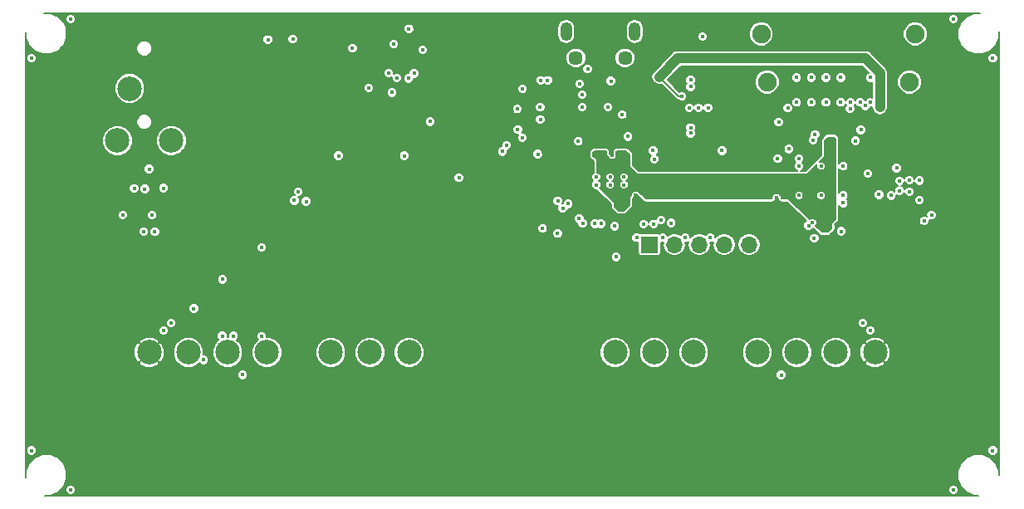
<source format=gbr>
G04 #@! TF.GenerationSoftware,KiCad,Pcbnew,5.0.2-bee76a0~70~ubuntu18.04.1*
G04 #@! TF.CreationDate,2020-11-03T11:03:39+00:00*
G04 #@! TF.ProjectId,picostation,7069636f-7374-4617-9469-6f6e2e6b6963,rev?*
G04 #@! TF.SameCoordinates,Original*
G04 #@! TF.FileFunction,Copper,L3,Inr*
G04 #@! TF.FilePolarity,Positive*
%FSLAX46Y46*%
G04 Gerber Fmt 4.6, Leading zero omitted, Abs format (unit mm)*
G04 Created by KiCad (PCBNEW 5.0.2-bee76a0~70~ubuntu18.04.1) date Tue 03 Nov 2020 11:03:39 GMT*
%MOMM*%
%LPD*%
G01*
G04 APERTURE LIST*
G04 #@! TA.AperFunction,ViaPad*
%ADD10C,1.450000*%
G04 #@! TD*
G04 #@! TA.AperFunction,ViaPad*
%ADD11O,1.200000X1.900000*%
G04 #@! TD*
G04 #@! TA.AperFunction,ViaPad*
%ADD12C,2.500000*%
G04 #@! TD*
G04 #@! TA.AperFunction,ViaPad*
%ADD13R,1.700000X1.700000*%
G04 #@! TD*
G04 #@! TA.AperFunction,ViaPad*
%ADD14O,1.700000X1.700000*%
G04 #@! TD*
G04 #@! TA.AperFunction,ViaPad*
%ADD15C,1.900000*%
G04 #@! TD*
G04 #@! TA.AperFunction,ViaPad*
%ADD16C,0.450000*%
G04 #@! TD*
G04 #@! TA.AperFunction,Conductor*
%ADD17C,0.150000*%
G04 #@! TD*
G04 #@! TA.AperFunction,Conductor*
%ADD18C,1.000000*%
G04 #@! TD*
G04 #@! TA.AperFunction,Conductor*
%ADD19C,0.200000*%
G04 #@! TD*
G04 APERTURE END LIST*
D10*
G04 #@! TO.N,GND*
G04 #@! TO.C,J1*
X226500000Y-79962500D03*
X221500000Y-79962500D03*
D11*
X227500000Y-77262500D03*
X220500000Y-77262500D03*
G04 #@! TD*
D12*
G04 #@! TO.N,GND*
G04 #@! TO.C,J2*
X176000000Y-83100000D03*
G04 #@! TO.N,/AUDIO_L*
X174750000Y-88400000D03*
G04 #@! TO.N,/AUDIO_R*
X180250000Y-88400000D03*
G04 #@! TD*
G04 #@! TO.N,+3V3*
G04 #@! TO.C,J4*
X178000000Y-110000000D03*
G04 #@! TO.N,/CTRL_CLK*
X182000000Y-110000000D03*
G04 #@! TO.N,/CTRL_LAT*
X186000000Y-110000000D03*
G04 #@! TO.N,/CTRL_DAT0*
X190000000Y-110000000D03*
G04 #@! TO.N,Net-(J4-Pad5)*
X196500000Y-110000000D03*
G04 #@! TO.N,Net-(J4-Pad6)*
X200500000Y-110000000D03*
G04 #@! TO.N,GND*
X204500000Y-110000000D03*
G04 #@! TD*
D13*
G04 #@! TO.N,/UART_TX*
G04 #@! TO.C,J5*
X229000000Y-99000000D03*
D14*
G04 #@! TO.N,/UART_RX*
X231540000Y-99000000D03*
G04 #@! TO.N,/SWCLK*
X234080000Y-99000000D03*
G04 #@! TO.N,/SWDIO*
X236620000Y-99000000D03*
G04 #@! TO.N,GND*
X239160000Y-99000000D03*
G04 #@! TD*
D12*
G04 #@! TO.N,+3V3*
G04 #@! TO.C,J6*
X252000000Y-110000000D03*
G04 #@! TO.N,/CTRL_CLK*
X248000000Y-110000000D03*
G04 #@! TO.N,/CTRL_LAT*
X244000000Y-110000000D03*
G04 #@! TO.N,/CTRL_DAT1*
X240000000Y-110000000D03*
G04 #@! TO.N,Net-(J6-Pad5)*
X233500000Y-110000000D03*
G04 #@! TO.N,Net-(J6-Pad6)*
X229500000Y-110000000D03*
G04 #@! TO.N,GND*
X225500000Y-110000000D03*
G04 #@! TD*
D15*
G04 #@! TO.N,GND*
G04 #@! TO.C,J7*
X240400000Y-77525000D03*
X256100000Y-77525000D03*
X241000000Y-82425000D03*
X255500000Y-82425000D03*
G04 #@! TD*
D16*
G04 #@! TO.N,+3V3*
X255719714Y-96619713D03*
X256500000Y-93500000D03*
X252403219Y-94925011D03*
X227500000Y-90000000D03*
X227600000Y-94000000D03*
X228200000Y-95700000D03*
X221700000Y-95700000D03*
X221700000Y-89200000D03*
X228200000Y-89200000D03*
X225200000Y-89900000D03*
X225000000Y-95100000D03*
X222400000Y-93500000D03*
X223000000Y-93500000D03*
X222400000Y-89900000D03*
X248050000Y-96950000D03*
X201100000Y-81600000D03*
X217000000Y-89500000D03*
X235700000Y-87075000D03*
X235700000Y-87700000D03*
X255650000Y-90200000D03*
X253650000Y-88750000D03*
X249275000Y-88325000D03*
X221400000Y-81775000D03*
X222325000Y-81800000D03*
X242500000Y-95250000D03*
X241950000Y-94200000D03*
G04 #@! TO.N,GND*
X257000000Y-96600000D03*
X252400000Y-93900000D03*
X255500000Y-93600000D03*
X254500000Y-93500000D03*
X254500000Y-92500000D03*
X255500000Y-92425000D03*
X251250000Y-91775000D03*
X256525000Y-94475000D03*
X256525000Y-92475000D03*
X257750000Y-96000000D03*
X253650000Y-94000000D03*
X223600000Y-92100000D03*
X223600000Y-92900000D03*
X226400000Y-92900000D03*
X226400000Y-92100000D03*
X225000000Y-92100000D03*
X225000000Y-92900000D03*
X244250000Y-94000000D03*
X248750000Y-94750000D03*
X244250000Y-91000000D03*
X246500000Y-94000000D03*
X248750000Y-94000000D03*
X246500000Y-91000000D03*
X248750000Y-91000000D03*
X202400002Y-81499998D03*
X244000000Y-84500000D03*
X245500000Y-84500000D03*
X247000000Y-84500000D03*
X248500000Y-84500000D03*
X244000000Y-81975000D03*
X245500000Y-81975000D03*
X247000000Y-81975000D03*
X248500000Y-81975000D03*
X251500000Y-81975000D03*
X251500000Y-84500000D03*
X234000000Y-85050000D03*
X233050000Y-85050000D03*
X234975000Y-85050000D03*
X233200000Y-82225000D03*
X233200000Y-82900000D03*
X233200000Y-87075000D03*
X233200000Y-87650000D03*
X218625000Y-82250000D03*
X217925000Y-82250000D03*
X217850000Y-85000000D03*
X222150000Y-85000000D03*
X217875000Y-86250000D03*
X222700000Y-81100000D03*
X222150000Y-83725000D03*
X224775000Y-84975000D03*
X216050000Y-83125000D03*
X215525000Y-85175000D03*
X215575000Y-87275000D03*
X214425000Y-88875000D03*
X206625000Y-86450000D03*
X202750000Y-83500000D03*
X202925000Y-78550000D03*
X204475000Y-77000000D03*
X198725000Y-78975000D03*
X200400000Y-83025000D03*
X209575000Y-92200000D03*
X220150000Y-95300000D03*
X219625000Y-97875000D03*
X225600000Y-100250000D03*
X225450000Y-97125000D03*
X229425000Y-96900000D03*
X231200000Y-96800000D03*
X248550000Y-97650000D03*
X245800000Y-98350000D03*
X242075000Y-90250000D03*
X229375000Y-89425000D03*
X226800000Y-87975000D03*
X226225000Y-85750000D03*
X225075000Y-82325000D03*
X242425000Y-112300000D03*
X250750000Y-107000000D03*
X180250000Y-107000000D03*
X189475000Y-99300000D03*
X186600000Y-108325000D03*
X189450000Y-108350000D03*
X185475000Y-102550000D03*
X187525000Y-112275000D03*
X183550000Y-110750000D03*
X185450000Y-108325000D03*
X182550000Y-105525000D03*
X251500000Y-107750000D03*
X179475000Y-107775000D03*
X250550000Y-87300000D03*
X250000000Y-88425000D03*
X243100000Y-85075000D03*
X243200000Y-89250000D03*
X242175000Y-86525000D03*
X205875000Y-79150000D03*
X177450000Y-97675000D03*
X178575000Y-97700000D03*
X177550000Y-93325000D03*
X179450000Y-93250000D03*
X176475000Y-93275000D03*
X175300000Y-95975000D03*
X178300000Y-96000000D03*
X178000000Y-91300000D03*
X204425000Y-82050000D03*
X221875000Y-82600000D03*
X192650000Y-78050000D03*
X197300000Y-89950000D03*
X204000000Y-89950000D03*
X224049952Y-96874987D03*
X221740000Y-88460000D03*
X216030000Y-88100000D03*
X217610000Y-89770000D03*
X218100000Y-97350000D03*
X227700000Y-98300000D03*
X230350000Y-98300000D03*
X232650000Y-98300000D03*
X235200000Y-98300000D03*
X264000000Y-80000000D03*
X260000000Y-76000000D03*
X166000000Y-80000000D03*
X170000000Y-76000000D03*
X170000000Y-124000000D03*
X166000000Y-120000000D03*
X264000000Y-120000000D03*
X260000000Y-124000000D03*
X234400000Y-77800000D03*
X249450000Y-85150000D03*
X236400000Y-89425000D03*
X244250000Y-90250000D03*
G04 #@! TO.N,+1V1*
X223700000Y-89900000D03*
X224300000Y-89900000D03*
X225800000Y-89900000D03*
X226400000Y-89900000D03*
X225700000Y-95100000D03*
X226300000Y-95100000D03*
X247250000Y-88300000D03*
X247050000Y-97550000D03*
X247418206Y-97168206D03*
X246275010Y-96589733D03*
G04 #@! TO.N,VBUS*
X230000000Y-81900000D03*
X232300000Y-83900000D03*
X252500000Y-85000000D03*
G04 #@! TO.N,/VCCPLL*
X245218206Y-97049979D03*
X245621598Y-96766137D03*
G04 #@! TO.N,/SD_DAT1*
X203250000Y-82000000D03*
X205000000Y-81550008D03*
G04 #@! TO.N,/CTRL_CLK*
X192800000Y-94500000D03*
G04 #@! TO.N,/CTRL_LAT*
X193200000Y-93599998D03*
G04 #@! TO.N,/CTRL_DAT0*
X194000002Y-94600000D03*
G04 #@! TO.N,/UART_TX*
X221835713Y-96349219D03*
G04 #@! TO.N,/UART_RX*
X222186804Y-96835788D03*
G04 #@! TO.N,/CTRL_DAT1*
X219650000Y-94550000D03*
G04 #@! TO.N,/DVI_SDA*
X251000000Y-84849996D03*
G04 #@! TO.N,/DVI_SCL*
X250476379Y-84481628D03*
G04 #@! TO.N,Net-(J7-Pad13)*
X249500000Y-84500000D03*
G04 #@! TO.N,/uC_LED*
X220704776Y-94836517D03*
X190100000Y-78100000D03*
G04 #@! TO.N,/uC_~RST~*
X214000000Y-89500000D03*
X228400000Y-96909990D03*
G04 #@! TO.N,/DVI_CEC*
X223445408Y-96874997D03*
G04 #@! TO.N,/HRAM_~CS~*
X254200000Y-91200000D03*
G04 #@! TO.N,/FPGA_~CRESET~*
X230181794Y-96481794D03*
G04 #@! TO.N,/FPGA_CDONE*
X245875920Y-87763390D03*
X229500000Y-90300000D03*
G04 #@! TO.N,/FPGA_~CRESET~*
X245696080Y-88349990D03*
G04 #@! TD*
D17*
G04 #@! TO.N,VBUS*
X232000000Y-83900000D02*
X232300000Y-83900000D01*
X230000000Y-81900000D02*
X232000000Y-83900000D01*
D18*
X252500000Y-81500000D02*
X252500000Y-85000000D01*
X251000000Y-80000000D02*
X252500000Y-81500000D01*
X230000000Y-81900000D02*
X231900000Y-80000000D01*
X231900000Y-80000000D02*
X251000000Y-80000000D01*
G04 #@! TD*
D19*
G04 #@! TO.N,+3V3*
G36*
X262674303Y-75400000D02*
X262082284Y-75400000D01*
X261310446Y-75719706D01*
X260719706Y-76310446D01*
X260400000Y-77082284D01*
X260400000Y-77917716D01*
X260719706Y-78689554D01*
X261310446Y-79280294D01*
X262082284Y-79600000D01*
X262917716Y-79600000D01*
X263689554Y-79280294D01*
X264280294Y-78689554D01*
X264600000Y-77917716D01*
X264600000Y-77273279D01*
X264621179Y-77384303D01*
X264625000Y-77505891D01*
X264625001Y-122369120D01*
X264612567Y-122400525D01*
X264603154Y-122449867D01*
X264600000Y-122474834D01*
X264600000Y-122082284D01*
X264280294Y-121310446D01*
X263689554Y-120719706D01*
X262917716Y-120400000D01*
X262082284Y-120400000D01*
X261310446Y-120719706D01*
X260719706Y-121310446D01*
X260400000Y-122082284D01*
X260400000Y-122917716D01*
X260719706Y-123689554D01*
X261310446Y-124280294D01*
X262082284Y-124600000D01*
X262493705Y-124600000D01*
X262487436Y-124600197D01*
X262388404Y-124615883D01*
X262367336Y-124625000D01*
X167523592Y-124625000D01*
X167325697Y-124600000D01*
X167917716Y-124600000D01*
X168689554Y-124280294D01*
X169074277Y-123895571D01*
X169475000Y-123895571D01*
X169475000Y-124104429D01*
X169554927Y-124297388D01*
X169702612Y-124445073D01*
X169895571Y-124525000D01*
X170104429Y-124525000D01*
X170297388Y-124445073D01*
X170445073Y-124297388D01*
X170525000Y-124104429D01*
X170525000Y-123895571D01*
X259475000Y-123895571D01*
X259475000Y-124104429D01*
X259554927Y-124297388D01*
X259702612Y-124445073D01*
X259895571Y-124525000D01*
X260104429Y-124525000D01*
X260297388Y-124445073D01*
X260445073Y-124297388D01*
X260525000Y-124104429D01*
X260525000Y-123895571D01*
X260445073Y-123702612D01*
X260297388Y-123554927D01*
X260104429Y-123475000D01*
X259895571Y-123475000D01*
X259702612Y-123554927D01*
X259554927Y-123702612D01*
X259475000Y-123895571D01*
X170525000Y-123895571D01*
X170445073Y-123702612D01*
X170297388Y-123554927D01*
X170104429Y-123475000D01*
X169895571Y-123475000D01*
X169702612Y-123554927D01*
X169554927Y-123702612D01*
X169475000Y-123895571D01*
X169074277Y-123895571D01*
X169280294Y-123689554D01*
X169600000Y-122917716D01*
X169600000Y-122082284D01*
X169280294Y-121310446D01*
X168689554Y-120719706D01*
X167917716Y-120400000D01*
X167082284Y-120400000D01*
X166310446Y-120719706D01*
X165719706Y-121310446D01*
X165400000Y-122082284D01*
X165400000Y-122726721D01*
X165378821Y-122615697D01*
X165375000Y-122494108D01*
X165375000Y-119895571D01*
X165475000Y-119895571D01*
X165475000Y-120104429D01*
X165554927Y-120297388D01*
X165702612Y-120445073D01*
X165895571Y-120525000D01*
X166104429Y-120525000D01*
X166297388Y-120445073D01*
X166445073Y-120297388D01*
X166525000Y-120104429D01*
X166525000Y-119895571D01*
X263475000Y-119895571D01*
X263475000Y-120104429D01*
X263554927Y-120297388D01*
X263702612Y-120445073D01*
X263895571Y-120525000D01*
X264104429Y-120525000D01*
X264297388Y-120445073D01*
X264445073Y-120297388D01*
X264525000Y-120104429D01*
X264525000Y-119895571D01*
X264445073Y-119702612D01*
X264297388Y-119554927D01*
X264104429Y-119475000D01*
X263895571Y-119475000D01*
X263702612Y-119554927D01*
X263554927Y-119702612D01*
X263475000Y-119895571D01*
X166525000Y-119895571D01*
X166445073Y-119702612D01*
X166297388Y-119554927D01*
X166104429Y-119475000D01*
X165895571Y-119475000D01*
X165702612Y-119554927D01*
X165554927Y-119702612D01*
X165475000Y-119895571D01*
X165375000Y-119895571D01*
X165375000Y-112170571D01*
X187000000Y-112170571D01*
X187000000Y-112379429D01*
X187079927Y-112572388D01*
X187227612Y-112720073D01*
X187420571Y-112800000D01*
X187629429Y-112800000D01*
X187822388Y-112720073D01*
X187970073Y-112572388D01*
X188050000Y-112379429D01*
X188050000Y-112195571D01*
X241900000Y-112195571D01*
X241900000Y-112404429D01*
X241979927Y-112597388D01*
X242127612Y-112745073D01*
X242320571Y-112825000D01*
X242529429Y-112825000D01*
X242722388Y-112745073D01*
X242870073Y-112597388D01*
X242950000Y-112404429D01*
X242950000Y-112195571D01*
X242870073Y-112002612D01*
X242722388Y-111854927D01*
X242529429Y-111775000D01*
X242320571Y-111775000D01*
X242127612Y-111854927D01*
X241979927Y-112002612D01*
X241900000Y-112195571D01*
X188050000Y-112195571D01*
X188050000Y-112170571D01*
X187970073Y-111977612D01*
X187822388Y-111829927D01*
X187629429Y-111750000D01*
X187420571Y-111750000D01*
X187227612Y-111829927D01*
X187079927Y-111977612D01*
X187000000Y-112170571D01*
X165375000Y-112170571D01*
X165375000Y-111081985D01*
X176953370Y-111081985D01*
X177091426Y-111293078D01*
X177655426Y-111542345D01*
X178271885Y-111556804D01*
X178846952Y-111334253D01*
X178908574Y-111293078D01*
X179046630Y-111081985D01*
X178000000Y-110035355D01*
X176953370Y-111081985D01*
X165375000Y-111081985D01*
X165375000Y-110271885D01*
X176443196Y-110271885D01*
X176665747Y-110846952D01*
X176706922Y-110908574D01*
X176918015Y-111046630D01*
X177964645Y-110000000D01*
X178035355Y-110000000D01*
X179081985Y-111046630D01*
X179293078Y-110908574D01*
X179542345Y-110344574D01*
X179556804Y-109728115D01*
X179542706Y-109691686D01*
X180450000Y-109691686D01*
X180450000Y-110308314D01*
X180685974Y-110878004D01*
X181121996Y-111314026D01*
X181691686Y-111550000D01*
X182308314Y-111550000D01*
X182878004Y-111314026D01*
X183124785Y-111067246D01*
X183252612Y-111195073D01*
X183445571Y-111275000D01*
X183654429Y-111275000D01*
X183847388Y-111195073D01*
X183995073Y-111047388D01*
X184075000Y-110854429D01*
X184075000Y-110645571D01*
X183995073Y-110452612D01*
X183847388Y-110304927D01*
X183654429Y-110225000D01*
X183550000Y-110225000D01*
X183550000Y-109691686D01*
X184450000Y-109691686D01*
X184450000Y-110308314D01*
X184685974Y-110878004D01*
X185121996Y-111314026D01*
X185691686Y-111550000D01*
X186308314Y-111550000D01*
X186878004Y-111314026D01*
X187314026Y-110878004D01*
X187550000Y-110308314D01*
X187550000Y-109691686D01*
X188450000Y-109691686D01*
X188450000Y-110308314D01*
X188685974Y-110878004D01*
X189121996Y-111314026D01*
X189691686Y-111550000D01*
X190308314Y-111550000D01*
X190878004Y-111314026D01*
X191314026Y-110878004D01*
X191550000Y-110308314D01*
X191550000Y-109691686D01*
X194950000Y-109691686D01*
X194950000Y-110308314D01*
X195185974Y-110878004D01*
X195621996Y-111314026D01*
X196191686Y-111550000D01*
X196808314Y-111550000D01*
X197378004Y-111314026D01*
X197814026Y-110878004D01*
X198050000Y-110308314D01*
X198050000Y-109691686D01*
X198950000Y-109691686D01*
X198950000Y-110308314D01*
X199185974Y-110878004D01*
X199621996Y-111314026D01*
X200191686Y-111550000D01*
X200808314Y-111550000D01*
X201378004Y-111314026D01*
X201814026Y-110878004D01*
X202050000Y-110308314D01*
X202050000Y-109691686D01*
X202950000Y-109691686D01*
X202950000Y-110308314D01*
X203185974Y-110878004D01*
X203621996Y-111314026D01*
X204191686Y-111550000D01*
X204808314Y-111550000D01*
X205378004Y-111314026D01*
X205814026Y-110878004D01*
X206050000Y-110308314D01*
X206050000Y-109691686D01*
X223950000Y-109691686D01*
X223950000Y-110308314D01*
X224185974Y-110878004D01*
X224621996Y-111314026D01*
X225191686Y-111550000D01*
X225808314Y-111550000D01*
X226378004Y-111314026D01*
X226814026Y-110878004D01*
X227050000Y-110308314D01*
X227050000Y-109691686D01*
X227950000Y-109691686D01*
X227950000Y-110308314D01*
X228185974Y-110878004D01*
X228621996Y-111314026D01*
X229191686Y-111550000D01*
X229808314Y-111550000D01*
X230378004Y-111314026D01*
X230814026Y-110878004D01*
X231050000Y-110308314D01*
X231050000Y-109691686D01*
X231950000Y-109691686D01*
X231950000Y-110308314D01*
X232185974Y-110878004D01*
X232621996Y-111314026D01*
X233191686Y-111550000D01*
X233808314Y-111550000D01*
X234378004Y-111314026D01*
X234814026Y-110878004D01*
X235050000Y-110308314D01*
X235050000Y-109691686D01*
X238450000Y-109691686D01*
X238450000Y-110308314D01*
X238685974Y-110878004D01*
X239121996Y-111314026D01*
X239691686Y-111550000D01*
X240308314Y-111550000D01*
X240878004Y-111314026D01*
X241314026Y-110878004D01*
X241550000Y-110308314D01*
X241550000Y-109691686D01*
X242450000Y-109691686D01*
X242450000Y-110308314D01*
X242685974Y-110878004D01*
X243121996Y-111314026D01*
X243691686Y-111550000D01*
X244308314Y-111550000D01*
X244878004Y-111314026D01*
X245314026Y-110878004D01*
X245550000Y-110308314D01*
X245550000Y-109691686D01*
X246450000Y-109691686D01*
X246450000Y-110308314D01*
X246685974Y-110878004D01*
X247121996Y-111314026D01*
X247691686Y-111550000D01*
X248308314Y-111550000D01*
X248878004Y-111314026D01*
X249110045Y-111081985D01*
X250953370Y-111081985D01*
X251091426Y-111293078D01*
X251655426Y-111542345D01*
X252271885Y-111556804D01*
X252846952Y-111334253D01*
X252908574Y-111293078D01*
X253046630Y-111081985D01*
X252000000Y-110035355D01*
X250953370Y-111081985D01*
X249110045Y-111081985D01*
X249314026Y-110878004D01*
X249550000Y-110308314D01*
X249550000Y-110271885D01*
X250443196Y-110271885D01*
X250665747Y-110846952D01*
X250706922Y-110908574D01*
X250918015Y-111046630D01*
X251964645Y-110000000D01*
X252035355Y-110000000D01*
X253081985Y-111046630D01*
X253293078Y-110908574D01*
X253542345Y-110344574D01*
X253556804Y-109728115D01*
X253334253Y-109153048D01*
X253293078Y-109091426D01*
X253081985Y-108953370D01*
X252035355Y-110000000D01*
X251964645Y-110000000D01*
X250918015Y-108953370D01*
X250706922Y-109091426D01*
X250457655Y-109655426D01*
X250443196Y-110271885D01*
X249550000Y-110271885D01*
X249550000Y-109691686D01*
X249314026Y-109121996D01*
X249110045Y-108918015D01*
X250953370Y-108918015D01*
X252000000Y-109964645D01*
X253046630Y-108918015D01*
X252908574Y-108706922D01*
X252344574Y-108457655D01*
X251728115Y-108443196D01*
X251153048Y-108665747D01*
X251091426Y-108706922D01*
X250953370Y-108918015D01*
X249110045Y-108918015D01*
X248878004Y-108685974D01*
X248308314Y-108450000D01*
X247691686Y-108450000D01*
X247121996Y-108685974D01*
X246685974Y-109121996D01*
X246450000Y-109691686D01*
X245550000Y-109691686D01*
X245314026Y-109121996D01*
X244878004Y-108685974D01*
X244308314Y-108450000D01*
X243691686Y-108450000D01*
X243121996Y-108685974D01*
X242685974Y-109121996D01*
X242450000Y-109691686D01*
X241550000Y-109691686D01*
X241314026Y-109121996D01*
X240878004Y-108685974D01*
X240308314Y-108450000D01*
X239691686Y-108450000D01*
X239121996Y-108685974D01*
X238685974Y-109121996D01*
X238450000Y-109691686D01*
X235050000Y-109691686D01*
X234814026Y-109121996D01*
X234378004Y-108685974D01*
X233808314Y-108450000D01*
X233191686Y-108450000D01*
X232621996Y-108685974D01*
X232185974Y-109121996D01*
X231950000Y-109691686D01*
X231050000Y-109691686D01*
X230814026Y-109121996D01*
X230378004Y-108685974D01*
X229808314Y-108450000D01*
X229191686Y-108450000D01*
X228621996Y-108685974D01*
X228185974Y-109121996D01*
X227950000Y-109691686D01*
X227050000Y-109691686D01*
X226814026Y-109121996D01*
X226378004Y-108685974D01*
X225808314Y-108450000D01*
X225191686Y-108450000D01*
X224621996Y-108685974D01*
X224185974Y-109121996D01*
X223950000Y-109691686D01*
X206050000Y-109691686D01*
X205814026Y-109121996D01*
X205378004Y-108685974D01*
X204808314Y-108450000D01*
X204191686Y-108450000D01*
X203621996Y-108685974D01*
X203185974Y-109121996D01*
X202950000Y-109691686D01*
X202050000Y-109691686D01*
X201814026Y-109121996D01*
X201378004Y-108685974D01*
X200808314Y-108450000D01*
X200191686Y-108450000D01*
X199621996Y-108685974D01*
X199185974Y-109121996D01*
X198950000Y-109691686D01*
X198050000Y-109691686D01*
X197814026Y-109121996D01*
X197378004Y-108685974D01*
X196808314Y-108450000D01*
X196191686Y-108450000D01*
X195621996Y-108685974D01*
X195185974Y-109121996D01*
X194950000Y-109691686D01*
X191550000Y-109691686D01*
X191314026Y-109121996D01*
X190878004Y-108685974D01*
X190308314Y-108450000D01*
X189975000Y-108450000D01*
X189975000Y-108245571D01*
X189895073Y-108052612D01*
X189747388Y-107904927D01*
X189554429Y-107825000D01*
X189345571Y-107825000D01*
X189152612Y-107904927D01*
X189004927Y-108052612D01*
X188925000Y-108245571D01*
X188925000Y-108454429D01*
X189004927Y-108647388D01*
X189082755Y-108725216D01*
X188685974Y-109121996D01*
X188450000Y-109691686D01*
X187550000Y-109691686D01*
X187314026Y-109121996D01*
X186929746Y-108737716D01*
X187045073Y-108622388D01*
X187125000Y-108429429D01*
X187125000Y-108220571D01*
X187045073Y-108027612D01*
X186897388Y-107879927D01*
X186704429Y-107800000D01*
X186495571Y-107800000D01*
X186302612Y-107879927D01*
X186154927Y-108027612D01*
X186075000Y-108220571D01*
X186075000Y-108429429D01*
X186083521Y-108450000D01*
X185966479Y-108450000D01*
X185975000Y-108429429D01*
X185975000Y-108220571D01*
X185895073Y-108027612D01*
X185747388Y-107879927D01*
X185554429Y-107800000D01*
X185345571Y-107800000D01*
X185152612Y-107879927D01*
X185004927Y-108027612D01*
X184925000Y-108220571D01*
X184925000Y-108429429D01*
X185004927Y-108622388D01*
X185095255Y-108712716D01*
X184685974Y-109121996D01*
X184450000Y-109691686D01*
X183550000Y-109691686D01*
X183314026Y-109121996D01*
X182878004Y-108685974D01*
X182308314Y-108450000D01*
X181691686Y-108450000D01*
X181121996Y-108685974D01*
X180685974Y-109121996D01*
X180450000Y-109691686D01*
X179542706Y-109691686D01*
X179334253Y-109153048D01*
X179293078Y-109091426D01*
X179081985Y-108953370D01*
X178035355Y-110000000D01*
X177964645Y-110000000D01*
X176918015Y-108953370D01*
X176706922Y-109091426D01*
X176457655Y-109655426D01*
X176443196Y-110271885D01*
X165375000Y-110271885D01*
X165375000Y-108918015D01*
X176953370Y-108918015D01*
X178000000Y-109964645D01*
X179046630Y-108918015D01*
X178908574Y-108706922D01*
X178344574Y-108457655D01*
X177728115Y-108443196D01*
X177153048Y-108665747D01*
X177091426Y-108706922D01*
X176953370Y-108918015D01*
X165375000Y-108918015D01*
X165375000Y-107670571D01*
X178950000Y-107670571D01*
X178950000Y-107879429D01*
X179029927Y-108072388D01*
X179177612Y-108220073D01*
X179370571Y-108300000D01*
X179579429Y-108300000D01*
X179772388Y-108220073D01*
X179920073Y-108072388D01*
X180000000Y-107879429D01*
X180000000Y-107670571D01*
X179989645Y-107645571D01*
X250975000Y-107645571D01*
X250975000Y-107854429D01*
X251054927Y-108047388D01*
X251202612Y-108195073D01*
X251395571Y-108275000D01*
X251604429Y-108275000D01*
X251797388Y-108195073D01*
X251945073Y-108047388D01*
X252025000Y-107854429D01*
X252025000Y-107645571D01*
X251945073Y-107452612D01*
X251797388Y-107304927D01*
X251604429Y-107225000D01*
X251395571Y-107225000D01*
X251202612Y-107304927D01*
X251054927Y-107452612D01*
X250975000Y-107645571D01*
X179989645Y-107645571D01*
X179920073Y-107477612D01*
X179772388Y-107329927D01*
X179579429Y-107250000D01*
X179370571Y-107250000D01*
X179177612Y-107329927D01*
X179029927Y-107477612D01*
X178950000Y-107670571D01*
X165375000Y-107670571D01*
X165375000Y-106895571D01*
X179725000Y-106895571D01*
X179725000Y-107104429D01*
X179804927Y-107297388D01*
X179952612Y-107445073D01*
X180145571Y-107525000D01*
X180354429Y-107525000D01*
X180547388Y-107445073D01*
X180695073Y-107297388D01*
X180775000Y-107104429D01*
X180775000Y-106895571D01*
X250225000Y-106895571D01*
X250225000Y-107104429D01*
X250304927Y-107297388D01*
X250452612Y-107445073D01*
X250645571Y-107525000D01*
X250854429Y-107525000D01*
X251047388Y-107445073D01*
X251195073Y-107297388D01*
X251275000Y-107104429D01*
X251275000Y-106895571D01*
X251195073Y-106702612D01*
X251047388Y-106554927D01*
X250854429Y-106475000D01*
X250645571Y-106475000D01*
X250452612Y-106554927D01*
X250304927Y-106702612D01*
X250225000Y-106895571D01*
X180775000Y-106895571D01*
X180695073Y-106702612D01*
X180547388Y-106554927D01*
X180354429Y-106475000D01*
X180145571Y-106475000D01*
X179952612Y-106554927D01*
X179804927Y-106702612D01*
X179725000Y-106895571D01*
X165375000Y-106895571D01*
X165375000Y-105420571D01*
X182025000Y-105420571D01*
X182025000Y-105629429D01*
X182104927Y-105822388D01*
X182252612Y-105970073D01*
X182445571Y-106050000D01*
X182654429Y-106050000D01*
X182847388Y-105970073D01*
X182995073Y-105822388D01*
X183075000Y-105629429D01*
X183075000Y-105420571D01*
X182995073Y-105227612D01*
X182847388Y-105079927D01*
X182654429Y-105000000D01*
X182445571Y-105000000D01*
X182252612Y-105079927D01*
X182104927Y-105227612D01*
X182025000Y-105420571D01*
X165375000Y-105420571D01*
X165375000Y-102445571D01*
X184950000Y-102445571D01*
X184950000Y-102654429D01*
X185029927Y-102847388D01*
X185177612Y-102995073D01*
X185370571Y-103075000D01*
X185579429Y-103075000D01*
X185772388Y-102995073D01*
X185920073Y-102847388D01*
X186000000Y-102654429D01*
X186000000Y-102445571D01*
X185920073Y-102252612D01*
X185772388Y-102104927D01*
X185579429Y-102025000D01*
X185370571Y-102025000D01*
X185177612Y-102104927D01*
X185029927Y-102252612D01*
X184950000Y-102445571D01*
X165375000Y-102445571D01*
X165375000Y-100145571D01*
X225075000Y-100145571D01*
X225075000Y-100354429D01*
X225154927Y-100547388D01*
X225302612Y-100695073D01*
X225495571Y-100775000D01*
X225704429Y-100775000D01*
X225897388Y-100695073D01*
X226045073Y-100547388D01*
X226125000Y-100354429D01*
X226125000Y-100145571D01*
X226045073Y-99952612D01*
X225897388Y-99804927D01*
X225704429Y-99725000D01*
X225495571Y-99725000D01*
X225302612Y-99804927D01*
X225154927Y-99952612D01*
X225075000Y-100145571D01*
X165375000Y-100145571D01*
X165375000Y-99195571D01*
X188950000Y-99195571D01*
X188950000Y-99404429D01*
X189029927Y-99597388D01*
X189177612Y-99745073D01*
X189370571Y-99825000D01*
X189579429Y-99825000D01*
X189772388Y-99745073D01*
X189920073Y-99597388D01*
X190000000Y-99404429D01*
X190000000Y-99195571D01*
X189920073Y-99002612D01*
X189772388Y-98854927D01*
X189579429Y-98775000D01*
X189370571Y-98775000D01*
X189177612Y-98854927D01*
X189029927Y-99002612D01*
X188950000Y-99195571D01*
X165375000Y-99195571D01*
X165375000Y-97570571D01*
X176925000Y-97570571D01*
X176925000Y-97779429D01*
X177004927Y-97972388D01*
X177152612Y-98120073D01*
X177345571Y-98200000D01*
X177554429Y-98200000D01*
X177747388Y-98120073D01*
X177895073Y-97972388D01*
X177975000Y-97779429D01*
X177975000Y-97595571D01*
X178050000Y-97595571D01*
X178050000Y-97804429D01*
X178129927Y-97997388D01*
X178277612Y-98145073D01*
X178470571Y-98225000D01*
X178679429Y-98225000D01*
X178872388Y-98145073D01*
X179020073Y-97997388D01*
X179100000Y-97804429D01*
X179100000Y-97595571D01*
X179020073Y-97402612D01*
X178872388Y-97254927D01*
X178849801Y-97245571D01*
X217575000Y-97245571D01*
X217575000Y-97454429D01*
X217654927Y-97647388D01*
X217802612Y-97795073D01*
X217995571Y-97875000D01*
X218204429Y-97875000D01*
X218397388Y-97795073D01*
X218421890Y-97770571D01*
X219100000Y-97770571D01*
X219100000Y-97979429D01*
X219179927Y-98172388D01*
X219327612Y-98320073D01*
X219520571Y-98400000D01*
X219729429Y-98400000D01*
X219922388Y-98320073D01*
X220046890Y-98195571D01*
X227175000Y-98195571D01*
X227175000Y-98404429D01*
X227254927Y-98597388D01*
X227402612Y-98745073D01*
X227595571Y-98825000D01*
X227804429Y-98825000D01*
X227844123Y-98808558D01*
X227844123Y-99850000D01*
X227867407Y-99967054D01*
X227933712Y-100066288D01*
X228032946Y-100132593D01*
X228150000Y-100155877D01*
X229850000Y-100155877D01*
X229967054Y-100132593D01*
X230066288Y-100066288D01*
X230132593Y-99967054D01*
X230155877Y-99850000D01*
X230155877Y-98787847D01*
X230245571Y-98825000D01*
X230402281Y-98825000D01*
X230367471Y-99000000D01*
X230456724Y-99448707D01*
X230710897Y-99829103D01*
X231091293Y-100083276D01*
X231426739Y-100150000D01*
X231653261Y-100150000D01*
X231988707Y-100083276D01*
X232369103Y-99829103D01*
X232623276Y-99448707D01*
X232712529Y-99000000D01*
X232677719Y-98825000D01*
X232754429Y-98825000D01*
X232947388Y-98745073D01*
X232960858Y-98731603D01*
X232907471Y-99000000D01*
X232996724Y-99448707D01*
X233250897Y-99829103D01*
X233631293Y-100083276D01*
X233966739Y-100150000D01*
X234193261Y-100150000D01*
X234528707Y-100083276D01*
X234909103Y-99829103D01*
X235163276Y-99448707D01*
X235252529Y-99000000D01*
X235217719Y-98825000D01*
X235304429Y-98825000D01*
X235497388Y-98745073D01*
X235498375Y-98744086D01*
X235447471Y-99000000D01*
X235536724Y-99448707D01*
X235790897Y-99829103D01*
X236171293Y-100083276D01*
X236506739Y-100150000D01*
X236733261Y-100150000D01*
X237068707Y-100083276D01*
X237449103Y-99829103D01*
X237703276Y-99448707D01*
X237792529Y-99000000D01*
X237987471Y-99000000D01*
X238076724Y-99448707D01*
X238330897Y-99829103D01*
X238711293Y-100083276D01*
X239046739Y-100150000D01*
X239273261Y-100150000D01*
X239608707Y-100083276D01*
X239989103Y-99829103D01*
X240243276Y-99448707D01*
X240332529Y-99000000D01*
X240243276Y-98551293D01*
X240038999Y-98245571D01*
X245275000Y-98245571D01*
X245275000Y-98454429D01*
X245354927Y-98647388D01*
X245502612Y-98795073D01*
X245695571Y-98875000D01*
X245904429Y-98875000D01*
X246097388Y-98795073D01*
X246245073Y-98647388D01*
X246325000Y-98454429D01*
X246325000Y-98245571D01*
X246245073Y-98052612D01*
X246097388Y-97904927D01*
X245904429Y-97825000D01*
X245695571Y-97825000D01*
X245502612Y-97904927D01*
X245354927Y-98052612D01*
X245275000Y-98245571D01*
X240038999Y-98245571D01*
X239989103Y-98170897D01*
X239608707Y-97916724D01*
X239273261Y-97850000D01*
X239046739Y-97850000D01*
X238711293Y-97916724D01*
X238330897Y-98170897D01*
X238076724Y-98551293D01*
X237987471Y-99000000D01*
X237792529Y-99000000D01*
X237703276Y-98551293D01*
X237449103Y-98170897D01*
X237068707Y-97916724D01*
X236733261Y-97850000D01*
X236506739Y-97850000D01*
X236171293Y-97916724D01*
X235790897Y-98170897D01*
X235725000Y-98269519D01*
X235725000Y-98195571D01*
X235645073Y-98002612D01*
X235497388Y-97854927D01*
X235304429Y-97775000D01*
X235095571Y-97775000D01*
X234902612Y-97854927D01*
X234754927Y-98002612D01*
X234733752Y-98053731D01*
X234528707Y-97916724D01*
X234193261Y-97850000D01*
X233966739Y-97850000D01*
X233631293Y-97916724D01*
X233250897Y-98170897D01*
X233175000Y-98284485D01*
X233175000Y-98195571D01*
X233095073Y-98002612D01*
X232947388Y-97854927D01*
X232754429Y-97775000D01*
X232545571Y-97775000D01*
X232352612Y-97854927D01*
X232204927Y-98002612D01*
X232185920Y-98048498D01*
X231988707Y-97916724D01*
X231653261Y-97850000D01*
X231426739Y-97850000D01*
X231091293Y-97916724D01*
X230831422Y-98090365D01*
X230795073Y-98002612D01*
X230647388Y-97854927D01*
X230454429Y-97775000D01*
X230245571Y-97775000D01*
X230052612Y-97854927D01*
X230010861Y-97896678D01*
X229967054Y-97867407D01*
X229850000Y-97844123D01*
X228150000Y-97844123D01*
X228032946Y-97867407D01*
X228019112Y-97876651D01*
X227997388Y-97854927D01*
X227804429Y-97775000D01*
X227595571Y-97775000D01*
X227402612Y-97854927D01*
X227254927Y-98002612D01*
X227175000Y-98195571D01*
X220046890Y-98195571D01*
X220070073Y-98172388D01*
X220150000Y-97979429D01*
X220150000Y-97770571D01*
X220070073Y-97577612D01*
X219922388Y-97429927D01*
X219729429Y-97350000D01*
X219520571Y-97350000D01*
X219327612Y-97429927D01*
X219179927Y-97577612D01*
X219100000Y-97770571D01*
X218421890Y-97770571D01*
X218545073Y-97647388D01*
X218625000Y-97454429D01*
X218625000Y-97245571D01*
X218545073Y-97052612D01*
X218397388Y-96904927D01*
X218204429Y-96825000D01*
X217995571Y-96825000D01*
X217802612Y-96904927D01*
X217654927Y-97052612D01*
X217575000Y-97245571D01*
X178849801Y-97245571D01*
X178679429Y-97175000D01*
X178470571Y-97175000D01*
X178277612Y-97254927D01*
X178129927Y-97402612D01*
X178050000Y-97595571D01*
X177975000Y-97595571D01*
X177975000Y-97570571D01*
X177895073Y-97377612D01*
X177747388Y-97229927D01*
X177554429Y-97150000D01*
X177345571Y-97150000D01*
X177152612Y-97229927D01*
X177004927Y-97377612D01*
X176925000Y-97570571D01*
X165375000Y-97570571D01*
X165375000Y-95870571D01*
X174775000Y-95870571D01*
X174775000Y-96079429D01*
X174854927Y-96272388D01*
X175002612Y-96420073D01*
X175195571Y-96500000D01*
X175404429Y-96500000D01*
X175597388Y-96420073D01*
X175745073Y-96272388D01*
X175825000Y-96079429D01*
X175825000Y-95895571D01*
X177775000Y-95895571D01*
X177775000Y-96104429D01*
X177854927Y-96297388D01*
X178002612Y-96445073D01*
X178195571Y-96525000D01*
X178404429Y-96525000D01*
X178597388Y-96445073D01*
X178745073Y-96297388D01*
X178766860Y-96244790D01*
X221310713Y-96244790D01*
X221310713Y-96453648D01*
X221390640Y-96646607D01*
X221538325Y-96794292D01*
X221661804Y-96845439D01*
X221661804Y-96940217D01*
X221741731Y-97133176D01*
X221889416Y-97280861D01*
X222082375Y-97360788D01*
X222291233Y-97360788D01*
X222484192Y-97280861D01*
X222631877Y-97133176D01*
X222711804Y-96940217D01*
X222711804Y-96770568D01*
X222920408Y-96770568D01*
X222920408Y-96979426D01*
X223000335Y-97172385D01*
X223148020Y-97320070D01*
X223340979Y-97399997D01*
X223549837Y-97399997D01*
X223742796Y-97320070D01*
X223747685Y-97315181D01*
X223752564Y-97320060D01*
X223945523Y-97399987D01*
X224154381Y-97399987D01*
X224347340Y-97320060D01*
X224495025Y-97172375D01*
X224557904Y-97020571D01*
X224925000Y-97020571D01*
X224925000Y-97229429D01*
X225004927Y-97422388D01*
X225152612Y-97570073D01*
X225345571Y-97650000D01*
X225554429Y-97650000D01*
X225747388Y-97570073D01*
X225895073Y-97422388D01*
X225975000Y-97229429D01*
X225975000Y-97020571D01*
X225895073Y-96827612D01*
X225873022Y-96805561D01*
X227875000Y-96805561D01*
X227875000Y-97014419D01*
X227954927Y-97207378D01*
X228102612Y-97355063D01*
X228295571Y-97434990D01*
X228504429Y-97434990D01*
X228697388Y-97355063D01*
X228845073Y-97207378D01*
X228914569Y-97039601D01*
X228979927Y-97197388D01*
X229127612Y-97345073D01*
X229320571Y-97425000D01*
X229529429Y-97425000D01*
X229722388Y-97345073D01*
X229870073Y-97197388D01*
X229950000Y-97004429D01*
X229950000Y-96954037D01*
X230077365Y-97006794D01*
X230286223Y-97006794D01*
X230479182Y-96926867D01*
X230626867Y-96779182D01*
X230661500Y-96695571D01*
X230675000Y-96695571D01*
X230675000Y-96904429D01*
X230754927Y-97097388D01*
X230902612Y-97245073D01*
X231095571Y-97325000D01*
X231304429Y-97325000D01*
X231497388Y-97245073D01*
X231645073Y-97097388D01*
X231725000Y-96904429D01*
X231725000Y-96695571D01*
X231645073Y-96502612D01*
X231497388Y-96354927D01*
X231304429Y-96275000D01*
X231095571Y-96275000D01*
X230902612Y-96354927D01*
X230754927Y-96502612D01*
X230675000Y-96695571D01*
X230661500Y-96695571D01*
X230706794Y-96586223D01*
X230706794Y-96377365D01*
X230626867Y-96184406D01*
X230479182Y-96036721D01*
X230286223Y-95956794D01*
X230077365Y-95956794D01*
X229884406Y-96036721D01*
X229736721Y-96184406D01*
X229656794Y-96377365D01*
X229656794Y-96427757D01*
X229529429Y-96375000D01*
X229320571Y-96375000D01*
X229127612Y-96454927D01*
X228979927Y-96602612D01*
X228910431Y-96770389D01*
X228845073Y-96612602D01*
X228697388Y-96464917D01*
X228504429Y-96384990D01*
X228295571Y-96384990D01*
X228102612Y-96464917D01*
X227954927Y-96612602D01*
X227875000Y-96805561D01*
X225873022Y-96805561D01*
X225747388Y-96679927D01*
X225554429Y-96600000D01*
X225345571Y-96600000D01*
X225152612Y-96679927D01*
X225004927Y-96827612D01*
X224925000Y-97020571D01*
X224557904Y-97020571D01*
X224574952Y-96979416D01*
X224574952Y-96770558D01*
X224495025Y-96577599D01*
X224347340Y-96429914D01*
X224154381Y-96349987D01*
X223945523Y-96349987D01*
X223752564Y-96429914D01*
X223747675Y-96434803D01*
X223742796Y-96429924D01*
X223549837Y-96349997D01*
X223340979Y-96349997D01*
X223148020Y-96429924D01*
X223000335Y-96577609D01*
X222920408Y-96770568D01*
X222711804Y-96770568D01*
X222711804Y-96731359D01*
X222631877Y-96538400D01*
X222484192Y-96390715D01*
X222360713Y-96339568D01*
X222360713Y-96244790D01*
X222280786Y-96051831D01*
X222133101Y-95904146D01*
X221940142Y-95824219D01*
X221731284Y-95824219D01*
X221538325Y-95904146D01*
X221390640Y-96051831D01*
X221310713Y-96244790D01*
X178766860Y-96244790D01*
X178825000Y-96104429D01*
X178825000Y-95895571D01*
X178745073Y-95702612D01*
X178597388Y-95554927D01*
X178404429Y-95475000D01*
X178195571Y-95475000D01*
X178002612Y-95554927D01*
X177854927Y-95702612D01*
X177775000Y-95895571D01*
X175825000Y-95895571D01*
X175825000Y-95870571D01*
X175745073Y-95677612D01*
X175597388Y-95529927D01*
X175404429Y-95450000D01*
X175195571Y-95450000D01*
X175002612Y-95529927D01*
X174854927Y-95677612D01*
X174775000Y-95870571D01*
X165375000Y-95870571D01*
X165375000Y-94395571D01*
X192275000Y-94395571D01*
X192275000Y-94604429D01*
X192354927Y-94797388D01*
X192502612Y-94945073D01*
X192695571Y-95025000D01*
X192904429Y-95025000D01*
X193097388Y-94945073D01*
X193245073Y-94797388D01*
X193325000Y-94604429D01*
X193325000Y-94495571D01*
X193475002Y-94495571D01*
X193475002Y-94704429D01*
X193554929Y-94897388D01*
X193702614Y-95045073D01*
X193895573Y-95125000D01*
X194104431Y-95125000D01*
X194297390Y-95045073D01*
X194445075Y-94897388D01*
X194525002Y-94704429D01*
X194525002Y-94495571D01*
X194504292Y-94445571D01*
X219125000Y-94445571D01*
X219125000Y-94654429D01*
X219204927Y-94847388D01*
X219352612Y-94995073D01*
X219545571Y-95075000D01*
X219674943Y-95075000D01*
X219625000Y-95195571D01*
X219625000Y-95404429D01*
X219704927Y-95597388D01*
X219852612Y-95745073D01*
X220045571Y-95825000D01*
X220254429Y-95825000D01*
X220447388Y-95745073D01*
X220595073Y-95597388D01*
X220675000Y-95404429D01*
X220675000Y-95361517D01*
X220809205Y-95361517D01*
X221002164Y-95281590D01*
X221149849Y-95133905D01*
X221229776Y-94940946D01*
X221229776Y-94732088D01*
X221149849Y-94539129D01*
X221002164Y-94391444D01*
X220809205Y-94311517D01*
X220600347Y-94311517D01*
X220407388Y-94391444D01*
X220259703Y-94539129D01*
X220179776Y-94732088D01*
X220179776Y-94775000D01*
X220125057Y-94775000D01*
X220175000Y-94654429D01*
X220175000Y-94445571D01*
X220095073Y-94252612D01*
X219947388Y-94104927D01*
X219754429Y-94025000D01*
X219545571Y-94025000D01*
X219352612Y-94104927D01*
X219204927Y-94252612D01*
X219125000Y-94445571D01*
X194504292Y-94445571D01*
X194445075Y-94302612D01*
X194297390Y-94154927D01*
X194104431Y-94075000D01*
X193895573Y-94075000D01*
X193702614Y-94154927D01*
X193554929Y-94302612D01*
X193475002Y-94495571D01*
X193325000Y-94495571D01*
X193325000Y-94395571D01*
X193245073Y-94202612D01*
X193167459Y-94124998D01*
X193304429Y-94124998D01*
X193497388Y-94045071D01*
X193645073Y-93897386D01*
X193725000Y-93704427D01*
X193725000Y-93495569D01*
X193645073Y-93302610D01*
X193497388Y-93154925D01*
X193304429Y-93074998D01*
X193095571Y-93074998D01*
X192902612Y-93154925D01*
X192754927Y-93302610D01*
X192675000Y-93495569D01*
X192675000Y-93704427D01*
X192754927Y-93897386D01*
X192832541Y-93975000D01*
X192695571Y-93975000D01*
X192502612Y-94054927D01*
X192354927Y-94202612D01*
X192275000Y-94395571D01*
X165375000Y-94395571D01*
X165375000Y-93170571D01*
X175950000Y-93170571D01*
X175950000Y-93379429D01*
X176029927Y-93572388D01*
X176177612Y-93720073D01*
X176370571Y-93800000D01*
X176579429Y-93800000D01*
X176772388Y-93720073D01*
X176920073Y-93572388D01*
X177000000Y-93379429D01*
X177000000Y-93220571D01*
X177025000Y-93220571D01*
X177025000Y-93429429D01*
X177104927Y-93622388D01*
X177252612Y-93770073D01*
X177445571Y-93850000D01*
X177654429Y-93850000D01*
X177847388Y-93770073D01*
X177995073Y-93622388D01*
X178075000Y-93429429D01*
X178075000Y-93220571D01*
X178043934Y-93145571D01*
X178925000Y-93145571D01*
X178925000Y-93354429D01*
X179004927Y-93547388D01*
X179152612Y-93695073D01*
X179345571Y-93775000D01*
X179554429Y-93775000D01*
X179747388Y-93695073D01*
X179895073Y-93547388D01*
X179975000Y-93354429D01*
X179975000Y-93145571D01*
X179895073Y-92952612D01*
X179747388Y-92804927D01*
X179554429Y-92725000D01*
X179345571Y-92725000D01*
X179152612Y-92804927D01*
X179004927Y-92952612D01*
X178925000Y-93145571D01*
X178043934Y-93145571D01*
X177995073Y-93027612D01*
X177847388Y-92879927D01*
X177654429Y-92800000D01*
X177445571Y-92800000D01*
X177252612Y-92879927D01*
X177104927Y-93027612D01*
X177025000Y-93220571D01*
X177000000Y-93220571D01*
X177000000Y-93170571D01*
X176920073Y-92977612D01*
X176772388Y-92829927D01*
X176579429Y-92750000D01*
X176370571Y-92750000D01*
X176177612Y-92829927D01*
X176029927Y-92977612D01*
X175950000Y-93170571D01*
X165375000Y-93170571D01*
X165375000Y-92095571D01*
X209050000Y-92095571D01*
X209050000Y-92304429D01*
X209129927Y-92497388D01*
X209277612Y-92645073D01*
X209470571Y-92725000D01*
X209679429Y-92725000D01*
X209872388Y-92645073D01*
X210020073Y-92497388D01*
X210100000Y-92304429D01*
X210100000Y-92095571D01*
X210020073Y-91902612D01*
X209872388Y-91754927D01*
X209679429Y-91675000D01*
X209470571Y-91675000D01*
X209277612Y-91754927D01*
X209129927Y-91902612D01*
X209050000Y-92095571D01*
X165375000Y-92095571D01*
X165375000Y-91195571D01*
X177475000Y-91195571D01*
X177475000Y-91404429D01*
X177554927Y-91597388D01*
X177702612Y-91745073D01*
X177895571Y-91825000D01*
X178104429Y-91825000D01*
X178297388Y-91745073D01*
X178445073Y-91597388D01*
X178525000Y-91404429D01*
X178525000Y-91195571D01*
X178445073Y-91002612D01*
X178297388Y-90854927D01*
X178104429Y-90775000D01*
X177895571Y-90775000D01*
X177702612Y-90854927D01*
X177554927Y-91002612D01*
X177475000Y-91195571D01*
X165375000Y-91195571D01*
X165375000Y-88091686D01*
X173200000Y-88091686D01*
X173200000Y-88708314D01*
X173435974Y-89278004D01*
X173871996Y-89714026D01*
X174441686Y-89950000D01*
X175058314Y-89950000D01*
X175628004Y-89714026D01*
X176064026Y-89278004D01*
X176300000Y-88708314D01*
X176300000Y-88091686D01*
X178700000Y-88091686D01*
X178700000Y-88708314D01*
X178935974Y-89278004D01*
X179371996Y-89714026D01*
X179941686Y-89950000D01*
X180558314Y-89950000D01*
X180810427Y-89845571D01*
X196775000Y-89845571D01*
X196775000Y-90054429D01*
X196854927Y-90247388D01*
X197002612Y-90395073D01*
X197195571Y-90475000D01*
X197404429Y-90475000D01*
X197597388Y-90395073D01*
X197745073Y-90247388D01*
X197825000Y-90054429D01*
X197825000Y-89845571D01*
X203475000Y-89845571D01*
X203475000Y-90054429D01*
X203554927Y-90247388D01*
X203702612Y-90395073D01*
X203895571Y-90475000D01*
X204104429Y-90475000D01*
X204297388Y-90395073D01*
X204445073Y-90247388D01*
X204525000Y-90054429D01*
X204525000Y-89845571D01*
X204445073Y-89652612D01*
X204297388Y-89504927D01*
X204104429Y-89425000D01*
X203895571Y-89425000D01*
X203702612Y-89504927D01*
X203554927Y-89652612D01*
X203475000Y-89845571D01*
X197825000Y-89845571D01*
X197745073Y-89652612D01*
X197597388Y-89504927D01*
X197404429Y-89425000D01*
X197195571Y-89425000D01*
X197002612Y-89504927D01*
X196854927Y-89652612D01*
X196775000Y-89845571D01*
X180810427Y-89845571D01*
X181128004Y-89714026D01*
X181446459Y-89395571D01*
X213475000Y-89395571D01*
X213475000Y-89604429D01*
X213554927Y-89797388D01*
X213702612Y-89945073D01*
X213895571Y-90025000D01*
X214104429Y-90025000D01*
X214297388Y-89945073D01*
X214445073Y-89797388D01*
X214499673Y-89665571D01*
X217085000Y-89665571D01*
X217085000Y-89874429D01*
X217164927Y-90067388D01*
X217312612Y-90215073D01*
X217505571Y-90295000D01*
X217714429Y-90295000D01*
X217907388Y-90215073D01*
X218055073Y-90067388D01*
X218135000Y-89874429D01*
X218135000Y-89665571D01*
X218107840Y-89600000D01*
X222900000Y-89600000D01*
X222900000Y-90000000D01*
X222922836Y-90114805D01*
X222987868Y-90212132D01*
X223300000Y-90524264D01*
X223300000Y-91657539D01*
X223154927Y-91802612D01*
X223075000Y-91995571D01*
X223075000Y-92204429D01*
X223154927Y-92397388D01*
X223257539Y-92500000D01*
X223154927Y-92602612D01*
X223075000Y-92795571D01*
X223075000Y-93004429D01*
X223154927Y-93197388D01*
X223302612Y-93345073D01*
X223495571Y-93425000D01*
X223600736Y-93425000D01*
X225100000Y-94924264D01*
X225100000Y-95200000D01*
X225122836Y-95314805D01*
X225187868Y-95412132D01*
X225587868Y-95812132D01*
X225685195Y-95877164D01*
X225800000Y-95900000D01*
X226400000Y-95900000D01*
X226514805Y-95877164D01*
X226612132Y-95812132D01*
X227212132Y-95212132D01*
X227277164Y-95114805D01*
X227300000Y-95000000D01*
X227300000Y-94324264D01*
X227700000Y-93924264D01*
X228387868Y-94612132D01*
X228485195Y-94677164D01*
X228600000Y-94700000D01*
X241450000Y-94700000D01*
X241564805Y-94677164D01*
X241662132Y-94612132D01*
X241762132Y-94512132D01*
X241827164Y-94414805D01*
X241850000Y-94300000D01*
X242100000Y-94300000D01*
X242100000Y-94350000D01*
X242122836Y-94464805D01*
X242187868Y-94562132D01*
X242237868Y-94612132D01*
X242335195Y-94677164D01*
X242450000Y-94700000D01*
X243075736Y-94700000D01*
X244963120Y-96587384D01*
X244920818Y-96604906D01*
X244773133Y-96752591D01*
X244693206Y-96945550D01*
X244693206Y-97154408D01*
X244773133Y-97347367D01*
X244920818Y-97495052D01*
X245113777Y-97574979D01*
X245322635Y-97574979D01*
X245515594Y-97495052D01*
X245663279Y-97347367D01*
X245680801Y-97305065D01*
X246387868Y-98012132D01*
X246485195Y-98077164D01*
X246600000Y-98100000D01*
X247200000Y-98100000D01*
X247314805Y-98077164D01*
X247412132Y-98012132D01*
X247862132Y-97562132D01*
X247873197Y-97545571D01*
X248025000Y-97545571D01*
X248025000Y-97754429D01*
X248104927Y-97947388D01*
X248252612Y-98095073D01*
X248445571Y-98175000D01*
X248654429Y-98175000D01*
X248847388Y-98095073D01*
X248995073Y-97947388D01*
X249075000Y-97754429D01*
X249075000Y-97545571D01*
X248995073Y-97352612D01*
X248847388Y-97204927D01*
X248654429Y-97125000D01*
X248445571Y-97125000D01*
X248252612Y-97204927D01*
X248104927Y-97352612D01*
X248025000Y-97545571D01*
X247873197Y-97545571D01*
X247927164Y-97464805D01*
X247950000Y-97350000D01*
X247950000Y-97100000D01*
X247943206Y-97065844D01*
X247943206Y-97063777D01*
X247942415Y-97061867D01*
X247927164Y-96985195D01*
X247911905Y-96962359D01*
X248212132Y-96662132D01*
X248277164Y-96564805D01*
X248290935Y-96495571D01*
X256475000Y-96495571D01*
X256475000Y-96704429D01*
X256554927Y-96897388D01*
X256702612Y-97045073D01*
X256895571Y-97125000D01*
X257104429Y-97125000D01*
X257297388Y-97045073D01*
X257445073Y-96897388D01*
X257525000Y-96704429D01*
X257525000Y-96495571D01*
X257514743Y-96470809D01*
X257645571Y-96525000D01*
X257854429Y-96525000D01*
X258047388Y-96445073D01*
X258195073Y-96297388D01*
X258275000Y-96104429D01*
X258275000Y-95895571D01*
X258195073Y-95702612D01*
X258047388Y-95554927D01*
X257854429Y-95475000D01*
X257645571Y-95475000D01*
X257452612Y-95554927D01*
X257304927Y-95702612D01*
X257225000Y-95895571D01*
X257225000Y-96104429D01*
X257235257Y-96129191D01*
X257104429Y-96075000D01*
X256895571Y-96075000D01*
X256702612Y-96154927D01*
X256554927Y-96302612D01*
X256475000Y-96495571D01*
X248290935Y-96495571D01*
X248300000Y-96450000D01*
X248300000Y-95035493D01*
X248304927Y-95047388D01*
X248452612Y-95195073D01*
X248645571Y-95275000D01*
X248854429Y-95275000D01*
X249047388Y-95195073D01*
X249195073Y-95047388D01*
X249275000Y-94854429D01*
X249275000Y-94645571D01*
X249195073Y-94452612D01*
X249117461Y-94375000D01*
X249195073Y-94297388D01*
X249275000Y-94104429D01*
X249275000Y-93895571D01*
X249233579Y-93795571D01*
X251875000Y-93795571D01*
X251875000Y-94004429D01*
X251954927Y-94197388D01*
X252102612Y-94345073D01*
X252295571Y-94425000D01*
X252504429Y-94425000D01*
X252697388Y-94345073D01*
X252845073Y-94197388D01*
X252925000Y-94004429D01*
X252925000Y-93895571D01*
X253125000Y-93895571D01*
X253125000Y-94104429D01*
X253204927Y-94297388D01*
X253352612Y-94445073D01*
X253545571Y-94525000D01*
X253754429Y-94525000D01*
X253947388Y-94445073D01*
X254021890Y-94370571D01*
X256000000Y-94370571D01*
X256000000Y-94579429D01*
X256079927Y-94772388D01*
X256227612Y-94920073D01*
X256420571Y-95000000D01*
X256629429Y-95000000D01*
X256822388Y-94920073D01*
X256970073Y-94772388D01*
X257050000Y-94579429D01*
X257050000Y-94370571D01*
X256970073Y-94177612D01*
X256822388Y-94029927D01*
X256629429Y-93950000D01*
X256420571Y-93950000D01*
X256227612Y-94029927D01*
X256079927Y-94177612D01*
X256000000Y-94370571D01*
X254021890Y-94370571D01*
X254095073Y-94297388D01*
X254175000Y-94104429D01*
X254175000Y-93917461D01*
X254202612Y-93945073D01*
X254395571Y-94025000D01*
X254604429Y-94025000D01*
X254797388Y-93945073D01*
X254945073Y-93797388D01*
X254979289Y-93714784D01*
X255054927Y-93897388D01*
X255202612Y-94045073D01*
X255395571Y-94125000D01*
X255604429Y-94125000D01*
X255797388Y-94045073D01*
X255945073Y-93897388D01*
X256025000Y-93704429D01*
X256025000Y-93495571D01*
X255945073Y-93302612D01*
X255797388Y-93154927D01*
X255604429Y-93075000D01*
X255395571Y-93075000D01*
X255202612Y-93154927D01*
X255054927Y-93302612D01*
X255020711Y-93385216D01*
X254945073Y-93202612D01*
X254797388Y-93054927D01*
X254664784Y-93000000D01*
X254797388Y-92945073D01*
X254945073Y-92797388D01*
X255015533Y-92627284D01*
X255054927Y-92722388D01*
X255202612Y-92870073D01*
X255395571Y-92950000D01*
X255604429Y-92950000D01*
X255797388Y-92870073D01*
X255945073Y-92722388D01*
X256002145Y-92584606D01*
X256079927Y-92772388D01*
X256227612Y-92920073D01*
X256420571Y-93000000D01*
X256629429Y-93000000D01*
X256822388Y-92920073D01*
X256970073Y-92772388D01*
X257050000Y-92579429D01*
X257050000Y-92370571D01*
X256970073Y-92177612D01*
X256822388Y-92029927D01*
X256629429Y-91950000D01*
X256420571Y-91950000D01*
X256227612Y-92029927D01*
X256079927Y-92177612D01*
X256022855Y-92315394D01*
X255945073Y-92127612D01*
X255797388Y-91979927D01*
X255604429Y-91900000D01*
X255395571Y-91900000D01*
X255202612Y-91979927D01*
X255054927Y-92127612D01*
X254984467Y-92297716D01*
X254945073Y-92202612D01*
X254797388Y-92054927D01*
X254604429Y-91975000D01*
X254395571Y-91975000D01*
X254202612Y-92054927D01*
X254054927Y-92202612D01*
X253975000Y-92395571D01*
X253975000Y-92604429D01*
X254054927Y-92797388D01*
X254202612Y-92945073D01*
X254335216Y-93000000D01*
X254202612Y-93054927D01*
X254054927Y-93202612D01*
X253975000Y-93395571D01*
X253975000Y-93582539D01*
X253947388Y-93554927D01*
X253754429Y-93475000D01*
X253545571Y-93475000D01*
X253352612Y-93554927D01*
X253204927Y-93702612D01*
X253125000Y-93895571D01*
X252925000Y-93895571D01*
X252925000Y-93795571D01*
X252845073Y-93602612D01*
X252697388Y-93454927D01*
X252504429Y-93375000D01*
X252295571Y-93375000D01*
X252102612Y-93454927D01*
X251954927Y-93602612D01*
X251875000Y-93795571D01*
X249233579Y-93795571D01*
X249195073Y-93702612D01*
X249047388Y-93554927D01*
X248854429Y-93475000D01*
X248645571Y-93475000D01*
X248452612Y-93554927D01*
X248304927Y-93702612D01*
X248300000Y-93714507D01*
X248300000Y-91670571D01*
X250725000Y-91670571D01*
X250725000Y-91879429D01*
X250804927Y-92072388D01*
X250952612Y-92220073D01*
X251145571Y-92300000D01*
X251354429Y-92300000D01*
X251547388Y-92220073D01*
X251695073Y-92072388D01*
X251775000Y-91879429D01*
X251775000Y-91670571D01*
X251695073Y-91477612D01*
X251547388Y-91329927D01*
X251354429Y-91250000D01*
X251145571Y-91250000D01*
X250952612Y-91329927D01*
X250804927Y-91477612D01*
X250725000Y-91670571D01*
X248300000Y-91670571D01*
X248300000Y-91285493D01*
X248304927Y-91297388D01*
X248452612Y-91445073D01*
X248645571Y-91525000D01*
X248854429Y-91525000D01*
X249047388Y-91445073D01*
X249195073Y-91297388D01*
X249275000Y-91104429D01*
X249275000Y-91095571D01*
X253675000Y-91095571D01*
X253675000Y-91304429D01*
X253754927Y-91497388D01*
X253902612Y-91645073D01*
X254095571Y-91725000D01*
X254304429Y-91725000D01*
X254497388Y-91645073D01*
X254645073Y-91497388D01*
X254725000Y-91304429D01*
X254725000Y-91095571D01*
X254645073Y-90902612D01*
X254497388Y-90754927D01*
X254304429Y-90675000D01*
X254095571Y-90675000D01*
X253902612Y-90754927D01*
X253754927Y-90902612D01*
X253675000Y-91095571D01*
X249275000Y-91095571D01*
X249275000Y-90895571D01*
X249195073Y-90702612D01*
X249047388Y-90554927D01*
X248854429Y-90475000D01*
X248645571Y-90475000D01*
X248452612Y-90554927D01*
X248304927Y-90702612D01*
X248300000Y-90714507D01*
X248300000Y-88320571D01*
X249475000Y-88320571D01*
X249475000Y-88529429D01*
X249554927Y-88722388D01*
X249702612Y-88870073D01*
X249895571Y-88950000D01*
X250104429Y-88950000D01*
X250297388Y-88870073D01*
X250445073Y-88722388D01*
X250525000Y-88529429D01*
X250525000Y-88320571D01*
X250445073Y-88127612D01*
X250297388Y-87979927D01*
X250104429Y-87900000D01*
X249895571Y-87900000D01*
X249702612Y-87979927D01*
X249554927Y-88127612D01*
X249475000Y-88320571D01*
X248300000Y-88320571D01*
X248300000Y-88200000D01*
X248277164Y-88085195D01*
X248212132Y-87987868D01*
X248012132Y-87787868D01*
X247914805Y-87722836D01*
X247800000Y-87700000D01*
X247200000Y-87700000D01*
X247085195Y-87722836D01*
X246987868Y-87787868D01*
X246587868Y-88187868D01*
X246522836Y-88285195D01*
X246500000Y-88400000D01*
X246500000Y-89875736D01*
X244875736Y-91500000D01*
X244414784Y-91500000D01*
X244547388Y-91445073D01*
X244695073Y-91297388D01*
X244775000Y-91104429D01*
X244775000Y-90895571D01*
X244695073Y-90702612D01*
X244617461Y-90625000D01*
X244695073Y-90547388D01*
X244775000Y-90354429D01*
X244775000Y-90145571D01*
X244695073Y-89952612D01*
X244547388Y-89804927D01*
X244354429Y-89725000D01*
X244145571Y-89725000D01*
X243952612Y-89804927D01*
X243804927Y-89952612D01*
X243725000Y-90145571D01*
X243725000Y-90354429D01*
X243804927Y-90547388D01*
X243882539Y-90625000D01*
X243804927Y-90702612D01*
X243725000Y-90895571D01*
X243725000Y-91104429D01*
X243804927Y-91297388D01*
X243952612Y-91445073D01*
X244085216Y-91500000D01*
X227924264Y-91500000D01*
X227300000Y-90875736D01*
X227300000Y-89800000D01*
X227277164Y-89685195D01*
X227212132Y-89587868D01*
X226944835Y-89320571D01*
X228850000Y-89320571D01*
X228850000Y-89529429D01*
X228929927Y-89722388D01*
X229077612Y-89870073D01*
X229155290Y-89902249D01*
X229054927Y-90002612D01*
X228975000Y-90195571D01*
X228975000Y-90404429D01*
X229054927Y-90597388D01*
X229202612Y-90745073D01*
X229395571Y-90825000D01*
X229604429Y-90825000D01*
X229797388Y-90745073D01*
X229945073Y-90597388D01*
X230025000Y-90404429D01*
X230025000Y-90195571D01*
X230004290Y-90145571D01*
X241550000Y-90145571D01*
X241550000Y-90354429D01*
X241629927Y-90547388D01*
X241777612Y-90695073D01*
X241970571Y-90775000D01*
X242179429Y-90775000D01*
X242372388Y-90695073D01*
X242520073Y-90547388D01*
X242600000Y-90354429D01*
X242600000Y-90145571D01*
X242520073Y-89952612D01*
X242372388Y-89804927D01*
X242179429Y-89725000D01*
X241970571Y-89725000D01*
X241777612Y-89804927D01*
X241629927Y-89952612D01*
X241550000Y-90145571D01*
X230004290Y-90145571D01*
X229945073Y-90002612D01*
X229797388Y-89854927D01*
X229719710Y-89822751D01*
X229820073Y-89722388D01*
X229900000Y-89529429D01*
X229900000Y-89320571D01*
X235875000Y-89320571D01*
X235875000Y-89529429D01*
X235954927Y-89722388D01*
X236102612Y-89870073D01*
X236295571Y-89950000D01*
X236504429Y-89950000D01*
X236697388Y-89870073D01*
X236845073Y-89722388D01*
X236925000Y-89529429D01*
X236925000Y-89320571D01*
X236852512Y-89145571D01*
X242675000Y-89145571D01*
X242675000Y-89354429D01*
X242754927Y-89547388D01*
X242902612Y-89695073D01*
X243095571Y-89775000D01*
X243304429Y-89775000D01*
X243497388Y-89695073D01*
X243645073Y-89547388D01*
X243725000Y-89354429D01*
X243725000Y-89145571D01*
X243645073Y-88952612D01*
X243497388Y-88804927D01*
X243304429Y-88725000D01*
X243095571Y-88725000D01*
X242902612Y-88804927D01*
X242754927Y-88952612D01*
X242675000Y-89145571D01*
X236852512Y-89145571D01*
X236845073Y-89127612D01*
X236697388Y-88979927D01*
X236504429Y-88900000D01*
X236295571Y-88900000D01*
X236102612Y-88979927D01*
X235954927Y-89127612D01*
X235875000Y-89320571D01*
X229900000Y-89320571D01*
X229820073Y-89127612D01*
X229672388Y-88979927D01*
X229479429Y-88900000D01*
X229270571Y-88900000D01*
X229077612Y-88979927D01*
X228929927Y-89127612D01*
X228850000Y-89320571D01*
X226944835Y-89320571D01*
X226812132Y-89187868D01*
X226714805Y-89122836D01*
X226600000Y-89100000D01*
X225650000Y-89100000D01*
X225535195Y-89122836D01*
X225437868Y-89187868D01*
X225337868Y-89287868D01*
X225272836Y-89385195D01*
X225250000Y-89500000D01*
X225250000Y-89825736D01*
X225175736Y-89900000D01*
X225124264Y-89900000D01*
X224950000Y-89725736D01*
X224950000Y-89500000D01*
X224927164Y-89385195D01*
X224862132Y-89287868D01*
X224762132Y-89187868D01*
X224664805Y-89122836D01*
X224550000Y-89100000D01*
X223400000Y-89100000D01*
X223285195Y-89122836D01*
X223187868Y-89187868D01*
X222987868Y-89387868D01*
X222922836Y-89485195D01*
X222900000Y-89600000D01*
X218107840Y-89600000D01*
X218055073Y-89472612D01*
X217907388Y-89324927D01*
X217714429Y-89245000D01*
X217505571Y-89245000D01*
X217312612Y-89324927D01*
X217164927Y-89472612D01*
X217085000Y-89665571D01*
X214499673Y-89665571D01*
X214525000Y-89604429D01*
X214525000Y-89400000D01*
X214529429Y-89400000D01*
X214722388Y-89320073D01*
X214870073Y-89172388D01*
X214950000Y-88979429D01*
X214950000Y-88770571D01*
X214870073Y-88577612D01*
X214722388Y-88429927D01*
X214529429Y-88350000D01*
X214320571Y-88350000D01*
X214127612Y-88429927D01*
X213979927Y-88577612D01*
X213900000Y-88770571D01*
X213900000Y-88975000D01*
X213895571Y-88975000D01*
X213702612Y-89054927D01*
X213554927Y-89202612D01*
X213475000Y-89395571D01*
X181446459Y-89395571D01*
X181564026Y-89278004D01*
X181800000Y-88708314D01*
X181800000Y-88091686D01*
X181564026Y-87521996D01*
X181212601Y-87170571D01*
X215050000Y-87170571D01*
X215050000Y-87379429D01*
X215129927Y-87572388D01*
X215277612Y-87720073D01*
X215470571Y-87800000D01*
X215587539Y-87800000D01*
X215584927Y-87802612D01*
X215505000Y-87995571D01*
X215505000Y-88204429D01*
X215584927Y-88397388D01*
X215732612Y-88545073D01*
X215925571Y-88625000D01*
X216134429Y-88625000D01*
X216327388Y-88545073D01*
X216475073Y-88397388D01*
X216492394Y-88355571D01*
X221215000Y-88355571D01*
X221215000Y-88564429D01*
X221294927Y-88757388D01*
X221442612Y-88905073D01*
X221635571Y-88985000D01*
X221844429Y-88985000D01*
X222037388Y-88905073D01*
X222185073Y-88757388D01*
X222265000Y-88564429D01*
X222265000Y-88355571D01*
X222185073Y-88162612D01*
X222037388Y-88014927D01*
X221844429Y-87935000D01*
X221635571Y-87935000D01*
X221442612Y-88014927D01*
X221294927Y-88162612D01*
X221215000Y-88355571D01*
X216492394Y-88355571D01*
X216555000Y-88204429D01*
X216555000Y-87995571D01*
X216503223Y-87870571D01*
X226275000Y-87870571D01*
X226275000Y-88079429D01*
X226354927Y-88272388D01*
X226502612Y-88420073D01*
X226695571Y-88500000D01*
X226904429Y-88500000D01*
X227097388Y-88420073D01*
X227245073Y-88272388D01*
X227256185Y-88245561D01*
X245171080Y-88245561D01*
X245171080Y-88454419D01*
X245251007Y-88647378D01*
X245398692Y-88795063D01*
X245591651Y-88874990D01*
X245800509Y-88874990D01*
X245993468Y-88795063D01*
X246141153Y-88647378D01*
X246221080Y-88454419D01*
X246221080Y-88245561D01*
X246196222Y-88185549D01*
X246320993Y-88060778D01*
X246400920Y-87867819D01*
X246400920Y-87658961D01*
X246320993Y-87466002D01*
X246173308Y-87318317D01*
X245980349Y-87238390D01*
X245771491Y-87238390D01*
X245578532Y-87318317D01*
X245430847Y-87466002D01*
X245350920Y-87658961D01*
X245350920Y-87867819D01*
X245375778Y-87927831D01*
X245251007Y-88052602D01*
X245171080Y-88245561D01*
X227256185Y-88245561D01*
X227325000Y-88079429D01*
X227325000Y-87870571D01*
X227245073Y-87677612D01*
X227097388Y-87529927D01*
X226904429Y-87450000D01*
X226695571Y-87450000D01*
X226502612Y-87529927D01*
X226354927Y-87677612D01*
X226275000Y-87870571D01*
X216503223Y-87870571D01*
X216475073Y-87802612D01*
X216327388Y-87654927D01*
X216134429Y-87575000D01*
X216017461Y-87575000D01*
X216020073Y-87572388D01*
X216100000Y-87379429D01*
X216100000Y-87170571D01*
X216020073Y-86977612D01*
X216013032Y-86970571D01*
X232675000Y-86970571D01*
X232675000Y-87179429D01*
X232750831Y-87362500D01*
X232675000Y-87545571D01*
X232675000Y-87754429D01*
X232754927Y-87947388D01*
X232902612Y-88095073D01*
X233095571Y-88175000D01*
X233304429Y-88175000D01*
X233497388Y-88095073D01*
X233645073Y-87947388D01*
X233725000Y-87754429D01*
X233725000Y-87545571D01*
X233649169Y-87362500D01*
X233718313Y-87195571D01*
X250025000Y-87195571D01*
X250025000Y-87404429D01*
X250104927Y-87597388D01*
X250252612Y-87745073D01*
X250445571Y-87825000D01*
X250654429Y-87825000D01*
X250847388Y-87745073D01*
X250995073Y-87597388D01*
X251075000Y-87404429D01*
X251075000Y-87195571D01*
X250995073Y-87002612D01*
X250847388Y-86854927D01*
X250654429Y-86775000D01*
X250445571Y-86775000D01*
X250252612Y-86854927D01*
X250104927Y-87002612D01*
X250025000Y-87195571D01*
X233718313Y-87195571D01*
X233725000Y-87179429D01*
X233725000Y-86970571D01*
X233645073Y-86777612D01*
X233497388Y-86629927D01*
X233304429Y-86550000D01*
X233095571Y-86550000D01*
X232902612Y-86629927D01*
X232754927Y-86777612D01*
X232675000Y-86970571D01*
X216013032Y-86970571D01*
X215872388Y-86829927D01*
X215679429Y-86750000D01*
X215470571Y-86750000D01*
X215277612Y-86829927D01*
X215129927Y-86977612D01*
X215050000Y-87170571D01*
X181212601Y-87170571D01*
X181128004Y-87085974D01*
X180558314Y-86850000D01*
X179941686Y-86850000D01*
X179371996Y-87085974D01*
X178935974Y-87521996D01*
X178700000Y-88091686D01*
X176300000Y-88091686D01*
X176064026Y-87521996D01*
X175628004Y-87085974D01*
X175058314Y-86850000D01*
X174441686Y-86850000D01*
X173871996Y-87085974D01*
X173435974Y-87521996D01*
X173200000Y-88091686D01*
X165375000Y-88091686D01*
X165375000Y-86340870D01*
X176700000Y-86340870D01*
X176700000Y-86659130D01*
X176821793Y-86953164D01*
X177046836Y-87178207D01*
X177340870Y-87300000D01*
X177659130Y-87300000D01*
X177953164Y-87178207D01*
X178178207Y-86953164D01*
X178300000Y-86659130D01*
X178300000Y-86345571D01*
X206100000Y-86345571D01*
X206100000Y-86554429D01*
X206179927Y-86747388D01*
X206327612Y-86895073D01*
X206520571Y-86975000D01*
X206729429Y-86975000D01*
X206922388Y-86895073D01*
X207070073Y-86747388D01*
X207150000Y-86554429D01*
X207150000Y-86345571D01*
X207070073Y-86152612D01*
X207063032Y-86145571D01*
X217350000Y-86145571D01*
X217350000Y-86354429D01*
X217429927Y-86547388D01*
X217577612Y-86695073D01*
X217770571Y-86775000D01*
X217979429Y-86775000D01*
X218172388Y-86695073D01*
X218320073Y-86547388D01*
X218372602Y-86420571D01*
X241650000Y-86420571D01*
X241650000Y-86629429D01*
X241729927Y-86822388D01*
X241877612Y-86970073D01*
X242070571Y-87050000D01*
X242279429Y-87050000D01*
X242472388Y-86970073D01*
X242620073Y-86822388D01*
X242700000Y-86629429D01*
X242700000Y-86420571D01*
X242620073Y-86227612D01*
X242472388Y-86079927D01*
X242279429Y-86000000D01*
X242070571Y-86000000D01*
X241877612Y-86079927D01*
X241729927Y-86227612D01*
X241650000Y-86420571D01*
X218372602Y-86420571D01*
X218400000Y-86354429D01*
X218400000Y-86145571D01*
X218320073Y-85952612D01*
X218172388Y-85804927D01*
X217979429Y-85725000D01*
X217770571Y-85725000D01*
X217577612Y-85804927D01*
X217429927Y-85952612D01*
X217350000Y-86145571D01*
X207063032Y-86145571D01*
X206922388Y-86004927D01*
X206729429Y-85925000D01*
X206520571Y-85925000D01*
X206327612Y-86004927D01*
X206179927Y-86152612D01*
X206100000Y-86345571D01*
X178300000Y-86345571D01*
X178300000Y-86340870D01*
X178178207Y-86046836D01*
X177953164Y-85821793D01*
X177659130Y-85700000D01*
X177340870Y-85700000D01*
X177046836Y-85821793D01*
X176821793Y-86046836D01*
X176700000Y-86340870D01*
X165375000Y-86340870D01*
X165375000Y-85070571D01*
X215000000Y-85070571D01*
X215000000Y-85279429D01*
X215079927Y-85472388D01*
X215227612Y-85620073D01*
X215420571Y-85700000D01*
X215629429Y-85700000D01*
X215760830Y-85645571D01*
X225700000Y-85645571D01*
X225700000Y-85854429D01*
X225779927Y-86047388D01*
X225927612Y-86195073D01*
X226120571Y-86275000D01*
X226329429Y-86275000D01*
X226522388Y-86195073D01*
X226670073Y-86047388D01*
X226750000Y-85854429D01*
X226750000Y-85645571D01*
X226670073Y-85452612D01*
X226522388Y-85304927D01*
X226329429Y-85225000D01*
X226120571Y-85225000D01*
X225927612Y-85304927D01*
X225779927Y-85452612D01*
X225700000Y-85645571D01*
X215760830Y-85645571D01*
X215822388Y-85620073D01*
X215970073Y-85472388D01*
X216050000Y-85279429D01*
X216050000Y-85070571D01*
X215977512Y-84895571D01*
X217325000Y-84895571D01*
X217325000Y-85104429D01*
X217404927Y-85297388D01*
X217552612Y-85445073D01*
X217745571Y-85525000D01*
X217954429Y-85525000D01*
X218147388Y-85445073D01*
X218295073Y-85297388D01*
X218375000Y-85104429D01*
X218375000Y-84895571D01*
X221625000Y-84895571D01*
X221625000Y-85104429D01*
X221704927Y-85297388D01*
X221852612Y-85445073D01*
X222045571Y-85525000D01*
X222254429Y-85525000D01*
X222447388Y-85445073D01*
X222595073Y-85297388D01*
X222675000Y-85104429D01*
X222675000Y-84895571D01*
X222664645Y-84870571D01*
X224250000Y-84870571D01*
X224250000Y-85079429D01*
X224329927Y-85272388D01*
X224477612Y-85420073D01*
X224670571Y-85500000D01*
X224879429Y-85500000D01*
X225072388Y-85420073D01*
X225220073Y-85272388D01*
X225300000Y-85079429D01*
X225300000Y-84945571D01*
X232525000Y-84945571D01*
X232525000Y-85154429D01*
X232604927Y-85347388D01*
X232752612Y-85495073D01*
X232945571Y-85575000D01*
X233154429Y-85575000D01*
X233347388Y-85495073D01*
X233495073Y-85347388D01*
X233525000Y-85275139D01*
X233554927Y-85347388D01*
X233702612Y-85495073D01*
X233895571Y-85575000D01*
X234104429Y-85575000D01*
X234297388Y-85495073D01*
X234445073Y-85347388D01*
X234487500Y-85244961D01*
X234529927Y-85347388D01*
X234677612Y-85495073D01*
X234870571Y-85575000D01*
X235079429Y-85575000D01*
X235272388Y-85495073D01*
X235420073Y-85347388D01*
X235500000Y-85154429D01*
X235500000Y-84970571D01*
X242575000Y-84970571D01*
X242575000Y-85179429D01*
X242654927Y-85372388D01*
X242802612Y-85520073D01*
X242995571Y-85600000D01*
X243204429Y-85600000D01*
X243397388Y-85520073D01*
X243545073Y-85372388D01*
X243625000Y-85179429D01*
X243625000Y-84970571D01*
X243545073Y-84777612D01*
X243397388Y-84629927D01*
X243204429Y-84550000D01*
X242995571Y-84550000D01*
X242802612Y-84629927D01*
X242654927Y-84777612D01*
X242575000Y-84970571D01*
X235500000Y-84970571D01*
X235500000Y-84945571D01*
X235420073Y-84752612D01*
X235272388Y-84604927D01*
X235079429Y-84525000D01*
X234870571Y-84525000D01*
X234677612Y-84604927D01*
X234529927Y-84752612D01*
X234487500Y-84855039D01*
X234445073Y-84752612D01*
X234297388Y-84604927D01*
X234104429Y-84525000D01*
X233895571Y-84525000D01*
X233702612Y-84604927D01*
X233554927Y-84752612D01*
X233525000Y-84824861D01*
X233495073Y-84752612D01*
X233347388Y-84604927D01*
X233154429Y-84525000D01*
X232945571Y-84525000D01*
X232752612Y-84604927D01*
X232604927Y-84752612D01*
X232525000Y-84945571D01*
X225300000Y-84945571D01*
X225300000Y-84870571D01*
X225220073Y-84677612D01*
X225072388Y-84529927D01*
X224879429Y-84450000D01*
X224670571Y-84450000D01*
X224477612Y-84529927D01*
X224329927Y-84677612D01*
X224250000Y-84870571D01*
X222664645Y-84870571D01*
X222595073Y-84702612D01*
X222447388Y-84554927D01*
X222254429Y-84475000D01*
X222045571Y-84475000D01*
X221852612Y-84554927D01*
X221704927Y-84702612D01*
X221625000Y-84895571D01*
X218375000Y-84895571D01*
X218295073Y-84702612D01*
X218147388Y-84554927D01*
X217954429Y-84475000D01*
X217745571Y-84475000D01*
X217552612Y-84554927D01*
X217404927Y-84702612D01*
X217325000Y-84895571D01*
X215977512Y-84895571D01*
X215970073Y-84877612D01*
X215822388Y-84729927D01*
X215629429Y-84650000D01*
X215420571Y-84650000D01*
X215227612Y-84729927D01*
X215079927Y-84877612D01*
X215000000Y-85070571D01*
X165375000Y-85070571D01*
X165375000Y-82791686D01*
X174450000Y-82791686D01*
X174450000Y-83408314D01*
X174685974Y-83978004D01*
X175121996Y-84414026D01*
X175691686Y-84650000D01*
X176308314Y-84650000D01*
X176878004Y-84414026D01*
X177314026Y-83978004D01*
X177550000Y-83408314D01*
X177550000Y-82920571D01*
X199875000Y-82920571D01*
X199875000Y-83129429D01*
X199954927Y-83322388D01*
X200102612Y-83470073D01*
X200295571Y-83550000D01*
X200504429Y-83550000D01*
X200697388Y-83470073D01*
X200771890Y-83395571D01*
X202225000Y-83395571D01*
X202225000Y-83604429D01*
X202304927Y-83797388D01*
X202452612Y-83945073D01*
X202645571Y-84025000D01*
X202854429Y-84025000D01*
X203047388Y-83945073D01*
X203195073Y-83797388D01*
X203275000Y-83604429D01*
X203275000Y-83395571D01*
X203195073Y-83202612D01*
X203047388Y-83054927D01*
X202964447Y-83020571D01*
X215525000Y-83020571D01*
X215525000Y-83229429D01*
X215604927Y-83422388D01*
X215752612Y-83570073D01*
X215945571Y-83650000D01*
X216154429Y-83650000D01*
X216225476Y-83620571D01*
X221625000Y-83620571D01*
X221625000Y-83829429D01*
X221704927Y-84022388D01*
X221852612Y-84170073D01*
X222045571Y-84250000D01*
X222254429Y-84250000D01*
X222447388Y-84170073D01*
X222595073Y-84022388D01*
X222675000Y-83829429D01*
X222675000Y-83620571D01*
X222595073Y-83427612D01*
X222447388Y-83279927D01*
X222254429Y-83200000D01*
X222045571Y-83200000D01*
X221852612Y-83279927D01*
X221704927Y-83427612D01*
X221625000Y-83620571D01*
X216225476Y-83620571D01*
X216347388Y-83570073D01*
X216495073Y-83422388D01*
X216575000Y-83229429D01*
X216575000Y-83020571D01*
X216495073Y-82827612D01*
X216347388Y-82679927D01*
X216154429Y-82600000D01*
X215945571Y-82600000D01*
X215752612Y-82679927D01*
X215604927Y-82827612D01*
X215525000Y-83020571D01*
X202964447Y-83020571D01*
X202854429Y-82975000D01*
X202645571Y-82975000D01*
X202452612Y-83054927D01*
X202304927Y-83202612D01*
X202225000Y-83395571D01*
X200771890Y-83395571D01*
X200845073Y-83322388D01*
X200925000Y-83129429D01*
X200925000Y-82920571D01*
X200845073Y-82727612D01*
X200697388Y-82579927D01*
X200504429Y-82500000D01*
X200295571Y-82500000D01*
X200102612Y-82579927D01*
X199954927Y-82727612D01*
X199875000Y-82920571D01*
X177550000Y-82920571D01*
X177550000Y-82791686D01*
X177314026Y-82221996D01*
X176878004Y-81785974D01*
X176308314Y-81550000D01*
X175691686Y-81550000D01*
X175121996Y-81785974D01*
X174685974Y-82221996D01*
X174450000Y-82791686D01*
X165375000Y-82791686D01*
X165375000Y-81395569D01*
X201875002Y-81395569D01*
X201875002Y-81604427D01*
X201954929Y-81797386D01*
X202102614Y-81945071D01*
X202295573Y-82024998D01*
X202504431Y-82024998D01*
X202697390Y-81945071D01*
X202725000Y-81917461D01*
X202725000Y-82104429D01*
X202804927Y-82297388D01*
X202952612Y-82445073D01*
X203145571Y-82525000D01*
X203354429Y-82525000D01*
X203547388Y-82445073D01*
X203695073Y-82297388D01*
X203775000Y-82104429D01*
X203775000Y-81945571D01*
X203900000Y-81945571D01*
X203900000Y-82154429D01*
X203979927Y-82347388D01*
X204127612Y-82495073D01*
X204320571Y-82575000D01*
X204529429Y-82575000D01*
X204722388Y-82495073D01*
X204870073Y-82347388D01*
X204950000Y-82154429D01*
X204950000Y-82145571D01*
X217400000Y-82145571D01*
X217400000Y-82354429D01*
X217479927Y-82547388D01*
X217627612Y-82695073D01*
X217820571Y-82775000D01*
X218029429Y-82775000D01*
X218222388Y-82695073D01*
X218275000Y-82642461D01*
X218327612Y-82695073D01*
X218520571Y-82775000D01*
X218729429Y-82775000D01*
X218922388Y-82695073D01*
X219070073Y-82547388D01*
X219091536Y-82495571D01*
X221350000Y-82495571D01*
X221350000Y-82704429D01*
X221429927Y-82897388D01*
X221577612Y-83045073D01*
X221770571Y-83125000D01*
X221979429Y-83125000D01*
X222172388Y-83045073D01*
X222320073Y-82897388D01*
X222400000Y-82704429D01*
X222400000Y-82495571D01*
X222320073Y-82302612D01*
X222238032Y-82220571D01*
X224550000Y-82220571D01*
X224550000Y-82429429D01*
X224629927Y-82622388D01*
X224777612Y-82770073D01*
X224970571Y-82850000D01*
X225179429Y-82850000D01*
X225372388Y-82770073D01*
X225520073Y-82622388D01*
X225600000Y-82429429D01*
X225600000Y-82220571D01*
X225520073Y-82027612D01*
X225392461Y-81900000D01*
X229184329Y-81900000D01*
X229246418Y-82212144D01*
X229423233Y-82476767D01*
X229687856Y-82653582D01*
X230000000Y-82715671D01*
X230238001Y-82668330D01*
X231708722Y-84139052D01*
X231729641Y-84170359D01*
X231760948Y-84191278D01*
X231760949Y-84191279D01*
X231853681Y-84253241D01*
X231853682Y-84253241D01*
X231853683Y-84253242D01*
X231924958Y-84267419D01*
X232002612Y-84345073D01*
X232195571Y-84425000D01*
X232404429Y-84425000D01*
X232475476Y-84395571D01*
X243475000Y-84395571D01*
X243475000Y-84604429D01*
X243554927Y-84797388D01*
X243702612Y-84945073D01*
X243895571Y-85025000D01*
X244104429Y-85025000D01*
X244297388Y-84945073D01*
X244445073Y-84797388D01*
X244525000Y-84604429D01*
X244525000Y-84395571D01*
X244975000Y-84395571D01*
X244975000Y-84604429D01*
X245054927Y-84797388D01*
X245202612Y-84945073D01*
X245395571Y-85025000D01*
X245604429Y-85025000D01*
X245797388Y-84945073D01*
X245945073Y-84797388D01*
X246025000Y-84604429D01*
X246025000Y-84395571D01*
X246475000Y-84395571D01*
X246475000Y-84604429D01*
X246554927Y-84797388D01*
X246702612Y-84945073D01*
X246895571Y-85025000D01*
X247104429Y-85025000D01*
X247297388Y-84945073D01*
X247445073Y-84797388D01*
X247525000Y-84604429D01*
X247525000Y-84395571D01*
X247445073Y-84202612D01*
X247297388Y-84054927D01*
X247104429Y-83975000D01*
X246895571Y-83975000D01*
X246702612Y-84054927D01*
X246554927Y-84202612D01*
X246475000Y-84395571D01*
X246025000Y-84395571D01*
X245945073Y-84202612D01*
X245797388Y-84054927D01*
X245604429Y-83975000D01*
X245395571Y-83975000D01*
X245202612Y-84054927D01*
X245054927Y-84202612D01*
X244975000Y-84395571D01*
X244525000Y-84395571D01*
X244445073Y-84202612D01*
X244297388Y-84054927D01*
X244104429Y-83975000D01*
X243895571Y-83975000D01*
X243702612Y-84054927D01*
X243554927Y-84202612D01*
X243475000Y-84395571D01*
X232475476Y-84395571D01*
X232597388Y-84345073D01*
X232745073Y-84197388D01*
X232825000Y-84004429D01*
X232825000Y-83795571D01*
X232745073Y-83602612D01*
X232597388Y-83454927D01*
X232404429Y-83375000D01*
X232195571Y-83375000D01*
X232061051Y-83430721D01*
X230830850Y-82200520D01*
X230910799Y-82120571D01*
X232675000Y-82120571D01*
X232675000Y-82329429D01*
X232754927Y-82522388D01*
X232795039Y-82562500D01*
X232754927Y-82602612D01*
X232675000Y-82795571D01*
X232675000Y-83004429D01*
X232754927Y-83197388D01*
X232902612Y-83345073D01*
X233095571Y-83425000D01*
X233304429Y-83425000D01*
X233497388Y-83345073D01*
X233645073Y-83197388D01*
X233725000Y-83004429D01*
X233725000Y-82795571D01*
X233645073Y-82602612D01*
X233604961Y-82562500D01*
X233645073Y-82522388D01*
X233725000Y-82329429D01*
X233725000Y-82176360D01*
X239750000Y-82176360D01*
X239750000Y-82673640D01*
X239940301Y-83133068D01*
X240291932Y-83484699D01*
X240751360Y-83675000D01*
X241248640Y-83675000D01*
X241708068Y-83484699D01*
X242059699Y-83133068D01*
X242250000Y-82673640D01*
X242250000Y-82176360D01*
X242123339Y-81870571D01*
X243475000Y-81870571D01*
X243475000Y-82079429D01*
X243554927Y-82272388D01*
X243702612Y-82420073D01*
X243895571Y-82500000D01*
X244104429Y-82500000D01*
X244297388Y-82420073D01*
X244445073Y-82272388D01*
X244525000Y-82079429D01*
X244525000Y-81870571D01*
X244975000Y-81870571D01*
X244975000Y-82079429D01*
X245054927Y-82272388D01*
X245202612Y-82420073D01*
X245395571Y-82500000D01*
X245604429Y-82500000D01*
X245797388Y-82420073D01*
X245945073Y-82272388D01*
X246025000Y-82079429D01*
X246025000Y-81870571D01*
X246475000Y-81870571D01*
X246475000Y-82079429D01*
X246554927Y-82272388D01*
X246702612Y-82420073D01*
X246895571Y-82500000D01*
X247104429Y-82500000D01*
X247297388Y-82420073D01*
X247445073Y-82272388D01*
X247525000Y-82079429D01*
X247525000Y-81870571D01*
X247975000Y-81870571D01*
X247975000Y-82079429D01*
X248054927Y-82272388D01*
X248202612Y-82420073D01*
X248395571Y-82500000D01*
X248604429Y-82500000D01*
X248797388Y-82420073D01*
X248945073Y-82272388D01*
X249025000Y-82079429D01*
X249025000Y-81870571D01*
X248945073Y-81677612D01*
X248797388Y-81529927D01*
X248604429Y-81450000D01*
X248395571Y-81450000D01*
X248202612Y-81529927D01*
X248054927Y-81677612D01*
X247975000Y-81870571D01*
X247525000Y-81870571D01*
X247445073Y-81677612D01*
X247297388Y-81529927D01*
X247104429Y-81450000D01*
X246895571Y-81450000D01*
X246702612Y-81529927D01*
X246554927Y-81677612D01*
X246475000Y-81870571D01*
X246025000Y-81870571D01*
X245945073Y-81677612D01*
X245797388Y-81529927D01*
X245604429Y-81450000D01*
X245395571Y-81450000D01*
X245202612Y-81529927D01*
X245054927Y-81677612D01*
X244975000Y-81870571D01*
X244525000Y-81870571D01*
X244445073Y-81677612D01*
X244297388Y-81529927D01*
X244104429Y-81450000D01*
X243895571Y-81450000D01*
X243702612Y-81529927D01*
X243554927Y-81677612D01*
X243475000Y-81870571D01*
X242123339Y-81870571D01*
X242059699Y-81716932D01*
X241708068Y-81365301D01*
X241248640Y-81175000D01*
X240751360Y-81175000D01*
X240291932Y-81365301D01*
X239940301Y-81716932D01*
X239750000Y-82176360D01*
X233725000Y-82176360D01*
X233725000Y-82120571D01*
X233645073Y-81927612D01*
X233497388Y-81779927D01*
X233304429Y-81700000D01*
X233095571Y-81700000D01*
X232902612Y-81779927D01*
X232754927Y-81927612D01*
X232675000Y-82120571D01*
X230910799Y-82120571D01*
X232231371Y-80800000D01*
X250668630Y-80800000D01*
X251341165Y-81472536D01*
X251202612Y-81529927D01*
X251054927Y-81677612D01*
X250975000Y-81870571D01*
X250975000Y-82079429D01*
X251054927Y-82272388D01*
X251202612Y-82420073D01*
X251395571Y-82500000D01*
X251604429Y-82500000D01*
X251700000Y-82460413D01*
X251700001Y-84014587D01*
X251604429Y-83975000D01*
X251395571Y-83975000D01*
X251202612Y-84054927D01*
X251054927Y-84202612D01*
X251004233Y-84324996D01*
X250979756Y-84324996D01*
X250921452Y-84184240D01*
X250773767Y-84036555D01*
X250580808Y-83956628D01*
X250371950Y-83956628D01*
X250178991Y-84036555D01*
X250031306Y-84184240D01*
X249984384Y-84297517D01*
X249945073Y-84202612D01*
X249797388Y-84054927D01*
X249604429Y-83975000D01*
X249395571Y-83975000D01*
X249202612Y-84054927D01*
X249054927Y-84202612D01*
X249000000Y-84335216D01*
X248945073Y-84202612D01*
X248797388Y-84054927D01*
X248604429Y-83975000D01*
X248395571Y-83975000D01*
X248202612Y-84054927D01*
X248054927Y-84202612D01*
X247975000Y-84395571D01*
X247975000Y-84604429D01*
X248054927Y-84797388D01*
X248202612Y-84945073D01*
X248395571Y-85025000D01*
X248604429Y-85025000D01*
X248797388Y-84945073D01*
X248945073Y-84797388D01*
X249000000Y-84664784D01*
X249054927Y-84797388D01*
X249057539Y-84800000D01*
X249004927Y-84852612D01*
X248925000Y-85045571D01*
X248925000Y-85254429D01*
X249004927Y-85447388D01*
X249152612Y-85595073D01*
X249345571Y-85675000D01*
X249554429Y-85675000D01*
X249747388Y-85595073D01*
X249895073Y-85447388D01*
X249975000Y-85254429D01*
X249975000Y-85045571D01*
X249895073Y-84852612D01*
X249892461Y-84850000D01*
X249945073Y-84797388D01*
X249991995Y-84684111D01*
X250031306Y-84779016D01*
X250178991Y-84926701D01*
X250371950Y-85006628D01*
X250496623Y-85006628D01*
X250554927Y-85147384D01*
X250702612Y-85295069D01*
X250895571Y-85374996D01*
X251104429Y-85374996D01*
X251297388Y-85295069D01*
X251445073Y-85147384D01*
X251495767Y-85025000D01*
X251604429Y-85025000D01*
X251700001Y-84985412D01*
X251700001Y-85078789D01*
X251746418Y-85312144D01*
X251923234Y-85576767D01*
X252187857Y-85753583D01*
X252500000Y-85815672D01*
X252812144Y-85753583D01*
X253076767Y-85576767D01*
X253253583Y-85312144D01*
X253300000Y-85078789D01*
X253300000Y-82176360D01*
X254250000Y-82176360D01*
X254250000Y-82673640D01*
X254440301Y-83133068D01*
X254791932Y-83484699D01*
X255251360Y-83675000D01*
X255748640Y-83675000D01*
X256208068Y-83484699D01*
X256559699Y-83133068D01*
X256750000Y-82673640D01*
X256750000Y-82176360D01*
X256559699Y-81716932D01*
X256208068Y-81365301D01*
X255748640Y-81175000D01*
X255251360Y-81175000D01*
X254791932Y-81365301D01*
X254440301Y-81716932D01*
X254250000Y-82176360D01*
X253300000Y-82176360D01*
X253300000Y-81578783D01*
X253315671Y-81499999D01*
X253300000Y-81421215D01*
X253300000Y-81421211D01*
X253253583Y-81187856D01*
X253076767Y-80923233D01*
X253009975Y-80878604D01*
X252026942Y-79895571D01*
X263475000Y-79895571D01*
X263475000Y-80104429D01*
X263554927Y-80297388D01*
X263702612Y-80445073D01*
X263895571Y-80525000D01*
X264104429Y-80525000D01*
X264297388Y-80445073D01*
X264445073Y-80297388D01*
X264525000Y-80104429D01*
X264525000Y-79895571D01*
X264445073Y-79702612D01*
X264297388Y-79554927D01*
X264104429Y-79475000D01*
X263895571Y-79475000D01*
X263702612Y-79554927D01*
X263554927Y-79702612D01*
X263475000Y-79895571D01*
X252026942Y-79895571D01*
X251621398Y-79490028D01*
X251576767Y-79423233D01*
X251312144Y-79246417D01*
X251078789Y-79200000D01*
X251078784Y-79200000D01*
X251000000Y-79184329D01*
X250921216Y-79200000D01*
X231978784Y-79200000D01*
X231900000Y-79184329D01*
X231821216Y-79200000D01*
X231821211Y-79200000D01*
X231587856Y-79246417D01*
X231323233Y-79423233D01*
X231278603Y-79490026D01*
X229378603Y-81390027D01*
X229246418Y-81587856D01*
X229184329Y-81900000D01*
X225392461Y-81900000D01*
X225372388Y-81879927D01*
X225179429Y-81800000D01*
X224970571Y-81800000D01*
X224777612Y-81879927D01*
X224629927Y-82027612D01*
X224550000Y-82220571D01*
X222238032Y-82220571D01*
X222172388Y-82154927D01*
X221979429Y-82075000D01*
X221770571Y-82075000D01*
X221577612Y-82154927D01*
X221429927Y-82302612D01*
X221350000Y-82495571D01*
X219091536Y-82495571D01*
X219150000Y-82354429D01*
X219150000Y-82145571D01*
X219070073Y-81952612D01*
X218922388Y-81804927D01*
X218729429Y-81725000D01*
X218520571Y-81725000D01*
X218327612Y-81804927D01*
X218275000Y-81857539D01*
X218222388Y-81804927D01*
X218029429Y-81725000D01*
X217820571Y-81725000D01*
X217627612Y-81804927D01*
X217479927Y-81952612D01*
X217400000Y-82145571D01*
X204950000Y-82145571D01*
X204950000Y-82075008D01*
X205104429Y-82075008D01*
X205297388Y-81995081D01*
X205445073Y-81847396D01*
X205525000Y-81654437D01*
X205525000Y-81445579D01*
X205445073Y-81252620D01*
X205297388Y-81104935D01*
X205104429Y-81025008D01*
X204895571Y-81025008D01*
X204702612Y-81104935D01*
X204554927Y-81252620D01*
X204475000Y-81445579D01*
X204475000Y-81525000D01*
X204320571Y-81525000D01*
X204127612Y-81604927D01*
X203979927Y-81752612D01*
X203900000Y-81945571D01*
X203775000Y-81945571D01*
X203775000Y-81895571D01*
X203695073Y-81702612D01*
X203547388Y-81554927D01*
X203354429Y-81475000D01*
X203145571Y-81475000D01*
X202952612Y-81554927D01*
X202925002Y-81582537D01*
X202925002Y-81395569D01*
X202845075Y-81202610D01*
X202697390Y-81054925D01*
X202554099Y-80995571D01*
X222175000Y-80995571D01*
X222175000Y-81204429D01*
X222254927Y-81397388D01*
X222402612Y-81545073D01*
X222595571Y-81625000D01*
X222804429Y-81625000D01*
X222997388Y-81545073D01*
X223145073Y-81397388D01*
X223225000Y-81204429D01*
X223225000Y-80995571D01*
X223145073Y-80802612D01*
X222997388Y-80654927D01*
X222804429Y-80575000D01*
X222595571Y-80575000D01*
X222402612Y-80654927D01*
X222254927Y-80802612D01*
X222175000Y-80995571D01*
X202554099Y-80995571D01*
X202504431Y-80974998D01*
X202295573Y-80974998D01*
X202102614Y-81054925D01*
X201954929Y-81202610D01*
X201875002Y-81395569D01*
X165375000Y-81395569D01*
X165375000Y-79895571D01*
X165475000Y-79895571D01*
X165475000Y-80104429D01*
X165554927Y-80297388D01*
X165702612Y-80445073D01*
X165895571Y-80525000D01*
X166104429Y-80525000D01*
X166297388Y-80445073D01*
X166445073Y-80297388D01*
X166525000Y-80104429D01*
X166525000Y-79895571D01*
X166445073Y-79702612D01*
X166297388Y-79554927D01*
X166104429Y-79475000D01*
X165895571Y-79475000D01*
X165702612Y-79554927D01*
X165554927Y-79702612D01*
X165475000Y-79895571D01*
X165375000Y-79895571D01*
X165375000Y-77523593D01*
X165400000Y-77325697D01*
X165400000Y-77917716D01*
X165719706Y-78689554D01*
X166310446Y-79280294D01*
X167082284Y-79600000D01*
X167917716Y-79600000D01*
X168689554Y-79280294D01*
X169128978Y-78840870D01*
X176700000Y-78840870D01*
X176700000Y-79159130D01*
X176821793Y-79453164D01*
X177046836Y-79678207D01*
X177340870Y-79800000D01*
X177659130Y-79800000D01*
X177759042Y-79758615D01*
X220475000Y-79758615D01*
X220475000Y-80166385D01*
X220631047Y-80543116D01*
X220919384Y-80831453D01*
X221296115Y-80987500D01*
X221703885Y-80987500D01*
X222080616Y-80831453D01*
X222368953Y-80543116D01*
X222525000Y-80166385D01*
X222525000Y-79758615D01*
X225475000Y-79758615D01*
X225475000Y-80166385D01*
X225631047Y-80543116D01*
X225919384Y-80831453D01*
X226296115Y-80987500D01*
X226703885Y-80987500D01*
X227080616Y-80831453D01*
X227368953Y-80543116D01*
X227525000Y-80166385D01*
X227525000Y-79758615D01*
X227368953Y-79381884D01*
X227080616Y-79093547D01*
X226703885Y-78937500D01*
X226296115Y-78937500D01*
X225919384Y-79093547D01*
X225631047Y-79381884D01*
X225475000Y-79758615D01*
X222525000Y-79758615D01*
X222368953Y-79381884D01*
X222080616Y-79093547D01*
X221703885Y-78937500D01*
X221296115Y-78937500D01*
X220919384Y-79093547D01*
X220631047Y-79381884D01*
X220475000Y-79758615D01*
X177759042Y-79758615D01*
X177953164Y-79678207D01*
X178178207Y-79453164D01*
X178300000Y-79159130D01*
X178300000Y-78870571D01*
X198200000Y-78870571D01*
X198200000Y-79079429D01*
X198279927Y-79272388D01*
X198427612Y-79420073D01*
X198620571Y-79500000D01*
X198829429Y-79500000D01*
X199022388Y-79420073D01*
X199170073Y-79272388D01*
X199250000Y-79079429D01*
X199250000Y-78870571D01*
X199170073Y-78677612D01*
X199022388Y-78529927D01*
X198829429Y-78450000D01*
X198620571Y-78450000D01*
X198427612Y-78529927D01*
X198279927Y-78677612D01*
X198200000Y-78870571D01*
X178300000Y-78870571D01*
X178300000Y-78840870D01*
X178178207Y-78546836D01*
X177953164Y-78321793D01*
X177659130Y-78200000D01*
X177340870Y-78200000D01*
X177046836Y-78321793D01*
X176821793Y-78546836D01*
X176700000Y-78840870D01*
X169128978Y-78840870D01*
X169280294Y-78689554D01*
X169567751Y-77995571D01*
X189575000Y-77995571D01*
X189575000Y-78204429D01*
X189654927Y-78397388D01*
X189802612Y-78545073D01*
X189995571Y-78625000D01*
X190204429Y-78625000D01*
X190397388Y-78545073D01*
X190545073Y-78397388D01*
X190625000Y-78204429D01*
X190625000Y-77995571D01*
X190604290Y-77945571D01*
X192125000Y-77945571D01*
X192125000Y-78154429D01*
X192204927Y-78347388D01*
X192352612Y-78495073D01*
X192545571Y-78575000D01*
X192754429Y-78575000D01*
X192947388Y-78495073D01*
X192996890Y-78445571D01*
X202400000Y-78445571D01*
X202400000Y-78654429D01*
X202479927Y-78847388D01*
X202627612Y-78995073D01*
X202820571Y-79075000D01*
X203029429Y-79075000D01*
X203100476Y-79045571D01*
X205350000Y-79045571D01*
X205350000Y-79254429D01*
X205429927Y-79447388D01*
X205577612Y-79595073D01*
X205770571Y-79675000D01*
X205979429Y-79675000D01*
X206172388Y-79595073D01*
X206320073Y-79447388D01*
X206400000Y-79254429D01*
X206400000Y-79045571D01*
X206320073Y-78852612D01*
X206172388Y-78704927D01*
X205979429Y-78625000D01*
X205770571Y-78625000D01*
X205577612Y-78704927D01*
X205429927Y-78852612D01*
X205350000Y-79045571D01*
X203100476Y-79045571D01*
X203222388Y-78995073D01*
X203370073Y-78847388D01*
X203450000Y-78654429D01*
X203450000Y-78445571D01*
X203370073Y-78252612D01*
X203222388Y-78104927D01*
X203029429Y-78025000D01*
X202820571Y-78025000D01*
X202627612Y-78104927D01*
X202479927Y-78252612D01*
X202400000Y-78445571D01*
X192996890Y-78445571D01*
X193095073Y-78347388D01*
X193175000Y-78154429D01*
X193175000Y-77945571D01*
X193095073Y-77752612D01*
X192947388Y-77604927D01*
X192754429Y-77525000D01*
X192545571Y-77525000D01*
X192352612Y-77604927D01*
X192204927Y-77752612D01*
X192125000Y-77945571D01*
X190604290Y-77945571D01*
X190545073Y-77802612D01*
X190397388Y-77654927D01*
X190204429Y-77575000D01*
X189995571Y-77575000D01*
X189802612Y-77654927D01*
X189654927Y-77802612D01*
X189575000Y-77995571D01*
X169567751Y-77995571D01*
X169600000Y-77917716D01*
X169600000Y-77082284D01*
X169522661Y-76895571D01*
X203950000Y-76895571D01*
X203950000Y-77104429D01*
X204029927Y-77297388D01*
X204177612Y-77445073D01*
X204370571Y-77525000D01*
X204579429Y-77525000D01*
X204772388Y-77445073D01*
X204920073Y-77297388D01*
X205000000Y-77104429D01*
X205000000Y-76895571D01*
X204970296Y-76823858D01*
X219600000Y-76823858D01*
X219600000Y-77701141D01*
X219652219Y-77963662D01*
X219851136Y-78261364D01*
X220148837Y-78460281D01*
X220500000Y-78530132D01*
X220851162Y-78460281D01*
X221148864Y-78261364D01*
X221347781Y-77963663D01*
X221400000Y-77701142D01*
X221400000Y-76823859D01*
X226600000Y-76823859D01*
X226600000Y-77701142D01*
X226652220Y-77963663D01*
X226851137Y-78261364D01*
X227148838Y-78460281D01*
X227500000Y-78530132D01*
X227851163Y-78460281D01*
X228148864Y-78261364D01*
X228347781Y-77963663D01*
X228400000Y-77701142D01*
X228400000Y-77695571D01*
X233875000Y-77695571D01*
X233875000Y-77904429D01*
X233954927Y-78097388D01*
X234102612Y-78245073D01*
X234295571Y-78325000D01*
X234504429Y-78325000D01*
X234697388Y-78245073D01*
X234845073Y-78097388D01*
X234925000Y-77904429D01*
X234925000Y-77695571D01*
X234845073Y-77502612D01*
X234697388Y-77354927D01*
X234507713Y-77276360D01*
X239150000Y-77276360D01*
X239150000Y-77773640D01*
X239340301Y-78233068D01*
X239691932Y-78584699D01*
X240151360Y-78775000D01*
X240648640Y-78775000D01*
X241108068Y-78584699D01*
X241459699Y-78233068D01*
X241650000Y-77773640D01*
X241650000Y-77276360D01*
X254850000Y-77276360D01*
X254850000Y-77773640D01*
X255040301Y-78233068D01*
X255391932Y-78584699D01*
X255851360Y-78775000D01*
X256348640Y-78775000D01*
X256808068Y-78584699D01*
X257159699Y-78233068D01*
X257350000Y-77773640D01*
X257350000Y-77276360D01*
X257159699Y-76816932D01*
X256808068Y-76465301D01*
X256348640Y-76275000D01*
X255851360Y-76275000D01*
X255391932Y-76465301D01*
X255040301Y-76816932D01*
X254850000Y-77276360D01*
X241650000Y-77276360D01*
X241459699Y-76816932D01*
X241108068Y-76465301D01*
X240648640Y-76275000D01*
X240151360Y-76275000D01*
X239691932Y-76465301D01*
X239340301Y-76816932D01*
X239150000Y-77276360D01*
X234507713Y-77276360D01*
X234504429Y-77275000D01*
X234295571Y-77275000D01*
X234102612Y-77354927D01*
X233954927Y-77502612D01*
X233875000Y-77695571D01*
X228400000Y-77695571D01*
X228400000Y-76823858D01*
X228347781Y-76561337D01*
X228148864Y-76263636D01*
X227851162Y-76064719D01*
X227500000Y-75994868D01*
X227148837Y-76064719D01*
X226851136Y-76263636D01*
X226652219Y-76561338D01*
X226600000Y-76823859D01*
X221400000Y-76823859D01*
X221400000Y-76823858D01*
X221347781Y-76561337D01*
X221148864Y-76263636D01*
X220851163Y-76064719D01*
X220500000Y-75994868D01*
X220148838Y-76064719D01*
X219851137Y-76263636D01*
X219652220Y-76561337D01*
X219600000Y-76823858D01*
X204970296Y-76823858D01*
X204920073Y-76702612D01*
X204772388Y-76554927D01*
X204579429Y-76475000D01*
X204370571Y-76475000D01*
X204177612Y-76554927D01*
X204029927Y-76702612D01*
X203950000Y-76895571D01*
X169522661Y-76895571D01*
X169280294Y-76310446D01*
X168865419Y-75895571D01*
X169475000Y-75895571D01*
X169475000Y-76104429D01*
X169554927Y-76297388D01*
X169702612Y-76445073D01*
X169895571Y-76525000D01*
X170104429Y-76525000D01*
X170297388Y-76445073D01*
X170445073Y-76297388D01*
X170525000Y-76104429D01*
X170525000Y-75895571D01*
X259475000Y-75895571D01*
X259475000Y-76104429D01*
X259554927Y-76297388D01*
X259702612Y-76445073D01*
X259895571Y-76525000D01*
X260104429Y-76525000D01*
X260297388Y-76445073D01*
X260445073Y-76297388D01*
X260525000Y-76104429D01*
X260525000Y-75895571D01*
X260445073Y-75702612D01*
X260297388Y-75554927D01*
X260104429Y-75475000D01*
X259895571Y-75475000D01*
X259702612Y-75554927D01*
X259554927Y-75702612D01*
X259475000Y-75895571D01*
X170525000Y-75895571D01*
X170445073Y-75702612D01*
X170297388Y-75554927D01*
X170104429Y-75475000D01*
X169895571Y-75475000D01*
X169702612Y-75554927D01*
X169554927Y-75702612D01*
X169475000Y-75895571D01*
X168865419Y-75895571D01*
X168689554Y-75719706D01*
X167917716Y-75400000D01*
X167273279Y-75400000D01*
X167384303Y-75378821D01*
X167505891Y-75375000D01*
X262476407Y-75375000D01*
X262674303Y-75400000D01*
X262674303Y-75400000D01*
G37*
X262674303Y-75400000D02*
X262082284Y-75400000D01*
X261310446Y-75719706D01*
X260719706Y-76310446D01*
X260400000Y-77082284D01*
X260400000Y-77917716D01*
X260719706Y-78689554D01*
X261310446Y-79280294D01*
X262082284Y-79600000D01*
X262917716Y-79600000D01*
X263689554Y-79280294D01*
X264280294Y-78689554D01*
X264600000Y-77917716D01*
X264600000Y-77273279D01*
X264621179Y-77384303D01*
X264625000Y-77505891D01*
X264625001Y-122369120D01*
X264612567Y-122400525D01*
X264603154Y-122449867D01*
X264600000Y-122474834D01*
X264600000Y-122082284D01*
X264280294Y-121310446D01*
X263689554Y-120719706D01*
X262917716Y-120400000D01*
X262082284Y-120400000D01*
X261310446Y-120719706D01*
X260719706Y-121310446D01*
X260400000Y-122082284D01*
X260400000Y-122917716D01*
X260719706Y-123689554D01*
X261310446Y-124280294D01*
X262082284Y-124600000D01*
X262493705Y-124600000D01*
X262487436Y-124600197D01*
X262388404Y-124615883D01*
X262367336Y-124625000D01*
X167523592Y-124625000D01*
X167325697Y-124600000D01*
X167917716Y-124600000D01*
X168689554Y-124280294D01*
X169074277Y-123895571D01*
X169475000Y-123895571D01*
X169475000Y-124104429D01*
X169554927Y-124297388D01*
X169702612Y-124445073D01*
X169895571Y-124525000D01*
X170104429Y-124525000D01*
X170297388Y-124445073D01*
X170445073Y-124297388D01*
X170525000Y-124104429D01*
X170525000Y-123895571D01*
X259475000Y-123895571D01*
X259475000Y-124104429D01*
X259554927Y-124297388D01*
X259702612Y-124445073D01*
X259895571Y-124525000D01*
X260104429Y-124525000D01*
X260297388Y-124445073D01*
X260445073Y-124297388D01*
X260525000Y-124104429D01*
X260525000Y-123895571D01*
X260445073Y-123702612D01*
X260297388Y-123554927D01*
X260104429Y-123475000D01*
X259895571Y-123475000D01*
X259702612Y-123554927D01*
X259554927Y-123702612D01*
X259475000Y-123895571D01*
X170525000Y-123895571D01*
X170445073Y-123702612D01*
X170297388Y-123554927D01*
X170104429Y-123475000D01*
X169895571Y-123475000D01*
X169702612Y-123554927D01*
X169554927Y-123702612D01*
X169475000Y-123895571D01*
X169074277Y-123895571D01*
X169280294Y-123689554D01*
X169600000Y-122917716D01*
X169600000Y-122082284D01*
X169280294Y-121310446D01*
X168689554Y-120719706D01*
X167917716Y-120400000D01*
X167082284Y-120400000D01*
X166310446Y-120719706D01*
X165719706Y-121310446D01*
X165400000Y-122082284D01*
X165400000Y-122726721D01*
X165378821Y-122615697D01*
X165375000Y-122494108D01*
X165375000Y-119895571D01*
X165475000Y-119895571D01*
X165475000Y-120104429D01*
X165554927Y-120297388D01*
X165702612Y-120445073D01*
X165895571Y-120525000D01*
X166104429Y-120525000D01*
X166297388Y-120445073D01*
X166445073Y-120297388D01*
X166525000Y-120104429D01*
X166525000Y-119895571D01*
X263475000Y-119895571D01*
X263475000Y-120104429D01*
X263554927Y-120297388D01*
X263702612Y-120445073D01*
X263895571Y-120525000D01*
X264104429Y-120525000D01*
X264297388Y-120445073D01*
X264445073Y-120297388D01*
X264525000Y-120104429D01*
X264525000Y-119895571D01*
X264445073Y-119702612D01*
X264297388Y-119554927D01*
X264104429Y-119475000D01*
X263895571Y-119475000D01*
X263702612Y-119554927D01*
X263554927Y-119702612D01*
X263475000Y-119895571D01*
X166525000Y-119895571D01*
X166445073Y-119702612D01*
X166297388Y-119554927D01*
X166104429Y-119475000D01*
X165895571Y-119475000D01*
X165702612Y-119554927D01*
X165554927Y-119702612D01*
X165475000Y-119895571D01*
X165375000Y-119895571D01*
X165375000Y-112170571D01*
X187000000Y-112170571D01*
X187000000Y-112379429D01*
X187079927Y-112572388D01*
X187227612Y-112720073D01*
X187420571Y-112800000D01*
X187629429Y-112800000D01*
X187822388Y-112720073D01*
X187970073Y-112572388D01*
X188050000Y-112379429D01*
X188050000Y-112195571D01*
X241900000Y-112195571D01*
X241900000Y-112404429D01*
X241979927Y-112597388D01*
X242127612Y-112745073D01*
X242320571Y-112825000D01*
X242529429Y-112825000D01*
X242722388Y-112745073D01*
X242870073Y-112597388D01*
X242950000Y-112404429D01*
X242950000Y-112195571D01*
X242870073Y-112002612D01*
X242722388Y-111854927D01*
X242529429Y-111775000D01*
X242320571Y-111775000D01*
X242127612Y-111854927D01*
X241979927Y-112002612D01*
X241900000Y-112195571D01*
X188050000Y-112195571D01*
X188050000Y-112170571D01*
X187970073Y-111977612D01*
X187822388Y-111829927D01*
X187629429Y-111750000D01*
X187420571Y-111750000D01*
X187227612Y-111829927D01*
X187079927Y-111977612D01*
X187000000Y-112170571D01*
X165375000Y-112170571D01*
X165375000Y-111081985D01*
X176953370Y-111081985D01*
X177091426Y-111293078D01*
X177655426Y-111542345D01*
X178271885Y-111556804D01*
X178846952Y-111334253D01*
X178908574Y-111293078D01*
X179046630Y-111081985D01*
X178000000Y-110035355D01*
X176953370Y-111081985D01*
X165375000Y-111081985D01*
X165375000Y-110271885D01*
X176443196Y-110271885D01*
X176665747Y-110846952D01*
X176706922Y-110908574D01*
X176918015Y-111046630D01*
X177964645Y-110000000D01*
X178035355Y-110000000D01*
X179081985Y-111046630D01*
X179293078Y-110908574D01*
X179542345Y-110344574D01*
X179556804Y-109728115D01*
X179542706Y-109691686D01*
X180450000Y-109691686D01*
X180450000Y-110308314D01*
X180685974Y-110878004D01*
X181121996Y-111314026D01*
X181691686Y-111550000D01*
X182308314Y-111550000D01*
X182878004Y-111314026D01*
X183124785Y-111067246D01*
X183252612Y-111195073D01*
X183445571Y-111275000D01*
X183654429Y-111275000D01*
X183847388Y-111195073D01*
X183995073Y-111047388D01*
X184075000Y-110854429D01*
X184075000Y-110645571D01*
X183995073Y-110452612D01*
X183847388Y-110304927D01*
X183654429Y-110225000D01*
X183550000Y-110225000D01*
X183550000Y-109691686D01*
X184450000Y-109691686D01*
X184450000Y-110308314D01*
X184685974Y-110878004D01*
X185121996Y-111314026D01*
X185691686Y-111550000D01*
X186308314Y-111550000D01*
X186878004Y-111314026D01*
X187314026Y-110878004D01*
X187550000Y-110308314D01*
X187550000Y-109691686D01*
X188450000Y-109691686D01*
X188450000Y-110308314D01*
X188685974Y-110878004D01*
X189121996Y-111314026D01*
X189691686Y-111550000D01*
X190308314Y-111550000D01*
X190878004Y-111314026D01*
X191314026Y-110878004D01*
X191550000Y-110308314D01*
X191550000Y-109691686D01*
X194950000Y-109691686D01*
X194950000Y-110308314D01*
X195185974Y-110878004D01*
X195621996Y-111314026D01*
X196191686Y-111550000D01*
X196808314Y-111550000D01*
X197378004Y-111314026D01*
X197814026Y-110878004D01*
X198050000Y-110308314D01*
X198050000Y-109691686D01*
X198950000Y-109691686D01*
X198950000Y-110308314D01*
X199185974Y-110878004D01*
X199621996Y-111314026D01*
X200191686Y-111550000D01*
X200808314Y-111550000D01*
X201378004Y-111314026D01*
X201814026Y-110878004D01*
X202050000Y-110308314D01*
X202050000Y-109691686D01*
X202950000Y-109691686D01*
X202950000Y-110308314D01*
X203185974Y-110878004D01*
X203621996Y-111314026D01*
X204191686Y-111550000D01*
X204808314Y-111550000D01*
X205378004Y-111314026D01*
X205814026Y-110878004D01*
X206050000Y-110308314D01*
X206050000Y-109691686D01*
X223950000Y-109691686D01*
X223950000Y-110308314D01*
X224185974Y-110878004D01*
X224621996Y-111314026D01*
X225191686Y-111550000D01*
X225808314Y-111550000D01*
X226378004Y-111314026D01*
X226814026Y-110878004D01*
X227050000Y-110308314D01*
X227050000Y-109691686D01*
X227950000Y-109691686D01*
X227950000Y-110308314D01*
X228185974Y-110878004D01*
X228621996Y-111314026D01*
X229191686Y-111550000D01*
X229808314Y-111550000D01*
X230378004Y-111314026D01*
X230814026Y-110878004D01*
X231050000Y-110308314D01*
X231050000Y-109691686D01*
X231950000Y-109691686D01*
X231950000Y-110308314D01*
X232185974Y-110878004D01*
X232621996Y-111314026D01*
X233191686Y-111550000D01*
X233808314Y-111550000D01*
X234378004Y-111314026D01*
X234814026Y-110878004D01*
X235050000Y-110308314D01*
X235050000Y-109691686D01*
X238450000Y-109691686D01*
X238450000Y-110308314D01*
X238685974Y-110878004D01*
X239121996Y-111314026D01*
X239691686Y-111550000D01*
X240308314Y-111550000D01*
X240878004Y-111314026D01*
X241314026Y-110878004D01*
X241550000Y-110308314D01*
X241550000Y-109691686D01*
X242450000Y-109691686D01*
X242450000Y-110308314D01*
X242685974Y-110878004D01*
X243121996Y-111314026D01*
X243691686Y-111550000D01*
X244308314Y-111550000D01*
X244878004Y-111314026D01*
X245314026Y-110878004D01*
X245550000Y-110308314D01*
X245550000Y-109691686D01*
X246450000Y-109691686D01*
X246450000Y-110308314D01*
X246685974Y-110878004D01*
X247121996Y-111314026D01*
X247691686Y-111550000D01*
X248308314Y-111550000D01*
X248878004Y-111314026D01*
X249110045Y-111081985D01*
X250953370Y-111081985D01*
X251091426Y-111293078D01*
X251655426Y-111542345D01*
X252271885Y-111556804D01*
X252846952Y-111334253D01*
X252908574Y-111293078D01*
X253046630Y-111081985D01*
X252000000Y-110035355D01*
X250953370Y-111081985D01*
X249110045Y-111081985D01*
X249314026Y-110878004D01*
X249550000Y-110308314D01*
X249550000Y-110271885D01*
X250443196Y-110271885D01*
X250665747Y-110846952D01*
X250706922Y-110908574D01*
X250918015Y-111046630D01*
X251964645Y-110000000D01*
X252035355Y-110000000D01*
X253081985Y-111046630D01*
X253293078Y-110908574D01*
X253542345Y-110344574D01*
X253556804Y-109728115D01*
X253334253Y-109153048D01*
X253293078Y-109091426D01*
X253081985Y-108953370D01*
X252035355Y-110000000D01*
X251964645Y-110000000D01*
X250918015Y-108953370D01*
X250706922Y-109091426D01*
X250457655Y-109655426D01*
X250443196Y-110271885D01*
X249550000Y-110271885D01*
X249550000Y-109691686D01*
X249314026Y-109121996D01*
X249110045Y-108918015D01*
X250953370Y-108918015D01*
X252000000Y-109964645D01*
X253046630Y-108918015D01*
X252908574Y-108706922D01*
X252344574Y-108457655D01*
X251728115Y-108443196D01*
X251153048Y-108665747D01*
X251091426Y-108706922D01*
X250953370Y-108918015D01*
X249110045Y-108918015D01*
X248878004Y-108685974D01*
X248308314Y-108450000D01*
X247691686Y-108450000D01*
X247121996Y-108685974D01*
X246685974Y-109121996D01*
X246450000Y-109691686D01*
X245550000Y-109691686D01*
X245314026Y-109121996D01*
X244878004Y-108685974D01*
X244308314Y-108450000D01*
X243691686Y-108450000D01*
X243121996Y-108685974D01*
X242685974Y-109121996D01*
X242450000Y-109691686D01*
X241550000Y-109691686D01*
X241314026Y-109121996D01*
X240878004Y-108685974D01*
X240308314Y-108450000D01*
X239691686Y-108450000D01*
X239121996Y-108685974D01*
X238685974Y-109121996D01*
X238450000Y-109691686D01*
X235050000Y-109691686D01*
X234814026Y-109121996D01*
X234378004Y-108685974D01*
X233808314Y-108450000D01*
X233191686Y-108450000D01*
X232621996Y-108685974D01*
X232185974Y-109121996D01*
X231950000Y-109691686D01*
X231050000Y-109691686D01*
X230814026Y-109121996D01*
X230378004Y-108685974D01*
X229808314Y-108450000D01*
X229191686Y-108450000D01*
X228621996Y-108685974D01*
X228185974Y-109121996D01*
X227950000Y-109691686D01*
X227050000Y-109691686D01*
X226814026Y-109121996D01*
X226378004Y-108685974D01*
X225808314Y-108450000D01*
X225191686Y-108450000D01*
X224621996Y-108685974D01*
X224185974Y-109121996D01*
X223950000Y-109691686D01*
X206050000Y-109691686D01*
X205814026Y-109121996D01*
X205378004Y-108685974D01*
X204808314Y-108450000D01*
X204191686Y-108450000D01*
X203621996Y-108685974D01*
X203185974Y-109121996D01*
X202950000Y-109691686D01*
X202050000Y-109691686D01*
X201814026Y-109121996D01*
X201378004Y-108685974D01*
X200808314Y-108450000D01*
X200191686Y-108450000D01*
X199621996Y-108685974D01*
X199185974Y-109121996D01*
X198950000Y-109691686D01*
X198050000Y-109691686D01*
X197814026Y-109121996D01*
X197378004Y-108685974D01*
X196808314Y-108450000D01*
X196191686Y-108450000D01*
X195621996Y-108685974D01*
X195185974Y-109121996D01*
X194950000Y-109691686D01*
X191550000Y-109691686D01*
X191314026Y-109121996D01*
X190878004Y-108685974D01*
X190308314Y-108450000D01*
X189975000Y-108450000D01*
X189975000Y-108245571D01*
X189895073Y-108052612D01*
X189747388Y-107904927D01*
X189554429Y-107825000D01*
X189345571Y-107825000D01*
X189152612Y-107904927D01*
X189004927Y-108052612D01*
X188925000Y-108245571D01*
X188925000Y-108454429D01*
X189004927Y-108647388D01*
X189082755Y-108725216D01*
X188685974Y-109121996D01*
X188450000Y-109691686D01*
X187550000Y-109691686D01*
X187314026Y-109121996D01*
X186929746Y-108737716D01*
X187045073Y-108622388D01*
X187125000Y-108429429D01*
X187125000Y-108220571D01*
X187045073Y-108027612D01*
X186897388Y-107879927D01*
X186704429Y-107800000D01*
X186495571Y-107800000D01*
X186302612Y-107879927D01*
X186154927Y-108027612D01*
X186075000Y-108220571D01*
X186075000Y-108429429D01*
X186083521Y-108450000D01*
X185966479Y-108450000D01*
X185975000Y-108429429D01*
X185975000Y-108220571D01*
X185895073Y-108027612D01*
X185747388Y-107879927D01*
X185554429Y-107800000D01*
X185345571Y-107800000D01*
X185152612Y-107879927D01*
X185004927Y-108027612D01*
X184925000Y-108220571D01*
X184925000Y-108429429D01*
X185004927Y-108622388D01*
X185095255Y-108712716D01*
X184685974Y-109121996D01*
X184450000Y-109691686D01*
X183550000Y-109691686D01*
X183314026Y-109121996D01*
X182878004Y-108685974D01*
X182308314Y-108450000D01*
X181691686Y-108450000D01*
X181121996Y-108685974D01*
X180685974Y-109121996D01*
X180450000Y-109691686D01*
X179542706Y-109691686D01*
X179334253Y-109153048D01*
X179293078Y-109091426D01*
X179081985Y-108953370D01*
X178035355Y-110000000D01*
X177964645Y-110000000D01*
X176918015Y-108953370D01*
X176706922Y-109091426D01*
X176457655Y-109655426D01*
X176443196Y-110271885D01*
X165375000Y-110271885D01*
X165375000Y-108918015D01*
X176953370Y-108918015D01*
X178000000Y-109964645D01*
X179046630Y-108918015D01*
X178908574Y-108706922D01*
X178344574Y-108457655D01*
X177728115Y-108443196D01*
X177153048Y-108665747D01*
X177091426Y-108706922D01*
X176953370Y-108918015D01*
X165375000Y-108918015D01*
X165375000Y-107670571D01*
X178950000Y-107670571D01*
X178950000Y-107879429D01*
X179029927Y-108072388D01*
X179177612Y-108220073D01*
X179370571Y-108300000D01*
X179579429Y-108300000D01*
X179772388Y-108220073D01*
X179920073Y-108072388D01*
X180000000Y-107879429D01*
X180000000Y-107670571D01*
X179989645Y-107645571D01*
X250975000Y-107645571D01*
X250975000Y-107854429D01*
X251054927Y-108047388D01*
X251202612Y-108195073D01*
X251395571Y-108275000D01*
X251604429Y-108275000D01*
X251797388Y-108195073D01*
X251945073Y-108047388D01*
X252025000Y-107854429D01*
X252025000Y-107645571D01*
X251945073Y-107452612D01*
X251797388Y-107304927D01*
X251604429Y-107225000D01*
X251395571Y-107225000D01*
X251202612Y-107304927D01*
X251054927Y-107452612D01*
X250975000Y-107645571D01*
X179989645Y-107645571D01*
X179920073Y-107477612D01*
X179772388Y-107329927D01*
X179579429Y-107250000D01*
X179370571Y-107250000D01*
X179177612Y-107329927D01*
X179029927Y-107477612D01*
X178950000Y-107670571D01*
X165375000Y-107670571D01*
X165375000Y-106895571D01*
X179725000Y-106895571D01*
X179725000Y-107104429D01*
X179804927Y-107297388D01*
X179952612Y-107445073D01*
X180145571Y-107525000D01*
X180354429Y-107525000D01*
X180547388Y-107445073D01*
X180695073Y-107297388D01*
X180775000Y-107104429D01*
X180775000Y-106895571D01*
X250225000Y-106895571D01*
X250225000Y-107104429D01*
X250304927Y-107297388D01*
X250452612Y-107445073D01*
X250645571Y-107525000D01*
X250854429Y-107525000D01*
X251047388Y-107445073D01*
X251195073Y-107297388D01*
X251275000Y-107104429D01*
X251275000Y-106895571D01*
X251195073Y-106702612D01*
X251047388Y-106554927D01*
X250854429Y-106475000D01*
X250645571Y-106475000D01*
X250452612Y-106554927D01*
X250304927Y-106702612D01*
X250225000Y-106895571D01*
X180775000Y-106895571D01*
X180695073Y-106702612D01*
X180547388Y-106554927D01*
X180354429Y-106475000D01*
X180145571Y-106475000D01*
X179952612Y-106554927D01*
X179804927Y-106702612D01*
X179725000Y-106895571D01*
X165375000Y-106895571D01*
X165375000Y-105420571D01*
X182025000Y-105420571D01*
X182025000Y-105629429D01*
X182104927Y-105822388D01*
X182252612Y-105970073D01*
X182445571Y-106050000D01*
X182654429Y-106050000D01*
X182847388Y-105970073D01*
X182995073Y-105822388D01*
X183075000Y-105629429D01*
X183075000Y-105420571D01*
X182995073Y-105227612D01*
X182847388Y-105079927D01*
X182654429Y-105000000D01*
X182445571Y-105000000D01*
X182252612Y-105079927D01*
X182104927Y-105227612D01*
X182025000Y-105420571D01*
X165375000Y-105420571D01*
X165375000Y-102445571D01*
X184950000Y-102445571D01*
X184950000Y-102654429D01*
X185029927Y-102847388D01*
X185177612Y-102995073D01*
X185370571Y-103075000D01*
X185579429Y-103075000D01*
X185772388Y-102995073D01*
X185920073Y-102847388D01*
X186000000Y-102654429D01*
X186000000Y-102445571D01*
X185920073Y-102252612D01*
X185772388Y-102104927D01*
X185579429Y-102025000D01*
X185370571Y-102025000D01*
X185177612Y-102104927D01*
X185029927Y-102252612D01*
X184950000Y-102445571D01*
X165375000Y-102445571D01*
X165375000Y-100145571D01*
X225075000Y-100145571D01*
X225075000Y-100354429D01*
X225154927Y-100547388D01*
X225302612Y-100695073D01*
X225495571Y-100775000D01*
X225704429Y-100775000D01*
X225897388Y-100695073D01*
X226045073Y-100547388D01*
X226125000Y-100354429D01*
X226125000Y-100145571D01*
X226045073Y-99952612D01*
X225897388Y-99804927D01*
X225704429Y-99725000D01*
X225495571Y-99725000D01*
X225302612Y-99804927D01*
X225154927Y-99952612D01*
X225075000Y-100145571D01*
X165375000Y-100145571D01*
X165375000Y-99195571D01*
X188950000Y-99195571D01*
X188950000Y-99404429D01*
X189029927Y-99597388D01*
X189177612Y-99745073D01*
X189370571Y-99825000D01*
X189579429Y-99825000D01*
X189772388Y-99745073D01*
X189920073Y-99597388D01*
X190000000Y-99404429D01*
X190000000Y-99195571D01*
X189920073Y-99002612D01*
X189772388Y-98854927D01*
X189579429Y-98775000D01*
X189370571Y-98775000D01*
X189177612Y-98854927D01*
X189029927Y-99002612D01*
X188950000Y-99195571D01*
X165375000Y-99195571D01*
X165375000Y-97570571D01*
X176925000Y-97570571D01*
X176925000Y-97779429D01*
X177004927Y-97972388D01*
X177152612Y-98120073D01*
X177345571Y-98200000D01*
X177554429Y-98200000D01*
X177747388Y-98120073D01*
X177895073Y-97972388D01*
X177975000Y-97779429D01*
X177975000Y-97595571D01*
X178050000Y-97595571D01*
X178050000Y-97804429D01*
X178129927Y-97997388D01*
X178277612Y-98145073D01*
X178470571Y-98225000D01*
X178679429Y-98225000D01*
X178872388Y-98145073D01*
X179020073Y-97997388D01*
X179100000Y-97804429D01*
X179100000Y-97595571D01*
X179020073Y-97402612D01*
X178872388Y-97254927D01*
X178849801Y-97245571D01*
X217575000Y-97245571D01*
X217575000Y-97454429D01*
X217654927Y-97647388D01*
X217802612Y-97795073D01*
X217995571Y-97875000D01*
X218204429Y-97875000D01*
X218397388Y-97795073D01*
X218421890Y-97770571D01*
X219100000Y-97770571D01*
X219100000Y-97979429D01*
X219179927Y-98172388D01*
X219327612Y-98320073D01*
X219520571Y-98400000D01*
X219729429Y-98400000D01*
X219922388Y-98320073D01*
X220046890Y-98195571D01*
X227175000Y-98195571D01*
X227175000Y-98404429D01*
X227254927Y-98597388D01*
X227402612Y-98745073D01*
X227595571Y-98825000D01*
X227804429Y-98825000D01*
X227844123Y-98808558D01*
X227844123Y-99850000D01*
X227867407Y-99967054D01*
X227933712Y-100066288D01*
X228032946Y-100132593D01*
X228150000Y-100155877D01*
X229850000Y-100155877D01*
X229967054Y-100132593D01*
X230066288Y-100066288D01*
X230132593Y-99967054D01*
X230155877Y-99850000D01*
X230155877Y-98787847D01*
X230245571Y-98825000D01*
X230402281Y-98825000D01*
X230367471Y-99000000D01*
X230456724Y-99448707D01*
X230710897Y-99829103D01*
X231091293Y-100083276D01*
X231426739Y-100150000D01*
X231653261Y-100150000D01*
X231988707Y-100083276D01*
X232369103Y-99829103D01*
X232623276Y-99448707D01*
X232712529Y-99000000D01*
X232677719Y-98825000D01*
X232754429Y-98825000D01*
X232947388Y-98745073D01*
X232960858Y-98731603D01*
X232907471Y-99000000D01*
X232996724Y-99448707D01*
X233250897Y-99829103D01*
X233631293Y-100083276D01*
X233966739Y-100150000D01*
X234193261Y-100150000D01*
X234528707Y-100083276D01*
X234909103Y-99829103D01*
X235163276Y-99448707D01*
X235252529Y-99000000D01*
X235217719Y-98825000D01*
X235304429Y-98825000D01*
X235497388Y-98745073D01*
X235498375Y-98744086D01*
X235447471Y-99000000D01*
X235536724Y-99448707D01*
X235790897Y-99829103D01*
X236171293Y-100083276D01*
X236506739Y-100150000D01*
X236733261Y-100150000D01*
X237068707Y-100083276D01*
X237449103Y-99829103D01*
X237703276Y-99448707D01*
X237792529Y-99000000D01*
X237987471Y-99000000D01*
X238076724Y-99448707D01*
X238330897Y-99829103D01*
X238711293Y-100083276D01*
X239046739Y-100150000D01*
X239273261Y-100150000D01*
X239608707Y-100083276D01*
X239989103Y-99829103D01*
X240243276Y-99448707D01*
X240332529Y-99000000D01*
X240243276Y-98551293D01*
X240038999Y-98245571D01*
X245275000Y-98245571D01*
X245275000Y-98454429D01*
X245354927Y-98647388D01*
X245502612Y-98795073D01*
X245695571Y-98875000D01*
X245904429Y-98875000D01*
X246097388Y-98795073D01*
X246245073Y-98647388D01*
X246325000Y-98454429D01*
X246325000Y-98245571D01*
X246245073Y-98052612D01*
X246097388Y-97904927D01*
X245904429Y-97825000D01*
X245695571Y-97825000D01*
X245502612Y-97904927D01*
X245354927Y-98052612D01*
X245275000Y-98245571D01*
X240038999Y-98245571D01*
X239989103Y-98170897D01*
X239608707Y-97916724D01*
X239273261Y-97850000D01*
X239046739Y-97850000D01*
X238711293Y-97916724D01*
X238330897Y-98170897D01*
X238076724Y-98551293D01*
X237987471Y-99000000D01*
X237792529Y-99000000D01*
X237703276Y-98551293D01*
X237449103Y-98170897D01*
X237068707Y-97916724D01*
X236733261Y-97850000D01*
X236506739Y-97850000D01*
X236171293Y-97916724D01*
X235790897Y-98170897D01*
X235725000Y-98269519D01*
X235725000Y-98195571D01*
X235645073Y-98002612D01*
X235497388Y-97854927D01*
X235304429Y-97775000D01*
X235095571Y-97775000D01*
X234902612Y-97854927D01*
X234754927Y-98002612D01*
X234733752Y-98053731D01*
X234528707Y-97916724D01*
X234193261Y-97850000D01*
X233966739Y-97850000D01*
X233631293Y-97916724D01*
X233250897Y-98170897D01*
X233175000Y-98284485D01*
X233175000Y-98195571D01*
X233095073Y-98002612D01*
X232947388Y-97854927D01*
X232754429Y-97775000D01*
X232545571Y-97775000D01*
X232352612Y-97854927D01*
X232204927Y-98002612D01*
X232185920Y-98048498D01*
X231988707Y-97916724D01*
X231653261Y-97850000D01*
X231426739Y-97850000D01*
X231091293Y-97916724D01*
X230831422Y-98090365D01*
X230795073Y-98002612D01*
X230647388Y-97854927D01*
X230454429Y-97775000D01*
X230245571Y-97775000D01*
X230052612Y-97854927D01*
X230010861Y-97896678D01*
X229967054Y-97867407D01*
X229850000Y-97844123D01*
X228150000Y-97844123D01*
X228032946Y-97867407D01*
X228019112Y-97876651D01*
X227997388Y-97854927D01*
X227804429Y-97775000D01*
X227595571Y-97775000D01*
X227402612Y-97854927D01*
X227254927Y-98002612D01*
X227175000Y-98195571D01*
X220046890Y-98195571D01*
X220070073Y-98172388D01*
X220150000Y-97979429D01*
X220150000Y-97770571D01*
X220070073Y-97577612D01*
X219922388Y-97429927D01*
X219729429Y-97350000D01*
X219520571Y-97350000D01*
X219327612Y-97429927D01*
X219179927Y-97577612D01*
X219100000Y-97770571D01*
X218421890Y-97770571D01*
X218545073Y-97647388D01*
X218625000Y-97454429D01*
X218625000Y-97245571D01*
X218545073Y-97052612D01*
X218397388Y-96904927D01*
X218204429Y-96825000D01*
X217995571Y-96825000D01*
X217802612Y-96904927D01*
X217654927Y-97052612D01*
X217575000Y-97245571D01*
X178849801Y-97245571D01*
X178679429Y-97175000D01*
X178470571Y-97175000D01*
X178277612Y-97254927D01*
X178129927Y-97402612D01*
X178050000Y-97595571D01*
X177975000Y-97595571D01*
X177975000Y-97570571D01*
X177895073Y-97377612D01*
X177747388Y-97229927D01*
X177554429Y-97150000D01*
X177345571Y-97150000D01*
X177152612Y-97229927D01*
X177004927Y-97377612D01*
X176925000Y-97570571D01*
X165375000Y-97570571D01*
X165375000Y-95870571D01*
X174775000Y-95870571D01*
X174775000Y-96079429D01*
X174854927Y-96272388D01*
X175002612Y-96420073D01*
X175195571Y-96500000D01*
X175404429Y-96500000D01*
X175597388Y-96420073D01*
X175745073Y-96272388D01*
X175825000Y-96079429D01*
X175825000Y-95895571D01*
X177775000Y-95895571D01*
X177775000Y-96104429D01*
X177854927Y-96297388D01*
X178002612Y-96445073D01*
X178195571Y-96525000D01*
X178404429Y-96525000D01*
X178597388Y-96445073D01*
X178745073Y-96297388D01*
X178766860Y-96244790D01*
X221310713Y-96244790D01*
X221310713Y-96453648D01*
X221390640Y-96646607D01*
X221538325Y-96794292D01*
X221661804Y-96845439D01*
X221661804Y-96940217D01*
X221741731Y-97133176D01*
X221889416Y-97280861D01*
X222082375Y-97360788D01*
X222291233Y-97360788D01*
X222484192Y-97280861D01*
X222631877Y-97133176D01*
X222711804Y-96940217D01*
X222711804Y-96770568D01*
X222920408Y-96770568D01*
X222920408Y-96979426D01*
X223000335Y-97172385D01*
X223148020Y-97320070D01*
X223340979Y-97399997D01*
X223549837Y-97399997D01*
X223742796Y-97320070D01*
X223747685Y-97315181D01*
X223752564Y-97320060D01*
X223945523Y-97399987D01*
X224154381Y-97399987D01*
X224347340Y-97320060D01*
X224495025Y-97172375D01*
X224557904Y-97020571D01*
X224925000Y-97020571D01*
X224925000Y-97229429D01*
X225004927Y-97422388D01*
X225152612Y-97570073D01*
X225345571Y-97650000D01*
X225554429Y-97650000D01*
X225747388Y-97570073D01*
X225895073Y-97422388D01*
X225975000Y-97229429D01*
X225975000Y-97020571D01*
X225895073Y-96827612D01*
X225873022Y-96805561D01*
X227875000Y-96805561D01*
X227875000Y-97014419D01*
X227954927Y-97207378D01*
X228102612Y-97355063D01*
X228295571Y-97434990D01*
X228504429Y-97434990D01*
X228697388Y-97355063D01*
X228845073Y-97207378D01*
X228914569Y-97039601D01*
X228979927Y-97197388D01*
X229127612Y-97345073D01*
X229320571Y-97425000D01*
X229529429Y-97425000D01*
X229722388Y-97345073D01*
X229870073Y-97197388D01*
X229950000Y-97004429D01*
X229950000Y-96954037D01*
X230077365Y-97006794D01*
X230286223Y-97006794D01*
X230479182Y-96926867D01*
X230626867Y-96779182D01*
X230661500Y-96695571D01*
X230675000Y-96695571D01*
X230675000Y-96904429D01*
X230754927Y-97097388D01*
X230902612Y-97245073D01*
X231095571Y-97325000D01*
X231304429Y-97325000D01*
X231497388Y-97245073D01*
X231645073Y-97097388D01*
X231725000Y-96904429D01*
X231725000Y-96695571D01*
X231645073Y-96502612D01*
X231497388Y-96354927D01*
X231304429Y-96275000D01*
X231095571Y-96275000D01*
X230902612Y-96354927D01*
X230754927Y-96502612D01*
X230675000Y-96695571D01*
X230661500Y-96695571D01*
X230706794Y-96586223D01*
X230706794Y-96377365D01*
X230626867Y-96184406D01*
X230479182Y-96036721D01*
X230286223Y-95956794D01*
X230077365Y-95956794D01*
X229884406Y-96036721D01*
X229736721Y-96184406D01*
X229656794Y-96377365D01*
X229656794Y-96427757D01*
X229529429Y-96375000D01*
X229320571Y-96375000D01*
X229127612Y-96454927D01*
X228979927Y-96602612D01*
X228910431Y-96770389D01*
X228845073Y-96612602D01*
X228697388Y-96464917D01*
X228504429Y-96384990D01*
X228295571Y-96384990D01*
X228102612Y-96464917D01*
X227954927Y-96612602D01*
X227875000Y-96805561D01*
X225873022Y-96805561D01*
X225747388Y-96679927D01*
X225554429Y-96600000D01*
X225345571Y-96600000D01*
X225152612Y-96679927D01*
X225004927Y-96827612D01*
X224925000Y-97020571D01*
X224557904Y-97020571D01*
X224574952Y-96979416D01*
X224574952Y-96770558D01*
X224495025Y-96577599D01*
X224347340Y-96429914D01*
X224154381Y-96349987D01*
X223945523Y-96349987D01*
X223752564Y-96429914D01*
X223747675Y-96434803D01*
X223742796Y-96429924D01*
X223549837Y-96349997D01*
X223340979Y-96349997D01*
X223148020Y-96429924D01*
X223000335Y-96577609D01*
X222920408Y-96770568D01*
X222711804Y-96770568D01*
X222711804Y-96731359D01*
X222631877Y-96538400D01*
X222484192Y-96390715D01*
X222360713Y-96339568D01*
X222360713Y-96244790D01*
X222280786Y-96051831D01*
X222133101Y-95904146D01*
X221940142Y-95824219D01*
X221731284Y-95824219D01*
X221538325Y-95904146D01*
X221390640Y-96051831D01*
X221310713Y-96244790D01*
X178766860Y-96244790D01*
X178825000Y-96104429D01*
X178825000Y-95895571D01*
X178745073Y-95702612D01*
X178597388Y-95554927D01*
X178404429Y-95475000D01*
X178195571Y-95475000D01*
X178002612Y-95554927D01*
X177854927Y-95702612D01*
X177775000Y-95895571D01*
X175825000Y-95895571D01*
X175825000Y-95870571D01*
X175745073Y-95677612D01*
X175597388Y-95529927D01*
X175404429Y-95450000D01*
X175195571Y-95450000D01*
X175002612Y-95529927D01*
X174854927Y-95677612D01*
X174775000Y-95870571D01*
X165375000Y-95870571D01*
X165375000Y-94395571D01*
X192275000Y-94395571D01*
X192275000Y-94604429D01*
X192354927Y-94797388D01*
X192502612Y-94945073D01*
X192695571Y-95025000D01*
X192904429Y-95025000D01*
X193097388Y-94945073D01*
X193245073Y-94797388D01*
X193325000Y-94604429D01*
X193325000Y-94495571D01*
X193475002Y-94495571D01*
X193475002Y-94704429D01*
X193554929Y-94897388D01*
X193702614Y-95045073D01*
X193895573Y-95125000D01*
X194104431Y-95125000D01*
X194297390Y-95045073D01*
X194445075Y-94897388D01*
X194525002Y-94704429D01*
X194525002Y-94495571D01*
X194504292Y-94445571D01*
X219125000Y-94445571D01*
X219125000Y-94654429D01*
X219204927Y-94847388D01*
X219352612Y-94995073D01*
X219545571Y-95075000D01*
X219674943Y-95075000D01*
X219625000Y-95195571D01*
X219625000Y-95404429D01*
X219704927Y-95597388D01*
X219852612Y-95745073D01*
X220045571Y-95825000D01*
X220254429Y-95825000D01*
X220447388Y-95745073D01*
X220595073Y-95597388D01*
X220675000Y-95404429D01*
X220675000Y-95361517D01*
X220809205Y-95361517D01*
X221002164Y-95281590D01*
X221149849Y-95133905D01*
X221229776Y-94940946D01*
X221229776Y-94732088D01*
X221149849Y-94539129D01*
X221002164Y-94391444D01*
X220809205Y-94311517D01*
X220600347Y-94311517D01*
X220407388Y-94391444D01*
X220259703Y-94539129D01*
X220179776Y-94732088D01*
X220179776Y-94775000D01*
X220125057Y-94775000D01*
X220175000Y-94654429D01*
X220175000Y-94445571D01*
X220095073Y-94252612D01*
X219947388Y-94104927D01*
X219754429Y-94025000D01*
X219545571Y-94025000D01*
X219352612Y-94104927D01*
X219204927Y-94252612D01*
X219125000Y-94445571D01*
X194504292Y-94445571D01*
X194445075Y-94302612D01*
X194297390Y-94154927D01*
X194104431Y-94075000D01*
X193895573Y-94075000D01*
X193702614Y-94154927D01*
X193554929Y-94302612D01*
X193475002Y-94495571D01*
X193325000Y-94495571D01*
X193325000Y-94395571D01*
X193245073Y-94202612D01*
X193167459Y-94124998D01*
X193304429Y-94124998D01*
X193497388Y-94045071D01*
X193645073Y-93897386D01*
X193725000Y-93704427D01*
X193725000Y-93495569D01*
X193645073Y-93302610D01*
X193497388Y-93154925D01*
X193304429Y-93074998D01*
X193095571Y-93074998D01*
X192902612Y-93154925D01*
X192754927Y-93302610D01*
X192675000Y-93495569D01*
X192675000Y-93704427D01*
X192754927Y-93897386D01*
X192832541Y-93975000D01*
X192695571Y-93975000D01*
X192502612Y-94054927D01*
X192354927Y-94202612D01*
X192275000Y-94395571D01*
X165375000Y-94395571D01*
X165375000Y-93170571D01*
X175950000Y-93170571D01*
X175950000Y-93379429D01*
X176029927Y-93572388D01*
X176177612Y-93720073D01*
X176370571Y-93800000D01*
X176579429Y-93800000D01*
X176772388Y-93720073D01*
X176920073Y-93572388D01*
X177000000Y-93379429D01*
X177000000Y-93220571D01*
X177025000Y-93220571D01*
X177025000Y-93429429D01*
X177104927Y-93622388D01*
X177252612Y-93770073D01*
X177445571Y-93850000D01*
X177654429Y-93850000D01*
X177847388Y-93770073D01*
X177995073Y-93622388D01*
X178075000Y-93429429D01*
X178075000Y-93220571D01*
X178043934Y-93145571D01*
X178925000Y-93145571D01*
X178925000Y-93354429D01*
X179004927Y-93547388D01*
X179152612Y-93695073D01*
X179345571Y-93775000D01*
X179554429Y-93775000D01*
X179747388Y-93695073D01*
X179895073Y-93547388D01*
X179975000Y-93354429D01*
X179975000Y-93145571D01*
X179895073Y-92952612D01*
X179747388Y-92804927D01*
X179554429Y-92725000D01*
X179345571Y-92725000D01*
X179152612Y-92804927D01*
X179004927Y-92952612D01*
X178925000Y-93145571D01*
X178043934Y-93145571D01*
X177995073Y-93027612D01*
X177847388Y-92879927D01*
X177654429Y-92800000D01*
X177445571Y-92800000D01*
X177252612Y-92879927D01*
X177104927Y-93027612D01*
X177025000Y-93220571D01*
X177000000Y-93220571D01*
X177000000Y-93170571D01*
X176920073Y-92977612D01*
X176772388Y-92829927D01*
X176579429Y-92750000D01*
X176370571Y-92750000D01*
X176177612Y-92829927D01*
X176029927Y-92977612D01*
X175950000Y-93170571D01*
X165375000Y-93170571D01*
X165375000Y-92095571D01*
X209050000Y-92095571D01*
X209050000Y-92304429D01*
X209129927Y-92497388D01*
X209277612Y-92645073D01*
X209470571Y-92725000D01*
X209679429Y-92725000D01*
X209872388Y-92645073D01*
X210020073Y-92497388D01*
X210100000Y-92304429D01*
X210100000Y-92095571D01*
X210020073Y-91902612D01*
X209872388Y-91754927D01*
X209679429Y-91675000D01*
X209470571Y-91675000D01*
X209277612Y-91754927D01*
X209129927Y-91902612D01*
X209050000Y-92095571D01*
X165375000Y-92095571D01*
X165375000Y-91195571D01*
X177475000Y-91195571D01*
X177475000Y-91404429D01*
X177554927Y-91597388D01*
X177702612Y-91745073D01*
X177895571Y-91825000D01*
X178104429Y-91825000D01*
X178297388Y-91745073D01*
X178445073Y-91597388D01*
X178525000Y-91404429D01*
X178525000Y-91195571D01*
X178445073Y-91002612D01*
X178297388Y-90854927D01*
X178104429Y-90775000D01*
X177895571Y-90775000D01*
X177702612Y-90854927D01*
X177554927Y-91002612D01*
X177475000Y-91195571D01*
X165375000Y-91195571D01*
X165375000Y-88091686D01*
X173200000Y-88091686D01*
X173200000Y-88708314D01*
X173435974Y-89278004D01*
X173871996Y-89714026D01*
X174441686Y-89950000D01*
X175058314Y-89950000D01*
X175628004Y-89714026D01*
X176064026Y-89278004D01*
X176300000Y-88708314D01*
X176300000Y-88091686D01*
X178700000Y-88091686D01*
X178700000Y-88708314D01*
X178935974Y-89278004D01*
X179371996Y-89714026D01*
X179941686Y-89950000D01*
X180558314Y-89950000D01*
X180810427Y-89845571D01*
X196775000Y-89845571D01*
X196775000Y-90054429D01*
X196854927Y-90247388D01*
X197002612Y-90395073D01*
X197195571Y-90475000D01*
X197404429Y-90475000D01*
X197597388Y-90395073D01*
X197745073Y-90247388D01*
X197825000Y-90054429D01*
X197825000Y-89845571D01*
X203475000Y-89845571D01*
X203475000Y-90054429D01*
X203554927Y-90247388D01*
X203702612Y-90395073D01*
X203895571Y-90475000D01*
X204104429Y-90475000D01*
X204297388Y-90395073D01*
X204445073Y-90247388D01*
X204525000Y-90054429D01*
X204525000Y-89845571D01*
X204445073Y-89652612D01*
X204297388Y-89504927D01*
X204104429Y-89425000D01*
X203895571Y-89425000D01*
X203702612Y-89504927D01*
X203554927Y-89652612D01*
X203475000Y-89845571D01*
X197825000Y-89845571D01*
X197745073Y-89652612D01*
X197597388Y-89504927D01*
X197404429Y-89425000D01*
X197195571Y-89425000D01*
X197002612Y-89504927D01*
X196854927Y-89652612D01*
X196775000Y-89845571D01*
X180810427Y-89845571D01*
X181128004Y-89714026D01*
X181446459Y-89395571D01*
X213475000Y-89395571D01*
X213475000Y-89604429D01*
X213554927Y-89797388D01*
X213702612Y-89945073D01*
X213895571Y-90025000D01*
X214104429Y-90025000D01*
X214297388Y-89945073D01*
X214445073Y-89797388D01*
X214499673Y-89665571D01*
X217085000Y-89665571D01*
X217085000Y-89874429D01*
X217164927Y-90067388D01*
X217312612Y-90215073D01*
X217505571Y-90295000D01*
X217714429Y-90295000D01*
X217907388Y-90215073D01*
X218055073Y-90067388D01*
X218135000Y-89874429D01*
X218135000Y-89665571D01*
X218107840Y-89600000D01*
X222900000Y-89600000D01*
X222900000Y-90000000D01*
X222922836Y-90114805D01*
X222987868Y-90212132D01*
X223300000Y-90524264D01*
X223300000Y-91657539D01*
X223154927Y-91802612D01*
X223075000Y-91995571D01*
X223075000Y-92204429D01*
X223154927Y-92397388D01*
X223257539Y-92500000D01*
X223154927Y-92602612D01*
X223075000Y-92795571D01*
X223075000Y-93004429D01*
X223154927Y-93197388D01*
X223302612Y-93345073D01*
X223495571Y-93425000D01*
X223600736Y-93425000D01*
X225100000Y-94924264D01*
X225100000Y-95200000D01*
X225122836Y-95314805D01*
X225187868Y-95412132D01*
X225587868Y-95812132D01*
X225685195Y-95877164D01*
X225800000Y-95900000D01*
X226400000Y-95900000D01*
X226514805Y-95877164D01*
X226612132Y-95812132D01*
X227212132Y-95212132D01*
X227277164Y-95114805D01*
X227300000Y-95000000D01*
X227300000Y-94324264D01*
X227700000Y-93924264D01*
X228387868Y-94612132D01*
X228485195Y-94677164D01*
X228600000Y-94700000D01*
X241450000Y-94700000D01*
X241564805Y-94677164D01*
X241662132Y-94612132D01*
X241762132Y-94512132D01*
X241827164Y-94414805D01*
X241850000Y-94300000D01*
X242100000Y-94300000D01*
X242100000Y-94350000D01*
X242122836Y-94464805D01*
X242187868Y-94562132D01*
X242237868Y-94612132D01*
X242335195Y-94677164D01*
X242450000Y-94700000D01*
X243075736Y-94700000D01*
X244963120Y-96587384D01*
X244920818Y-96604906D01*
X244773133Y-96752591D01*
X244693206Y-96945550D01*
X244693206Y-97154408D01*
X244773133Y-97347367D01*
X244920818Y-97495052D01*
X245113777Y-97574979D01*
X245322635Y-97574979D01*
X245515594Y-97495052D01*
X245663279Y-97347367D01*
X245680801Y-97305065D01*
X246387868Y-98012132D01*
X246485195Y-98077164D01*
X246600000Y-98100000D01*
X247200000Y-98100000D01*
X247314805Y-98077164D01*
X247412132Y-98012132D01*
X247862132Y-97562132D01*
X247873197Y-97545571D01*
X248025000Y-97545571D01*
X248025000Y-97754429D01*
X248104927Y-97947388D01*
X248252612Y-98095073D01*
X248445571Y-98175000D01*
X248654429Y-98175000D01*
X248847388Y-98095073D01*
X248995073Y-97947388D01*
X249075000Y-97754429D01*
X249075000Y-97545571D01*
X248995073Y-97352612D01*
X248847388Y-97204927D01*
X248654429Y-97125000D01*
X248445571Y-97125000D01*
X248252612Y-97204927D01*
X248104927Y-97352612D01*
X248025000Y-97545571D01*
X247873197Y-97545571D01*
X247927164Y-97464805D01*
X247950000Y-97350000D01*
X247950000Y-97100000D01*
X247943206Y-97065844D01*
X247943206Y-97063777D01*
X247942415Y-97061867D01*
X247927164Y-96985195D01*
X247911905Y-96962359D01*
X248212132Y-96662132D01*
X248277164Y-96564805D01*
X248290935Y-96495571D01*
X256475000Y-96495571D01*
X256475000Y-96704429D01*
X256554927Y-96897388D01*
X256702612Y-97045073D01*
X256895571Y-97125000D01*
X257104429Y-97125000D01*
X257297388Y-97045073D01*
X257445073Y-96897388D01*
X257525000Y-96704429D01*
X257525000Y-96495571D01*
X257514743Y-96470809D01*
X257645571Y-96525000D01*
X257854429Y-96525000D01*
X258047388Y-96445073D01*
X258195073Y-96297388D01*
X258275000Y-96104429D01*
X258275000Y-95895571D01*
X258195073Y-95702612D01*
X258047388Y-95554927D01*
X257854429Y-95475000D01*
X257645571Y-95475000D01*
X257452612Y-95554927D01*
X257304927Y-95702612D01*
X257225000Y-95895571D01*
X257225000Y-96104429D01*
X257235257Y-96129191D01*
X257104429Y-96075000D01*
X256895571Y-96075000D01*
X256702612Y-96154927D01*
X256554927Y-96302612D01*
X256475000Y-96495571D01*
X248290935Y-96495571D01*
X248300000Y-96450000D01*
X248300000Y-95035493D01*
X248304927Y-95047388D01*
X248452612Y-95195073D01*
X248645571Y-95275000D01*
X248854429Y-95275000D01*
X249047388Y-95195073D01*
X249195073Y-95047388D01*
X249275000Y-94854429D01*
X249275000Y-94645571D01*
X249195073Y-94452612D01*
X249117461Y-94375000D01*
X249195073Y-94297388D01*
X249275000Y-94104429D01*
X249275000Y-93895571D01*
X249233579Y-93795571D01*
X251875000Y-93795571D01*
X251875000Y-94004429D01*
X251954927Y-94197388D01*
X252102612Y-94345073D01*
X252295571Y-94425000D01*
X252504429Y-94425000D01*
X252697388Y-94345073D01*
X252845073Y-94197388D01*
X252925000Y-94004429D01*
X252925000Y-93895571D01*
X253125000Y-93895571D01*
X253125000Y-94104429D01*
X253204927Y-94297388D01*
X253352612Y-94445073D01*
X253545571Y-94525000D01*
X253754429Y-94525000D01*
X253947388Y-94445073D01*
X254021890Y-94370571D01*
X256000000Y-94370571D01*
X256000000Y-94579429D01*
X256079927Y-94772388D01*
X256227612Y-94920073D01*
X256420571Y-95000000D01*
X256629429Y-95000000D01*
X256822388Y-94920073D01*
X256970073Y-94772388D01*
X257050000Y-94579429D01*
X257050000Y-94370571D01*
X256970073Y-94177612D01*
X256822388Y-94029927D01*
X256629429Y-93950000D01*
X256420571Y-93950000D01*
X256227612Y-94029927D01*
X256079927Y-94177612D01*
X256000000Y-94370571D01*
X254021890Y-94370571D01*
X254095073Y-94297388D01*
X254175000Y-94104429D01*
X254175000Y-93917461D01*
X254202612Y-93945073D01*
X254395571Y-94025000D01*
X254604429Y-94025000D01*
X254797388Y-93945073D01*
X254945073Y-93797388D01*
X254979289Y-93714784D01*
X255054927Y-93897388D01*
X255202612Y-94045073D01*
X255395571Y-94125000D01*
X255604429Y-94125000D01*
X255797388Y-94045073D01*
X255945073Y-93897388D01*
X256025000Y-93704429D01*
X256025000Y-93495571D01*
X255945073Y-93302612D01*
X255797388Y-93154927D01*
X255604429Y-93075000D01*
X255395571Y-93075000D01*
X255202612Y-93154927D01*
X255054927Y-93302612D01*
X255020711Y-93385216D01*
X254945073Y-93202612D01*
X254797388Y-93054927D01*
X254664784Y-93000000D01*
X254797388Y-92945073D01*
X254945073Y-92797388D01*
X255015533Y-92627284D01*
X255054927Y-92722388D01*
X255202612Y-92870073D01*
X255395571Y-92950000D01*
X255604429Y-92950000D01*
X255797388Y-92870073D01*
X255945073Y-92722388D01*
X256002145Y-92584606D01*
X256079927Y-92772388D01*
X256227612Y-92920073D01*
X256420571Y-93000000D01*
X256629429Y-93000000D01*
X256822388Y-92920073D01*
X256970073Y-92772388D01*
X257050000Y-92579429D01*
X257050000Y-92370571D01*
X256970073Y-92177612D01*
X256822388Y-92029927D01*
X256629429Y-91950000D01*
X256420571Y-91950000D01*
X256227612Y-92029927D01*
X256079927Y-92177612D01*
X256022855Y-92315394D01*
X255945073Y-92127612D01*
X255797388Y-91979927D01*
X255604429Y-91900000D01*
X255395571Y-91900000D01*
X255202612Y-91979927D01*
X255054927Y-92127612D01*
X254984467Y-92297716D01*
X254945073Y-92202612D01*
X254797388Y-92054927D01*
X254604429Y-91975000D01*
X254395571Y-91975000D01*
X254202612Y-92054927D01*
X254054927Y-92202612D01*
X253975000Y-92395571D01*
X253975000Y-92604429D01*
X254054927Y-92797388D01*
X254202612Y-92945073D01*
X254335216Y-93000000D01*
X254202612Y-93054927D01*
X254054927Y-93202612D01*
X253975000Y-93395571D01*
X253975000Y-93582539D01*
X253947388Y-93554927D01*
X253754429Y-93475000D01*
X253545571Y-93475000D01*
X253352612Y-93554927D01*
X253204927Y-93702612D01*
X253125000Y-93895571D01*
X252925000Y-93895571D01*
X252925000Y-93795571D01*
X252845073Y-93602612D01*
X252697388Y-93454927D01*
X252504429Y-93375000D01*
X252295571Y-93375000D01*
X252102612Y-93454927D01*
X251954927Y-93602612D01*
X251875000Y-93795571D01*
X249233579Y-93795571D01*
X249195073Y-93702612D01*
X249047388Y-93554927D01*
X248854429Y-93475000D01*
X248645571Y-93475000D01*
X248452612Y-93554927D01*
X248304927Y-93702612D01*
X248300000Y-93714507D01*
X248300000Y-91670571D01*
X250725000Y-91670571D01*
X250725000Y-91879429D01*
X250804927Y-92072388D01*
X250952612Y-92220073D01*
X251145571Y-92300000D01*
X251354429Y-92300000D01*
X251547388Y-92220073D01*
X251695073Y-92072388D01*
X251775000Y-91879429D01*
X251775000Y-91670571D01*
X251695073Y-91477612D01*
X251547388Y-91329927D01*
X251354429Y-91250000D01*
X251145571Y-91250000D01*
X250952612Y-91329927D01*
X250804927Y-91477612D01*
X250725000Y-91670571D01*
X248300000Y-91670571D01*
X248300000Y-91285493D01*
X248304927Y-91297388D01*
X248452612Y-91445073D01*
X248645571Y-91525000D01*
X248854429Y-91525000D01*
X249047388Y-91445073D01*
X249195073Y-91297388D01*
X249275000Y-91104429D01*
X249275000Y-91095571D01*
X253675000Y-91095571D01*
X253675000Y-91304429D01*
X253754927Y-91497388D01*
X253902612Y-91645073D01*
X254095571Y-91725000D01*
X254304429Y-91725000D01*
X254497388Y-91645073D01*
X254645073Y-91497388D01*
X254725000Y-91304429D01*
X254725000Y-91095571D01*
X254645073Y-90902612D01*
X254497388Y-90754927D01*
X254304429Y-90675000D01*
X254095571Y-90675000D01*
X253902612Y-90754927D01*
X253754927Y-90902612D01*
X253675000Y-91095571D01*
X249275000Y-91095571D01*
X249275000Y-90895571D01*
X249195073Y-90702612D01*
X249047388Y-90554927D01*
X248854429Y-90475000D01*
X248645571Y-90475000D01*
X248452612Y-90554927D01*
X248304927Y-90702612D01*
X248300000Y-90714507D01*
X248300000Y-88320571D01*
X249475000Y-88320571D01*
X249475000Y-88529429D01*
X249554927Y-88722388D01*
X249702612Y-88870073D01*
X249895571Y-88950000D01*
X250104429Y-88950000D01*
X250297388Y-88870073D01*
X250445073Y-88722388D01*
X250525000Y-88529429D01*
X250525000Y-88320571D01*
X250445073Y-88127612D01*
X250297388Y-87979927D01*
X250104429Y-87900000D01*
X249895571Y-87900000D01*
X249702612Y-87979927D01*
X249554927Y-88127612D01*
X249475000Y-88320571D01*
X248300000Y-88320571D01*
X248300000Y-88200000D01*
X248277164Y-88085195D01*
X248212132Y-87987868D01*
X248012132Y-87787868D01*
X247914805Y-87722836D01*
X247800000Y-87700000D01*
X247200000Y-87700000D01*
X247085195Y-87722836D01*
X246987868Y-87787868D01*
X246587868Y-88187868D01*
X246522836Y-88285195D01*
X246500000Y-88400000D01*
X246500000Y-89875736D01*
X244875736Y-91500000D01*
X244414784Y-91500000D01*
X244547388Y-91445073D01*
X244695073Y-91297388D01*
X244775000Y-91104429D01*
X244775000Y-90895571D01*
X244695073Y-90702612D01*
X244617461Y-90625000D01*
X244695073Y-90547388D01*
X244775000Y-90354429D01*
X244775000Y-90145571D01*
X244695073Y-89952612D01*
X244547388Y-89804927D01*
X244354429Y-89725000D01*
X244145571Y-89725000D01*
X243952612Y-89804927D01*
X243804927Y-89952612D01*
X243725000Y-90145571D01*
X243725000Y-90354429D01*
X243804927Y-90547388D01*
X243882539Y-90625000D01*
X243804927Y-90702612D01*
X243725000Y-90895571D01*
X243725000Y-91104429D01*
X243804927Y-91297388D01*
X243952612Y-91445073D01*
X244085216Y-91500000D01*
X227924264Y-91500000D01*
X227300000Y-90875736D01*
X227300000Y-89800000D01*
X227277164Y-89685195D01*
X227212132Y-89587868D01*
X226944835Y-89320571D01*
X228850000Y-89320571D01*
X228850000Y-89529429D01*
X228929927Y-89722388D01*
X229077612Y-89870073D01*
X229155290Y-89902249D01*
X229054927Y-90002612D01*
X228975000Y-90195571D01*
X228975000Y-90404429D01*
X229054927Y-90597388D01*
X229202612Y-90745073D01*
X229395571Y-90825000D01*
X229604429Y-90825000D01*
X229797388Y-90745073D01*
X229945073Y-90597388D01*
X230025000Y-90404429D01*
X230025000Y-90195571D01*
X230004290Y-90145571D01*
X241550000Y-90145571D01*
X241550000Y-90354429D01*
X241629927Y-90547388D01*
X241777612Y-90695073D01*
X241970571Y-90775000D01*
X242179429Y-90775000D01*
X242372388Y-90695073D01*
X242520073Y-90547388D01*
X242600000Y-90354429D01*
X242600000Y-90145571D01*
X242520073Y-89952612D01*
X242372388Y-89804927D01*
X242179429Y-89725000D01*
X241970571Y-89725000D01*
X241777612Y-89804927D01*
X241629927Y-89952612D01*
X241550000Y-90145571D01*
X230004290Y-90145571D01*
X229945073Y-90002612D01*
X229797388Y-89854927D01*
X229719710Y-89822751D01*
X229820073Y-89722388D01*
X229900000Y-89529429D01*
X229900000Y-89320571D01*
X235875000Y-89320571D01*
X235875000Y-89529429D01*
X235954927Y-89722388D01*
X236102612Y-89870073D01*
X236295571Y-89950000D01*
X236504429Y-89950000D01*
X236697388Y-89870073D01*
X236845073Y-89722388D01*
X236925000Y-89529429D01*
X236925000Y-89320571D01*
X236852512Y-89145571D01*
X242675000Y-89145571D01*
X242675000Y-89354429D01*
X242754927Y-89547388D01*
X242902612Y-89695073D01*
X243095571Y-89775000D01*
X243304429Y-89775000D01*
X243497388Y-89695073D01*
X243645073Y-89547388D01*
X243725000Y-89354429D01*
X243725000Y-89145571D01*
X243645073Y-88952612D01*
X243497388Y-88804927D01*
X243304429Y-88725000D01*
X243095571Y-88725000D01*
X242902612Y-88804927D01*
X242754927Y-88952612D01*
X242675000Y-89145571D01*
X236852512Y-89145571D01*
X236845073Y-89127612D01*
X236697388Y-88979927D01*
X236504429Y-88900000D01*
X236295571Y-88900000D01*
X236102612Y-88979927D01*
X235954927Y-89127612D01*
X235875000Y-89320571D01*
X229900000Y-89320571D01*
X229820073Y-89127612D01*
X229672388Y-88979927D01*
X229479429Y-88900000D01*
X229270571Y-88900000D01*
X229077612Y-88979927D01*
X228929927Y-89127612D01*
X228850000Y-89320571D01*
X226944835Y-89320571D01*
X226812132Y-89187868D01*
X226714805Y-89122836D01*
X226600000Y-89100000D01*
X225650000Y-89100000D01*
X225535195Y-89122836D01*
X225437868Y-89187868D01*
X225337868Y-89287868D01*
X225272836Y-89385195D01*
X225250000Y-89500000D01*
X225250000Y-89825736D01*
X225175736Y-89900000D01*
X225124264Y-89900000D01*
X224950000Y-89725736D01*
X224950000Y-89500000D01*
X224927164Y-89385195D01*
X224862132Y-89287868D01*
X224762132Y-89187868D01*
X224664805Y-89122836D01*
X224550000Y-89100000D01*
X223400000Y-89100000D01*
X223285195Y-89122836D01*
X223187868Y-89187868D01*
X222987868Y-89387868D01*
X222922836Y-89485195D01*
X222900000Y-89600000D01*
X218107840Y-89600000D01*
X218055073Y-89472612D01*
X217907388Y-89324927D01*
X217714429Y-89245000D01*
X217505571Y-89245000D01*
X217312612Y-89324927D01*
X217164927Y-89472612D01*
X217085000Y-89665571D01*
X214499673Y-89665571D01*
X214525000Y-89604429D01*
X214525000Y-89400000D01*
X214529429Y-89400000D01*
X214722388Y-89320073D01*
X214870073Y-89172388D01*
X214950000Y-88979429D01*
X214950000Y-88770571D01*
X214870073Y-88577612D01*
X214722388Y-88429927D01*
X214529429Y-88350000D01*
X214320571Y-88350000D01*
X214127612Y-88429927D01*
X213979927Y-88577612D01*
X213900000Y-88770571D01*
X213900000Y-88975000D01*
X213895571Y-88975000D01*
X213702612Y-89054927D01*
X213554927Y-89202612D01*
X213475000Y-89395571D01*
X181446459Y-89395571D01*
X181564026Y-89278004D01*
X181800000Y-88708314D01*
X181800000Y-88091686D01*
X181564026Y-87521996D01*
X181212601Y-87170571D01*
X215050000Y-87170571D01*
X215050000Y-87379429D01*
X215129927Y-87572388D01*
X215277612Y-87720073D01*
X215470571Y-87800000D01*
X215587539Y-87800000D01*
X215584927Y-87802612D01*
X215505000Y-87995571D01*
X215505000Y-88204429D01*
X215584927Y-88397388D01*
X215732612Y-88545073D01*
X215925571Y-88625000D01*
X216134429Y-88625000D01*
X216327388Y-88545073D01*
X216475073Y-88397388D01*
X216492394Y-88355571D01*
X221215000Y-88355571D01*
X221215000Y-88564429D01*
X221294927Y-88757388D01*
X221442612Y-88905073D01*
X221635571Y-88985000D01*
X221844429Y-88985000D01*
X222037388Y-88905073D01*
X222185073Y-88757388D01*
X222265000Y-88564429D01*
X222265000Y-88355571D01*
X222185073Y-88162612D01*
X222037388Y-88014927D01*
X221844429Y-87935000D01*
X221635571Y-87935000D01*
X221442612Y-88014927D01*
X221294927Y-88162612D01*
X221215000Y-88355571D01*
X216492394Y-88355571D01*
X216555000Y-88204429D01*
X216555000Y-87995571D01*
X216503223Y-87870571D01*
X226275000Y-87870571D01*
X226275000Y-88079429D01*
X226354927Y-88272388D01*
X226502612Y-88420073D01*
X226695571Y-88500000D01*
X226904429Y-88500000D01*
X227097388Y-88420073D01*
X227245073Y-88272388D01*
X227256185Y-88245561D01*
X245171080Y-88245561D01*
X245171080Y-88454419D01*
X245251007Y-88647378D01*
X245398692Y-88795063D01*
X245591651Y-88874990D01*
X245800509Y-88874990D01*
X245993468Y-88795063D01*
X246141153Y-88647378D01*
X246221080Y-88454419D01*
X246221080Y-88245561D01*
X246196222Y-88185549D01*
X246320993Y-88060778D01*
X246400920Y-87867819D01*
X246400920Y-87658961D01*
X246320993Y-87466002D01*
X246173308Y-87318317D01*
X245980349Y-87238390D01*
X245771491Y-87238390D01*
X245578532Y-87318317D01*
X245430847Y-87466002D01*
X245350920Y-87658961D01*
X245350920Y-87867819D01*
X245375778Y-87927831D01*
X245251007Y-88052602D01*
X245171080Y-88245561D01*
X227256185Y-88245561D01*
X227325000Y-88079429D01*
X227325000Y-87870571D01*
X227245073Y-87677612D01*
X227097388Y-87529927D01*
X226904429Y-87450000D01*
X226695571Y-87450000D01*
X226502612Y-87529927D01*
X226354927Y-87677612D01*
X226275000Y-87870571D01*
X216503223Y-87870571D01*
X216475073Y-87802612D01*
X216327388Y-87654927D01*
X216134429Y-87575000D01*
X216017461Y-87575000D01*
X216020073Y-87572388D01*
X216100000Y-87379429D01*
X216100000Y-87170571D01*
X216020073Y-86977612D01*
X216013032Y-86970571D01*
X232675000Y-86970571D01*
X232675000Y-87179429D01*
X232750831Y-87362500D01*
X232675000Y-87545571D01*
X232675000Y-87754429D01*
X232754927Y-87947388D01*
X232902612Y-88095073D01*
X233095571Y-88175000D01*
X233304429Y-88175000D01*
X233497388Y-88095073D01*
X233645073Y-87947388D01*
X233725000Y-87754429D01*
X233725000Y-87545571D01*
X233649169Y-87362500D01*
X233718313Y-87195571D01*
X250025000Y-87195571D01*
X250025000Y-87404429D01*
X250104927Y-87597388D01*
X250252612Y-87745073D01*
X250445571Y-87825000D01*
X250654429Y-87825000D01*
X250847388Y-87745073D01*
X250995073Y-87597388D01*
X251075000Y-87404429D01*
X251075000Y-87195571D01*
X250995073Y-87002612D01*
X250847388Y-86854927D01*
X250654429Y-86775000D01*
X250445571Y-86775000D01*
X250252612Y-86854927D01*
X250104927Y-87002612D01*
X250025000Y-87195571D01*
X233718313Y-87195571D01*
X233725000Y-87179429D01*
X233725000Y-86970571D01*
X233645073Y-86777612D01*
X233497388Y-86629927D01*
X233304429Y-86550000D01*
X233095571Y-86550000D01*
X232902612Y-86629927D01*
X232754927Y-86777612D01*
X232675000Y-86970571D01*
X216013032Y-86970571D01*
X215872388Y-86829927D01*
X215679429Y-86750000D01*
X215470571Y-86750000D01*
X215277612Y-86829927D01*
X215129927Y-86977612D01*
X215050000Y-87170571D01*
X181212601Y-87170571D01*
X181128004Y-87085974D01*
X180558314Y-86850000D01*
X179941686Y-86850000D01*
X179371996Y-87085974D01*
X178935974Y-87521996D01*
X178700000Y-88091686D01*
X176300000Y-88091686D01*
X176064026Y-87521996D01*
X175628004Y-87085974D01*
X175058314Y-86850000D01*
X174441686Y-86850000D01*
X173871996Y-87085974D01*
X173435974Y-87521996D01*
X173200000Y-88091686D01*
X165375000Y-88091686D01*
X165375000Y-86340870D01*
X176700000Y-86340870D01*
X176700000Y-86659130D01*
X176821793Y-86953164D01*
X177046836Y-87178207D01*
X177340870Y-87300000D01*
X177659130Y-87300000D01*
X177953164Y-87178207D01*
X178178207Y-86953164D01*
X178300000Y-86659130D01*
X178300000Y-86345571D01*
X206100000Y-86345571D01*
X206100000Y-86554429D01*
X206179927Y-86747388D01*
X206327612Y-86895073D01*
X206520571Y-86975000D01*
X206729429Y-86975000D01*
X206922388Y-86895073D01*
X207070073Y-86747388D01*
X207150000Y-86554429D01*
X207150000Y-86345571D01*
X207070073Y-86152612D01*
X207063032Y-86145571D01*
X217350000Y-86145571D01*
X217350000Y-86354429D01*
X217429927Y-86547388D01*
X217577612Y-86695073D01*
X217770571Y-86775000D01*
X217979429Y-86775000D01*
X218172388Y-86695073D01*
X218320073Y-86547388D01*
X218372602Y-86420571D01*
X241650000Y-86420571D01*
X241650000Y-86629429D01*
X241729927Y-86822388D01*
X241877612Y-86970073D01*
X242070571Y-87050000D01*
X242279429Y-87050000D01*
X242472388Y-86970073D01*
X242620073Y-86822388D01*
X242700000Y-86629429D01*
X242700000Y-86420571D01*
X242620073Y-86227612D01*
X242472388Y-86079927D01*
X242279429Y-86000000D01*
X242070571Y-86000000D01*
X241877612Y-86079927D01*
X241729927Y-86227612D01*
X241650000Y-86420571D01*
X218372602Y-86420571D01*
X218400000Y-86354429D01*
X218400000Y-86145571D01*
X218320073Y-85952612D01*
X218172388Y-85804927D01*
X217979429Y-85725000D01*
X217770571Y-85725000D01*
X217577612Y-85804927D01*
X217429927Y-85952612D01*
X217350000Y-86145571D01*
X207063032Y-86145571D01*
X206922388Y-86004927D01*
X206729429Y-85925000D01*
X206520571Y-85925000D01*
X206327612Y-86004927D01*
X206179927Y-86152612D01*
X206100000Y-86345571D01*
X178300000Y-86345571D01*
X178300000Y-86340870D01*
X178178207Y-86046836D01*
X177953164Y-85821793D01*
X177659130Y-85700000D01*
X177340870Y-85700000D01*
X177046836Y-85821793D01*
X176821793Y-86046836D01*
X176700000Y-86340870D01*
X165375000Y-86340870D01*
X165375000Y-85070571D01*
X215000000Y-85070571D01*
X215000000Y-85279429D01*
X215079927Y-85472388D01*
X215227612Y-85620073D01*
X215420571Y-85700000D01*
X215629429Y-85700000D01*
X215760830Y-85645571D01*
X225700000Y-85645571D01*
X225700000Y-85854429D01*
X225779927Y-86047388D01*
X225927612Y-86195073D01*
X226120571Y-86275000D01*
X226329429Y-86275000D01*
X226522388Y-86195073D01*
X226670073Y-86047388D01*
X226750000Y-85854429D01*
X226750000Y-85645571D01*
X226670073Y-85452612D01*
X226522388Y-85304927D01*
X226329429Y-85225000D01*
X226120571Y-85225000D01*
X225927612Y-85304927D01*
X225779927Y-85452612D01*
X225700000Y-85645571D01*
X215760830Y-85645571D01*
X215822388Y-85620073D01*
X215970073Y-85472388D01*
X216050000Y-85279429D01*
X216050000Y-85070571D01*
X215977512Y-84895571D01*
X217325000Y-84895571D01*
X217325000Y-85104429D01*
X217404927Y-85297388D01*
X217552612Y-85445073D01*
X217745571Y-85525000D01*
X217954429Y-85525000D01*
X218147388Y-85445073D01*
X218295073Y-85297388D01*
X218375000Y-85104429D01*
X218375000Y-84895571D01*
X221625000Y-84895571D01*
X221625000Y-85104429D01*
X221704927Y-85297388D01*
X221852612Y-85445073D01*
X222045571Y-85525000D01*
X222254429Y-85525000D01*
X222447388Y-85445073D01*
X222595073Y-85297388D01*
X222675000Y-85104429D01*
X222675000Y-84895571D01*
X222664645Y-84870571D01*
X224250000Y-84870571D01*
X224250000Y-85079429D01*
X224329927Y-85272388D01*
X224477612Y-85420073D01*
X224670571Y-85500000D01*
X224879429Y-85500000D01*
X225072388Y-85420073D01*
X225220073Y-85272388D01*
X225300000Y-85079429D01*
X225300000Y-84945571D01*
X232525000Y-84945571D01*
X232525000Y-85154429D01*
X232604927Y-85347388D01*
X232752612Y-85495073D01*
X232945571Y-85575000D01*
X233154429Y-85575000D01*
X233347388Y-85495073D01*
X233495073Y-85347388D01*
X233525000Y-85275139D01*
X233554927Y-85347388D01*
X233702612Y-85495073D01*
X233895571Y-85575000D01*
X234104429Y-85575000D01*
X234297388Y-85495073D01*
X234445073Y-85347388D01*
X234487500Y-85244961D01*
X234529927Y-85347388D01*
X234677612Y-85495073D01*
X234870571Y-85575000D01*
X235079429Y-85575000D01*
X235272388Y-85495073D01*
X235420073Y-85347388D01*
X235500000Y-85154429D01*
X235500000Y-84970571D01*
X242575000Y-84970571D01*
X242575000Y-85179429D01*
X242654927Y-85372388D01*
X242802612Y-85520073D01*
X242995571Y-85600000D01*
X243204429Y-85600000D01*
X243397388Y-85520073D01*
X243545073Y-85372388D01*
X243625000Y-85179429D01*
X243625000Y-84970571D01*
X243545073Y-84777612D01*
X243397388Y-84629927D01*
X243204429Y-84550000D01*
X242995571Y-84550000D01*
X242802612Y-84629927D01*
X242654927Y-84777612D01*
X242575000Y-84970571D01*
X235500000Y-84970571D01*
X235500000Y-84945571D01*
X235420073Y-84752612D01*
X235272388Y-84604927D01*
X235079429Y-84525000D01*
X234870571Y-84525000D01*
X234677612Y-84604927D01*
X234529927Y-84752612D01*
X234487500Y-84855039D01*
X234445073Y-84752612D01*
X234297388Y-84604927D01*
X234104429Y-84525000D01*
X233895571Y-84525000D01*
X233702612Y-84604927D01*
X233554927Y-84752612D01*
X233525000Y-84824861D01*
X233495073Y-84752612D01*
X233347388Y-84604927D01*
X233154429Y-84525000D01*
X232945571Y-84525000D01*
X232752612Y-84604927D01*
X232604927Y-84752612D01*
X232525000Y-84945571D01*
X225300000Y-84945571D01*
X225300000Y-84870571D01*
X225220073Y-84677612D01*
X225072388Y-84529927D01*
X224879429Y-84450000D01*
X224670571Y-84450000D01*
X224477612Y-84529927D01*
X224329927Y-84677612D01*
X224250000Y-84870571D01*
X222664645Y-84870571D01*
X222595073Y-84702612D01*
X222447388Y-84554927D01*
X222254429Y-84475000D01*
X222045571Y-84475000D01*
X221852612Y-84554927D01*
X221704927Y-84702612D01*
X221625000Y-84895571D01*
X218375000Y-84895571D01*
X218295073Y-84702612D01*
X218147388Y-84554927D01*
X217954429Y-84475000D01*
X217745571Y-84475000D01*
X217552612Y-84554927D01*
X217404927Y-84702612D01*
X217325000Y-84895571D01*
X215977512Y-84895571D01*
X215970073Y-84877612D01*
X215822388Y-84729927D01*
X215629429Y-84650000D01*
X215420571Y-84650000D01*
X215227612Y-84729927D01*
X215079927Y-84877612D01*
X215000000Y-85070571D01*
X165375000Y-85070571D01*
X165375000Y-82791686D01*
X174450000Y-82791686D01*
X174450000Y-83408314D01*
X174685974Y-83978004D01*
X175121996Y-84414026D01*
X175691686Y-84650000D01*
X176308314Y-84650000D01*
X176878004Y-84414026D01*
X177314026Y-83978004D01*
X177550000Y-83408314D01*
X177550000Y-82920571D01*
X199875000Y-82920571D01*
X199875000Y-83129429D01*
X199954927Y-83322388D01*
X200102612Y-83470073D01*
X200295571Y-83550000D01*
X200504429Y-83550000D01*
X200697388Y-83470073D01*
X200771890Y-83395571D01*
X202225000Y-83395571D01*
X202225000Y-83604429D01*
X202304927Y-83797388D01*
X202452612Y-83945073D01*
X202645571Y-84025000D01*
X202854429Y-84025000D01*
X203047388Y-83945073D01*
X203195073Y-83797388D01*
X203275000Y-83604429D01*
X203275000Y-83395571D01*
X203195073Y-83202612D01*
X203047388Y-83054927D01*
X202964447Y-83020571D01*
X215525000Y-83020571D01*
X215525000Y-83229429D01*
X215604927Y-83422388D01*
X215752612Y-83570073D01*
X215945571Y-83650000D01*
X216154429Y-83650000D01*
X216225476Y-83620571D01*
X221625000Y-83620571D01*
X221625000Y-83829429D01*
X221704927Y-84022388D01*
X221852612Y-84170073D01*
X222045571Y-84250000D01*
X222254429Y-84250000D01*
X222447388Y-84170073D01*
X222595073Y-84022388D01*
X222675000Y-83829429D01*
X222675000Y-83620571D01*
X222595073Y-83427612D01*
X222447388Y-83279927D01*
X222254429Y-83200000D01*
X222045571Y-83200000D01*
X221852612Y-83279927D01*
X221704927Y-83427612D01*
X221625000Y-83620571D01*
X216225476Y-83620571D01*
X216347388Y-83570073D01*
X216495073Y-83422388D01*
X216575000Y-83229429D01*
X216575000Y-83020571D01*
X216495073Y-82827612D01*
X216347388Y-82679927D01*
X216154429Y-82600000D01*
X215945571Y-82600000D01*
X215752612Y-82679927D01*
X215604927Y-82827612D01*
X215525000Y-83020571D01*
X202964447Y-83020571D01*
X202854429Y-82975000D01*
X202645571Y-82975000D01*
X202452612Y-83054927D01*
X202304927Y-83202612D01*
X202225000Y-83395571D01*
X200771890Y-83395571D01*
X200845073Y-83322388D01*
X200925000Y-83129429D01*
X200925000Y-82920571D01*
X200845073Y-82727612D01*
X200697388Y-82579927D01*
X200504429Y-82500000D01*
X200295571Y-82500000D01*
X200102612Y-82579927D01*
X199954927Y-82727612D01*
X199875000Y-82920571D01*
X177550000Y-82920571D01*
X177550000Y-82791686D01*
X177314026Y-82221996D01*
X176878004Y-81785974D01*
X176308314Y-81550000D01*
X175691686Y-81550000D01*
X175121996Y-81785974D01*
X174685974Y-82221996D01*
X174450000Y-82791686D01*
X165375000Y-82791686D01*
X165375000Y-81395569D01*
X201875002Y-81395569D01*
X201875002Y-81604427D01*
X201954929Y-81797386D01*
X202102614Y-81945071D01*
X202295573Y-82024998D01*
X202504431Y-82024998D01*
X202697390Y-81945071D01*
X202725000Y-81917461D01*
X202725000Y-82104429D01*
X202804927Y-82297388D01*
X202952612Y-82445073D01*
X203145571Y-82525000D01*
X203354429Y-82525000D01*
X203547388Y-82445073D01*
X203695073Y-82297388D01*
X203775000Y-82104429D01*
X203775000Y-81945571D01*
X203900000Y-81945571D01*
X203900000Y-82154429D01*
X203979927Y-82347388D01*
X204127612Y-82495073D01*
X204320571Y-82575000D01*
X204529429Y-82575000D01*
X204722388Y-82495073D01*
X204870073Y-82347388D01*
X204950000Y-82154429D01*
X204950000Y-82145571D01*
X217400000Y-82145571D01*
X217400000Y-82354429D01*
X217479927Y-82547388D01*
X217627612Y-82695073D01*
X217820571Y-82775000D01*
X218029429Y-82775000D01*
X218222388Y-82695073D01*
X218275000Y-82642461D01*
X218327612Y-82695073D01*
X218520571Y-82775000D01*
X218729429Y-82775000D01*
X218922388Y-82695073D01*
X219070073Y-82547388D01*
X219091536Y-82495571D01*
X221350000Y-82495571D01*
X221350000Y-82704429D01*
X221429927Y-82897388D01*
X221577612Y-83045073D01*
X221770571Y-83125000D01*
X221979429Y-83125000D01*
X222172388Y-83045073D01*
X222320073Y-82897388D01*
X222400000Y-82704429D01*
X222400000Y-82495571D01*
X222320073Y-82302612D01*
X222238032Y-82220571D01*
X224550000Y-82220571D01*
X224550000Y-82429429D01*
X224629927Y-82622388D01*
X224777612Y-82770073D01*
X224970571Y-82850000D01*
X225179429Y-82850000D01*
X225372388Y-82770073D01*
X225520073Y-82622388D01*
X225600000Y-82429429D01*
X225600000Y-82220571D01*
X225520073Y-82027612D01*
X225392461Y-81900000D01*
X229184329Y-81900000D01*
X229246418Y-82212144D01*
X229423233Y-82476767D01*
X229687856Y-82653582D01*
X230000000Y-82715671D01*
X230238001Y-82668330D01*
X231708722Y-84139052D01*
X231729641Y-84170359D01*
X231760948Y-84191278D01*
X231760949Y-84191279D01*
X231853681Y-84253241D01*
X231853682Y-84253241D01*
X231853683Y-84253242D01*
X231924958Y-84267419D01*
X232002612Y-84345073D01*
X232195571Y-84425000D01*
X232404429Y-84425000D01*
X232475476Y-84395571D01*
X243475000Y-84395571D01*
X243475000Y-84604429D01*
X243554927Y-84797388D01*
X243702612Y-84945073D01*
X243895571Y-85025000D01*
X244104429Y-85025000D01*
X244297388Y-84945073D01*
X244445073Y-84797388D01*
X244525000Y-84604429D01*
X244525000Y-84395571D01*
X244975000Y-84395571D01*
X244975000Y-84604429D01*
X245054927Y-84797388D01*
X245202612Y-84945073D01*
X245395571Y-85025000D01*
X245604429Y-85025000D01*
X245797388Y-84945073D01*
X245945073Y-84797388D01*
X246025000Y-84604429D01*
X246025000Y-84395571D01*
X246475000Y-84395571D01*
X246475000Y-84604429D01*
X246554927Y-84797388D01*
X246702612Y-84945073D01*
X246895571Y-85025000D01*
X247104429Y-85025000D01*
X247297388Y-84945073D01*
X247445073Y-84797388D01*
X247525000Y-84604429D01*
X247525000Y-84395571D01*
X247445073Y-84202612D01*
X247297388Y-84054927D01*
X247104429Y-83975000D01*
X246895571Y-83975000D01*
X246702612Y-84054927D01*
X246554927Y-84202612D01*
X246475000Y-84395571D01*
X246025000Y-84395571D01*
X245945073Y-84202612D01*
X245797388Y-84054927D01*
X245604429Y-83975000D01*
X245395571Y-83975000D01*
X245202612Y-84054927D01*
X245054927Y-84202612D01*
X244975000Y-84395571D01*
X244525000Y-84395571D01*
X244445073Y-84202612D01*
X244297388Y-84054927D01*
X244104429Y-83975000D01*
X243895571Y-83975000D01*
X243702612Y-84054927D01*
X243554927Y-84202612D01*
X243475000Y-84395571D01*
X232475476Y-84395571D01*
X232597388Y-84345073D01*
X232745073Y-84197388D01*
X232825000Y-84004429D01*
X232825000Y-83795571D01*
X232745073Y-83602612D01*
X232597388Y-83454927D01*
X232404429Y-83375000D01*
X232195571Y-83375000D01*
X232061051Y-83430721D01*
X230830850Y-82200520D01*
X230910799Y-82120571D01*
X232675000Y-82120571D01*
X232675000Y-82329429D01*
X232754927Y-82522388D01*
X232795039Y-82562500D01*
X232754927Y-82602612D01*
X232675000Y-82795571D01*
X232675000Y-83004429D01*
X232754927Y-83197388D01*
X232902612Y-83345073D01*
X233095571Y-83425000D01*
X233304429Y-83425000D01*
X233497388Y-83345073D01*
X233645073Y-83197388D01*
X233725000Y-83004429D01*
X233725000Y-82795571D01*
X233645073Y-82602612D01*
X233604961Y-82562500D01*
X233645073Y-82522388D01*
X233725000Y-82329429D01*
X233725000Y-82176360D01*
X239750000Y-82176360D01*
X239750000Y-82673640D01*
X239940301Y-83133068D01*
X240291932Y-83484699D01*
X240751360Y-83675000D01*
X241248640Y-83675000D01*
X241708068Y-83484699D01*
X242059699Y-83133068D01*
X242250000Y-82673640D01*
X242250000Y-82176360D01*
X242123339Y-81870571D01*
X243475000Y-81870571D01*
X243475000Y-82079429D01*
X243554927Y-82272388D01*
X243702612Y-82420073D01*
X243895571Y-82500000D01*
X244104429Y-82500000D01*
X244297388Y-82420073D01*
X244445073Y-82272388D01*
X244525000Y-82079429D01*
X244525000Y-81870571D01*
X244975000Y-81870571D01*
X244975000Y-82079429D01*
X245054927Y-82272388D01*
X245202612Y-82420073D01*
X245395571Y-82500000D01*
X245604429Y-82500000D01*
X245797388Y-82420073D01*
X245945073Y-82272388D01*
X246025000Y-82079429D01*
X246025000Y-81870571D01*
X246475000Y-81870571D01*
X246475000Y-82079429D01*
X246554927Y-82272388D01*
X246702612Y-82420073D01*
X246895571Y-82500000D01*
X247104429Y-82500000D01*
X247297388Y-82420073D01*
X247445073Y-82272388D01*
X247525000Y-82079429D01*
X247525000Y-81870571D01*
X247975000Y-81870571D01*
X247975000Y-82079429D01*
X248054927Y-82272388D01*
X248202612Y-82420073D01*
X248395571Y-82500000D01*
X248604429Y-82500000D01*
X248797388Y-82420073D01*
X248945073Y-82272388D01*
X249025000Y-82079429D01*
X249025000Y-81870571D01*
X248945073Y-81677612D01*
X248797388Y-81529927D01*
X248604429Y-81450000D01*
X248395571Y-81450000D01*
X248202612Y-81529927D01*
X248054927Y-81677612D01*
X247975000Y-81870571D01*
X247525000Y-81870571D01*
X247445073Y-81677612D01*
X247297388Y-81529927D01*
X247104429Y-81450000D01*
X246895571Y-81450000D01*
X246702612Y-81529927D01*
X246554927Y-81677612D01*
X246475000Y-81870571D01*
X246025000Y-81870571D01*
X245945073Y-81677612D01*
X245797388Y-81529927D01*
X245604429Y-81450000D01*
X245395571Y-81450000D01*
X245202612Y-81529927D01*
X245054927Y-81677612D01*
X244975000Y-81870571D01*
X244525000Y-81870571D01*
X244445073Y-81677612D01*
X244297388Y-81529927D01*
X244104429Y-81450000D01*
X243895571Y-81450000D01*
X243702612Y-81529927D01*
X243554927Y-81677612D01*
X243475000Y-81870571D01*
X242123339Y-81870571D01*
X242059699Y-81716932D01*
X241708068Y-81365301D01*
X241248640Y-81175000D01*
X240751360Y-81175000D01*
X240291932Y-81365301D01*
X239940301Y-81716932D01*
X239750000Y-82176360D01*
X233725000Y-82176360D01*
X233725000Y-82120571D01*
X233645073Y-81927612D01*
X233497388Y-81779927D01*
X233304429Y-81700000D01*
X233095571Y-81700000D01*
X232902612Y-81779927D01*
X232754927Y-81927612D01*
X232675000Y-82120571D01*
X230910799Y-82120571D01*
X232231371Y-80800000D01*
X250668630Y-80800000D01*
X251341165Y-81472536D01*
X251202612Y-81529927D01*
X251054927Y-81677612D01*
X250975000Y-81870571D01*
X250975000Y-82079429D01*
X251054927Y-82272388D01*
X251202612Y-82420073D01*
X251395571Y-82500000D01*
X251604429Y-82500000D01*
X251700000Y-82460413D01*
X251700001Y-84014587D01*
X251604429Y-83975000D01*
X251395571Y-83975000D01*
X251202612Y-84054927D01*
X251054927Y-84202612D01*
X251004233Y-84324996D01*
X250979756Y-84324996D01*
X250921452Y-84184240D01*
X250773767Y-84036555D01*
X250580808Y-83956628D01*
X250371950Y-83956628D01*
X250178991Y-84036555D01*
X250031306Y-84184240D01*
X249984384Y-84297517D01*
X249945073Y-84202612D01*
X249797388Y-84054927D01*
X249604429Y-83975000D01*
X249395571Y-83975000D01*
X249202612Y-84054927D01*
X249054927Y-84202612D01*
X249000000Y-84335216D01*
X248945073Y-84202612D01*
X248797388Y-84054927D01*
X248604429Y-83975000D01*
X248395571Y-83975000D01*
X248202612Y-84054927D01*
X248054927Y-84202612D01*
X247975000Y-84395571D01*
X247975000Y-84604429D01*
X248054927Y-84797388D01*
X248202612Y-84945073D01*
X248395571Y-85025000D01*
X248604429Y-85025000D01*
X248797388Y-84945073D01*
X248945073Y-84797388D01*
X249000000Y-84664784D01*
X249054927Y-84797388D01*
X249057539Y-84800000D01*
X249004927Y-84852612D01*
X248925000Y-85045571D01*
X248925000Y-85254429D01*
X249004927Y-85447388D01*
X249152612Y-85595073D01*
X249345571Y-85675000D01*
X249554429Y-85675000D01*
X249747388Y-85595073D01*
X249895073Y-85447388D01*
X249975000Y-85254429D01*
X249975000Y-85045571D01*
X249895073Y-84852612D01*
X249892461Y-84850000D01*
X249945073Y-84797388D01*
X249991995Y-84684111D01*
X250031306Y-84779016D01*
X250178991Y-84926701D01*
X250371950Y-85006628D01*
X250496623Y-85006628D01*
X250554927Y-85147384D01*
X250702612Y-85295069D01*
X250895571Y-85374996D01*
X251104429Y-85374996D01*
X251297388Y-85295069D01*
X251445073Y-85147384D01*
X251495767Y-85025000D01*
X251604429Y-85025000D01*
X251700001Y-84985412D01*
X251700001Y-85078789D01*
X251746418Y-85312144D01*
X251923234Y-85576767D01*
X252187857Y-85753583D01*
X252500000Y-85815672D01*
X252812144Y-85753583D01*
X253076767Y-85576767D01*
X253253583Y-85312144D01*
X253300000Y-85078789D01*
X253300000Y-82176360D01*
X254250000Y-82176360D01*
X254250000Y-82673640D01*
X254440301Y-83133068D01*
X254791932Y-83484699D01*
X255251360Y-83675000D01*
X255748640Y-83675000D01*
X256208068Y-83484699D01*
X256559699Y-83133068D01*
X256750000Y-82673640D01*
X256750000Y-82176360D01*
X256559699Y-81716932D01*
X256208068Y-81365301D01*
X255748640Y-81175000D01*
X255251360Y-81175000D01*
X254791932Y-81365301D01*
X254440301Y-81716932D01*
X254250000Y-82176360D01*
X253300000Y-82176360D01*
X253300000Y-81578783D01*
X253315671Y-81499999D01*
X253300000Y-81421215D01*
X253300000Y-81421211D01*
X253253583Y-81187856D01*
X253076767Y-80923233D01*
X253009975Y-80878604D01*
X252026942Y-79895571D01*
X263475000Y-79895571D01*
X263475000Y-80104429D01*
X263554927Y-80297388D01*
X263702612Y-80445073D01*
X263895571Y-80525000D01*
X264104429Y-80525000D01*
X264297388Y-80445073D01*
X264445073Y-80297388D01*
X264525000Y-80104429D01*
X264525000Y-79895571D01*
X264445073Y-79702612D01*
X264297388Y-79554927D01*
X264104429Y-79475000D01*
X263895571Y-79475000D01*
X263702612Y-79554927D01*
X263554927Y-79702612D01*
X263475000Y-79895571D01*
X252026942Y-79895571D01*
X251621398Y-79490028D01*
X251576767Y-79423233D01*
X251312144Y-79246417D01*
X251078789Y-79200000D01*
X251078784Y-79200000D01*
X251000000Y-79184329D01*
X250921216Y-79200000D01*
X231978784Y-79200000D01*
X231900000Y-79184329D01*
X231821216Y-79200000D01*
X231821211Y-79200000D01*
X231587856Y-79246417D01*
X231323233Y-79423233D01*
X231278603Y-79490026D01*
X229378603Y-81390027D01*
X229246418Y-81587856D01*
X229184329Y-81900000D01*
X225392461Y-81900000D01*
X225372388Y-81879927D01*
X225179429Y-81800000D01*
X224970571Y-81800000D01*
X224777612Y-81879927D01*
X224629927Y-82027612D01*
X224550000Y-82220571D01*
X222238032Y-82220571D01*
X222172388Y-82154927D01*
X221979429Y-82075000D01*
X221770571Y-82075000D01*
X221577612Y-82154927D01*
X221429927Y-82302612D01*
X221350000Y-82495571D01*
X219091536Y-82495571D01*
X219150000Y-82354429D01*
X219150000Y-82145571D01*
X219070073Y-81952612D01*
X218922388Y-81804927D01*
X218729429Y-81725000D01*
X218520571Y-81725000D01*
X218327612Y-81804927D01*
X218275000Y-81857539D01*
X218222388Y-81804927D01*
X218029429Y-81725000D01*
X217820571Y-81725000D01*
X217627612Y-81804927D01*
X217479927Y-81952612D01*
X217400000Y-82145571D01*
X204950000Y-82145571D01*
X204950000Y-82075008D01*
X205104429Y-82075008D01*
X205297388Y-81995081D01*
X205445073Y-81847396D01*
X205525000Y-81654437D01*
X205525000Y-81445579D01*
X205445073Y-81252620D01*
X205297388Y-81104935D01*
X205104429Y-81025008D01*
X204895571Y-81025008D01*
X204702612Y-81104935D01*
X204554927Y-81252620D01*
X204475000Y-81445579D01*
X204475000Y-81525000D01*
X204320571Y-81525000D01*
X204127612Y-81604927D01*
X203979927Y-81752612D01*
X203900000Y-81945571D01*
X203775000Y-81945571D01*
X203775000Y-81895571D01*
X203695073Y-81702612D01*
X203547388Y-81554927D01*
X203354429Y-81475000D01*
X203145571Y-81475000D01*
X202952612Y-81554927D01*
X202925002Y-81582537D01*
X202925002Y-81395569D01*
X202845075Y-81202610D01*
X202697390Y-81054925D01*
X202554099Y-80995571D01*
X222175000Y-80995571D01*
X222175000Y-81204429D01*
X222254927Y-81397388D01*
X222402612Y-81545073D01*
X222595571Y-81625000D01*
X222804429Y-81625000D01*
X222997388Y-81545073D01*
X223145073Y-81397388D01*
X223225000Y-81204429D01*
X223225000Y-80995571D01*
X223145073Y-80802612D01*
X222997388Y-80654927D01*
X222804429Y-80575000D01*
X222595571Y-80575000D01*
X222402612Y-80654927D01*
X222254927Y-80802612D01*
X222175000Y-80995571D01*
X202554099Y-80995571D01*
X202504431Y-80974998D01*
X202295573Y-80974998D01*
X202102614Y-81054925D01*
X201954929Y-81202610D01*
X201875002Y-81395569D01*
X165375000Y-81395569D01*
X165375000Y-79895571D01*
X165475000Y-79895571D01*
X165475000Y-80104429D01*
X165554927Y-80297388D01*
X165702612Y-80445073D01*
X165895571Y-80525000D01*
X166104429Y-80525000D01*
X166297388Y-80445073D01*
X166445073Y-80297388D01*
X166525000Y-80104429D01*
X166525000Y-79895571D01*
X166445073Y-79702612D01*
X166297388Y-79554927D01*
X166104429Y-79475000D01*
X165895571Y-79475000D01*
X165702612Y-79554927D01*
X165554927Y-79702612D01*
X165475000Y-79895571D01*
X165375000Y-79895571D01*
X165375000Y-77523593D01*
X165400000Y-77325697D01*
X165400000Y-77917716D01*
X165719706Y-78689554D01*
X166310446Y-79280294D01*
X167082284Y-79600000D01*
X167917716Y-79600000D01*
X168689554Y-79280294D01*
X169128978Y-78840870D01*
X176700000Y-78840870D01*
X176700000Y-79159130D01*
X176821793Y-79453164D01*
X177046836Y-79678207D01*
X177340870Y-79800000D01*
X177659130Y-79800000D01*
X177759042Y-79758615D01*
X220475000Y-79758615D01*
X220475000Y-80166385D01*
X220631047Y-80543116D01*
X220919384Y-80831453D01*
X221296115Y-80987500D01*
X221703885Y-80987500D01*
X222080616Y-80831453D01*
X222368953Y-80543116D01*
X222525000Y-80166385D01*
X222525000Y-79758615D01*
X225475000Y-79758615D01*
X225475000Y-80166385D01*
X225631047Y-80543116D01*
X225919384Y-80831453D01*
X226296115Y-80987500D01*
X226703885Y-80987500D01*
X227080616Y-80831453D01*
X227368953Y-80543116D01*
X227525000Y-80166385D01*
X227525000Y-79758615D01*
X227368953Y-79381884D01*
X227080616Y-79093547D01*
X226703885Y-78937500D01*
X226296115Y-78937500D01*
X225919384Y-79093547D01*
X225631047Y-79381884D01*
X225475000Y-79758615D01*
X222525000Y-79758615D01*
X222368953Y-79381884D01*
X222080616Y-79093547D01*
X221703885Y-78937500D01*
X221296115Y-78937500D01*
X220919384Y-79093547D01*
X220631047Y-79381884D01*
X220475000Y-79758615D01*
X177759042Y-79758615D01*
X177953164Y-79678207D01*
X178178207Y-79453164D01*
X178300000Y-79159130D01*
X178300000Y-78870571D01*
X198200000Y-78870571D01*
X198200000Y-79079429D01*
X198279927Y-79272388D01*
X198427612Y-79420073D01*
X198620571Y-79500000D01*
X198829429Y-79500000D01*
X199022388Y-79420073D01*
X199170073Y-79272388D01*
X199250000Y-79079429D01*
X199250000Y-78870571D01*
X199170073Y-78677612D01*
X199022388Y-78529927D01*
X198829429Y-78450000D01*
X198620571Y-78450000D01*
X198427612Y-78529927D01*
X198279927Y-78677612D01*
X198200000Y-78870571D01*
X178300000Y-78870571D01*
X178300000Y-78840870D01*
X178178207Y-78546836D01*
X177953164Y-78321793D01*
X177659130Y-78200000D01*
X177340870Y-78200000D01*
X177046836Y-78321793D01*
X176821793Y-78546836D01*
X176700000Y-78840870D01*
X169128978Y-78840870D01*
X169280294Y-78689554D01*
X169567751Y-77995571D01*
X189575000Y-77995571D01*
X189575000Y-78204429D01*
X189654927Y-78397388D01*
X189802612Y-78545073D01*
X189995571Y-78625000D01*
X190204429Y-78625000D01*
X190397388Y-78545073D01*
X190545073Y-78397388D01*
X190625000Y-78204429D01*
X190625000Y-77995571D01*
X190604290Y-77945571D01*
X192125000Y-77945571D01*
X192125000Y-78154429D01*
X192204927Y-78347388D01*
X192352612Y-78495073D01*
X192545571Y-78575000D01*
X192754429Y-78575000D01*
X192947388Y-78495073D01*
X192996890Y-78445571D01*
X202400000Y-78445571D01*
X202400000Y-78654429D01*
X202479927Y-78847388D01*
X202627612Y-78995073D01*
X202820571Y-79075000D01*
X203029429Y-79075000D01*
X203100476Y-79045571D01*
X205350000Y-79045571D01*
X205350000Y-79254429D01*
X205429927Y-79447388D01*
X205577612Y-79595073D01*
X205770571Y-79675000D01*
X205979429Y-79675000D01*
X206172388Y-79595073D01*
X206320073Y-79447388D01*
X206400000Y-79254429D01*
X206400000Y-79045571D01*
X206320073Y-78852612D01*
X206172388Y-78704927D01*
X205979429Y-78625000D01*
X205770571Y-78625000D01*
X205577612Y-78704927D01*
X205429927Y-78852612D01*
X205350000Y-79045571D01*
X203100476Y-79045571D01*
X203222388Y-78995073D01*
X203370073Y-78847388D01*
X203450000Y-78654429D01*
X203450000Y-78445571D01*
X203370073Y-78252612D01*
X203222388Y-78104927D01*
X203029429Y-78025000D01*
X202820571Y-78025000D01*
X202627612Y-78104927D01*
X202479927Y-78252612D01*
X202400000Y-78445571D01*
X192996890Y-78445571D01*
X193095073Y-78347388D01*
X193175000Y-78154429D01*
X193175000Y-77945571D01*
X193095073Y-77752612D01*
X192947388Y-77604927D01*
X192754429Y-77525000D01*
X192545571Y-77525000D01*
X192352612Y-77604927D01*
X192204927Y-77752612D01*
X192125000Y-77945571D01*
X190604290Y-77945571D01*
X190545073Y-77802612D01*
X190397388Y-77654927D01*
X190204429Y-77575000D01*
X189995571Y-77575000D01*
X189802612Y-77654927D01*
X189654927Y-77802612D01*
X189575000Y-77995571D01*
X169567751Y-77995571D01*
X169600000Y-77917716D01*
X169600000Y-77082284D01*
X169522661Y-76895571D01*
X203950000Y-76895571D01*
X203950000Y-77104429D01*
X204029927Y-77297388D01*
X204177612Y-77445073D01*
X204370571Y-77525000D01*
X204579429Y-77525000D01*
X204772388Y-77445073D01*
X204920073Y-77297388D01*
X205000000Y-77104429D01*
X205000000Y-76895571D01*
X204970296Y-76823858D01*
X219600000Y-76823858D01*
X219600000Y-77701141D01*
X219652219Y-77963662D01*
X219851136Y-78261364D01*
X220148837Y-78460281D01*
X220500000Y-78530132D01*
X220851162Y-78460281D01*
X221148864Y-78261364D01*
X221347781Y-77963663D01*
X221400000Y-77701142D01*
X221400000Y-76823859D01*
X226600000Y-76823859D01*
X226600000Y-77701142D01*
X226652220Y-77963663D01*
X226851137Y-78261364D01*
X227148838Y-78460281D01*
X227500000Y-78530132D01*
X227851163Y-78460281D01*
X228148864Y-78261364D01*
X228347781Y-77963663D01*
X228400000Y-77701142D01*
X228400000Y-77695571D01*
X233875000Y-77695571D01*
X233875000Y-77904429D01*
X233954927Y-78097388D01*
X234102612Y-78245073D01*
X234295571Y-78325000D01*
X234504429Y-78325000D01*
X234697388Y-78245073D01*
X234845073Y-78097388D01*
X234925000Y-77904429D01*
X234925000Y-77695571D01*
X234845073Y-77502612D01*
X234697388Y-77354927D01*
X234507713Y-77276360D01*
X239150000Y-77276360D01*
X239150000Y-77773640D01*
X239340301Y-78233068D01*
X239691932Y-78584699D01*
X240151360Y-78775000D01*
X240648640Y-78775000D01*
X241108068Y-78584699D01*
X241459699Y-78233068D01*
X241650000Y-77773640D01*
X241650000Y-77276360D01*
X254850000Y-77276360D01*
X254850000Y-77773640D01*
X255040301Y-78233068D01*
X255391932Y-78584699D01*
X255851360Y-78775000D01*
X256348640Y-78775000D01*
X256808068Y-78584699D01*
X257159699Y-78233068D01*
X257350000Y-77773640D01*
X257350000Y-77276360D01*
X257159699Y-76816932D01*
X256808068Y-76465301D01*
X256348640Y-76275000D01*
X255851360Y-76275000D01*
X255391932Y-76465301D01*
X255040301Y-76816932D01*
X254850000Y-77276360D01*
X241650000Y-77276360D01*
X241459699Y-76816932D01*
X241108068Y-76465301D01*
X240648640Y-76275000D01*
X240151360Y-76275000D01*
X239691932Y-76465301D01*
X239340301Y-76816932D01*
X239150000Y-77276360D01*
X234507713Y-77276360D01*
X234504429Y-77275000D01*
X234295571Y-77275000D01*
X234102612Y-77354927D01*
X233954927Y-77502612D01*
X233875000Y-77695571D01*
X228400000Y-77695571D01*
X228400000Y-76823858D01*
X228347781Y-76561337D01*
X228148864Y-76263636D01*
X227851162Y-76064719D01*
X227500000Y-75994868D01*
X227148837Y-76064719D01*
X226851136Y-76263636D01*
X226652219Y-76561338D01*
X226600000Y-76823859D01*
X221400000Y-76823859D01*
X221400000Y-76823858D01*
X221347781Y-76561337D01*
X221148864Y-76263636D01*
X220851163Y-76064719D01*
X220500000Y-75994868D01*
X220148838Y-76064719D01*
X219851137Y-76263636D01*
X219652220Y-76561337D01*
X219600000Y-76823858D01*
X204970296Y-76823858D01*
X204920073Y-76702612D01*
X204772388Y-76554927D01*
X204579429Y-76475000D01*
X204370571Y-76475000D01*
X204177612Y-76554927D01*
X204029927Y-76702612D01*
X203950000Y-76895571D01*
X169522661Y-76895571D01*
X169280294Y-76310446D01*
X168865419Y-75895571D01*
X169475000Y-75895571D01*
X169475000Y-76104429D01*
X169554927Y-76297388D01*
X169702612Y-76445073D01*
X169895571Y-76525000D01*
X170104429Y-76525000D01*
X170297388Y-76445073D01*
X170445073Y-76297388D01*
X170525000Y-76104429D01*
X170525000Y-75895571D01*
X259475000Y-75895571D01*
X259475000Y-76104429D01*
X259554927Y-76297388D01*
X259702612Y-76445073D01*
X259895571Y-76525000D01*
X260104429Y-76525000D01*
X260297388Y-76445073D01*
X260445073Y-76297388D01*
X260525000Y-76104429D01*
X260525000Y-75895571D01*
X260445073Y-75702612D01*
X260297388Y-75554927D01*
X260104429Y-75475000D01*
X259895571Y-75475000D01*
X259702612Y-75554927D01*
X259554927Y-75702612D01*
X259475000Y-75895571D01*
X170525000Y-75895571D01*
X170445073Y-75702612D01*
X170297388Y-75554927D01*
X170104429Y-75475000D01*
X169895571Y-75475000D01*
X169702612Y-75554927D01*
X169554927Y-75702612D01*
X169475000Y-75895571D01*
X168865419Y-75895571D01*
X168689554Y-75719706D01*
X167917716Y-75400000D01*
X167273279Y-75400000D01*
X167384303Y-75378821D01*
X167505891Y-75375000D01*
X262476407Y-75375000D01*
X262674303Y-75400000D01*
D17*
G04 #@! TO.N,+1V1*
G36*
X247925000Y-88231066D02*
X247925000Y-96418934D01*
X247546967Y-96796967D01*
X247530709Y-96821299D01*
X247525000Y-96850000D01*
X247525000Y-97050000D01*
X247530709Y-97078701D01*
X247546967Y-97103033D01*
X247575000Y-97131066D01*
X247575000Y-97318934D01*
X247168934Y-97725000D01*
X246631066Y-97725000D01*
X245965099Y-97059033D01*
X246003090Y-97021042D01*
X246071598Y-96855648D01*
X246071598Y-96676626D01*
X246003090Y-96511232D01*
X245876503Y-96384645D01*
X245711109Y-96316137D01*
X245532087Y-96316137D01*
X245366693Y-96384645D01*
X245328702Y-96422636D01*
X243253033Y-94346967D01*
X243228701Y-94330709D01*
X243200000Y-94325000D01*
X242481066Y-94325000D01*
X242475000Y-94318934D01*
X242475000Y-94100000D01*
X242469291Y-94071299D01*
X242453033Y-94046967D01*
X242353033Y-93946967D01*
X242328701Y-93930709D01*
X242314227Y-93927830D01*
X242296886Y-93910489D01*
X243800000Y-93910489D01*
X243800000Y-94089511D01*
X243868508Y-94254905D01*
X243995095Y-94381492D01*
X244160489Y-94450000D01*
X244339511Y-94450000D01*
X244504905Y-94381492D01*
X244631492Y-94254905D01*
X244700000Y-94089511D01*
X244700000Y-93910489D01*
X246050000Y-93910489D01*
X246050000Y-94089511D01*
X246118508Y-94254905D01*
X246245095Y-94381492D01*
X246410489Y-94450000D01*
X246589511Y-94450000D01*
X246754905Y-94381492D01*
X246881492Y-94254905D01*
X246950000Y-94089511D01*
X246950000Y-93910489D01*
X246881492Y-93745095D01*
X246754905Y-93618508D01*
X246589511Y-93550000D01*
X246410489Y-93550000D01*
X246245095Y-93618508D01*
X246118508Y-93745095D01*
X246050000Y-93910489D01*
X244700000Y-93910489D01*
X244631492Y-93745095D01*
X244504905Y-93618508D01*
X244339511Y-93550000D01*
X244160489Y-93550000D01*
X243995095Y-93618508D01*
X243868508Y-93745095D01*
X243800000Y-93910489D01*
X242296886Y-93910489D01*
X242204905Y-93818508D01*
X242039511Y-93750000D01*
X241860489Y-93750000D01*
X241695095Y-93818508D01*
X241568508Y-93945095D01*
X241547061Y-93996873D01*
X241496967Y-94046967D01*
X241480709Y-94071299D01*
X241475000Y-94100000D01*
X241475000Y-94268934D01*
X241418934Y-94325000D01*
X228631066Y-94325000D01*
X227853033Y-93546967D01*
X227828701Y-93530709D01*
X227800000Y-93525000D01*
X227600000Y-93525000D01*
X227571299Y-93530709D01*
X227546967Y-93546967D01*
X227543934Y-93550000D01*
X227510489Y-93550000D01*
X227345095Y-93618508D01*
X227218508Y-93745095D01*
X227150000Y-93910489D01*
X227150000Y-93943934D01*
X226946967Y-94146967D01*
X226930709Y-94171299D01*
X226925000Y-94200000D01*
X226925000Y-94968934D01*
X226368934Y-95525000D01*
X225831066Y-95525000D01*
X225475000Y-95168934D01*
X225475000Y-94800000D01*
X225469291Y-94771299D01*
X225453033Y-94746967D01*
X223921232Y-93215166D01*
X223981492Y-93154905D01*
X224050000Y-92989511D01*
X224050000Y-92810489D01*
X223981492Y-92645095D01*
X223854905Y-92518508D01*
X223810222Y-92500000D01*
X223854905Y-92481492D01*
X223981492Y-92354905D01*
X224050000Y-92189511D01*
X224050000Y-92010489D01*
X224550000Y-92010489D01*
X224550000Y-92189511D01*
X224618508Y-92354905D01*
X224745095Y-92481492D01*
X224789778Y-92500000D01*
X224745095Y-92518508D01*
X224618508Y-92645095D01*
X224550000Y-92810489D01*
X224550000Y-92989511D01*
X224618508Y-93154905D01*
X224745095Y-93281492D01*
X224910489Y-93350000D01*
X225089511Y-93350000D01*
X225254905Y-93281492D01*
X225381492Y-93154905D01*
X225450000Y-92989511D01*
X225450000Y-92810489D01*
X225381492Y-92645095D01*
X225254905Y-92518508D01*
X225210222Y-92500000D01*
X225254905Y-92481492D01*
X225381492Y-92354905D01*
X225450000Y-92189511D01*
X225450000Y-92010489D01*
X225950000Y-92010489D01*
X225950000Y-92189511D01*
X226018508Y-92354905D01*
X226145095Y-92481492D01*
X226189778Y-92500000D01*
X226145095Y-92518508D01*
X226018508Y-92645095D01*
X225950000Y-92810489D01*
X225950000Y-92989511D01*
X226018508Y-93154905D01*
X226145095Y-93281492D01*
X226310489Y-93350000D01*
X226489511Y-93350000D01*
X226654905Y-93281492D01*
X226781492Y-93154905D01*
X226850000Y-92989511D01*
X226850000Y-92810489D01*
X226781492Y-92645095D01*
X226654905Y-92518508D01*
X226610222Y-92500000D01*
X226654905Y-92481492D01*
X226781492Y-92354905D01*
X226850000Y-92189511D01*
X226850000Y-92010489D01*
X226781492Y-91845095D01*
X226654905Y-91718508D01*
X226489511Y-91650000D01*
X226310489Y-91650000D01*
X226145095Y-91718508D01*
X226018508Y-91845095D01*
X225950000Y-92010489D01*
X225450000Y-92010489D01*
X225381492Y-91845095D01*
X225254905Y-91718508D01*
X225089511Y-91650000D01*
X224910489Y-91650000D01*
X224745095Y-91718508D01*
X224618508Y-91845095D01*
X224550000Y-92010489D01*
X224050000Y-92010489D01*
X223981492Y-91845095D01*
X223854905Y-91718508D01*
X223689511Y-91650000D01*
X223675000Y-91650000D01*
X223675000Y-90400000D01*
X223669291Y-90371299D01*
X223653033Y-90346967D01*
X223275000Y-89968934D01*
X223275000Y-89631066D01*
X223431066Y-89475000D01*
X224518934Y-89475000D01*
X224575000Y-89531066D01*
X224575000Y-89850000D01*
X224580709Y-89878701D01*
X224596967Y-89903033D01*
X224797061Y-90103127D01*
X224818508Y-90154905D01*
X224945095Y-90281492D01*
X225110489Y-90350000D01*
X225289511Y-90350000D01*
X225454905Y-90281492D01*
X225581492Y-90154905D01*
X225650000Y-89989511D01*
X225650000Y-89810489D01*
X225625000Y-89750133D01*
X225625000Y-89531066D01*
X225681066Y-89475000D01*
X226568934Y-89475000D01*
X226925000Y-89831066D01*
X226925000Y-91000000D01*
X226930709Y-91028701D01*
X226946967Y-91053033D01*
X227746967Y-91853033D01*
X227771299Y-91869291D01*
X227800000Y-91875000D01*
X245000000Y-91875000D01*
X245028701Y-91869291D01*
X245053033Y-91853033D01*
X246088482Y-90817584D01*
X246050000Y-90910489D01*
X246050000Y-91089511D01*
X246118508Y-91254905D01*
X246245095Y-91381492D01*
X246410489Y-91450000D01*
X246589511Y-91450000D01*
X246754905Y-91381492D01*
X246881492Y-91254905D01*
X246950000Y-91089511D01*
X246950000Y-90910489D01*
X246881492Y-90745095D01*
X246754905Y-90618508D01*
X246589511Y-90550000D01*
X246410489Y-90550000D01*
X246317584Y-90588482D01*
X246853033Y-90053033D01*
X246869291Y-90028701D01*
X246875000Y-90000000D01*
X246875000Y-88431066D01*
X247231066Y-88075000D01*
X247768934Y-88075000D01*
X247925000Y-88231066D01*
X247925000Y-88231066D01*
G37*
X247925000Y-88231066D02*
X247925000Y-96418934D01*
X247546967Y-96796967D01*
X247530709Y-96821299D01*
X247525000Y-96850000D01*
X247525000Y-97050000D01*
X247530709Y-97078701D01*
X247546967Y-97103033D01*
X247575000Y-97131066D01*
X247575000Y-97318934D01*
X247168934Y-97725000D01*
X246631066Y-97725000D01*
X245965099Y-97059033D01*
X246003090Y-97021042D01*
X246071598Y-96855648D01*
X246071598Y-96676626D01*
X246003090Y-96511232D01*
X245876503Y-96384645D01*
X245711109Y-96316137D01*
X245532087Y-96316137D01*
X245366693Y-96384645D01*
X245328702Y-96422636D01*
X243253033Y-94346967D01*
X243228701Y-94330709D01*
X243200000Y-94325000D01*
X242481066Y-94325000D01*
X242475000Y-94318934D01*
X242475000Y-94100000D01*
X242469291Y-94071299D01*
X242453033Y-94046967D01*
X242353033Y-93946967D01*
X242328701Y-93930709D01*
X242314227Y-93927830D01*
X242296886Y-93910489D01*
X243800000Y-93910489D01*
X243800000Y-94089511D01*
X243868508Y-94254905D01*
X243995095Y-94381492D01*
X244160489Y-94450000D01*
X244339511Y-94450000D01*
X244504905Y-94381492D01*
X244631492Y-94254905D01*
X244700000Y-94089511D01*
X244700000Y-93910489D01*
X246050000Y-93910489D01*
X246050000Y-94089511D01*
X246118508Y-94254905D01*
X246245095Y-94381492D01*
X246410489Y-94450000D01*
X246589511Y-94450000D01*
X246754905Y-94381492D01*
X246881492Y-94254905D01*
X246950000Y-94089511D01*
X246950000Y-93910489D01*
X246881492Y-93745095D01*
X246754905Y-93618508D01*
X246589511Y-93550000D01*
X246410489Y-93550000D01*
X246245095Y-93618508D01*
X246118508Y-93745095D01*
X246050000Y-93910489D01*
X244700000Y-93910489D01*
X244631492Y-93745095D01*
X244504905Y-93618508D01*
X244339511Y-93550000D01*
X244160489Y-93550000D01*
X243995095Y-93618508D01*
X243868508Y-93745095D01*
X243800000Y-93910489D01*
X242296886Y-93910489D01*
X242204905Y-93818508D01*
X242039511Y-93750000D01*
X241860489Y-93750000D01*
X241695095Y-93818508D01*
X241568508Y-93945095D01*
X241547061Y-93996873D01*
X241496967Y-94046967D01*
X241480709Y-94071299D01*
X241475000Y-94100000D01*
X241475000Y-94268934D01*
X241418934Y-94325000D01*
X228631066Y-94325000D01*
X227853033Y-93546967D01*
X227828701Y-93530709D01*
X227800000Y-93525000D01*
X227600000Y-93525000D01*
X227571299Y-93530709D01*
X227546967Y-93546967D01*
X227543934Y-93550000D01*
X227510489Y-93550000D01*
X227345095Y-93618508D01*
X227218508Y-93745095D01*
X227150000Y-93910489D01*
X227150000Y-93943934D01*
X226946967Y-94146967D01*
X226930709Y-94171299D01*
X226925000Y-94200000D01*
X226925000Y-94968934D01*
X226368934Y-95525000D01*
X225831066Y-95525000D01*
X225475000Y-95168934D01*
X225475000Y-94800000D01*
X225469291Y-94771299D01*
X225453033Y-94746967D01*
X223921232Y-93215166D01*
X223981492Y-93154905D01*
X224050000Y-92989511D01*
X224050000Y-92810489D01*
X223981492Y-92645095D01*
X223854905Y-92518508D01*
X223810222Y-92500000D01*
X223854905Y-92481492D01*
X223981492Y-92354905D01*
X224050000Y-92189511D01*
X224050000Y-92010489D01*
X224550000Y-92010489D01*
X224550000Y-92189511D01*
X224618508Y-92354905D01*
X224745095Y-92481492D01*
X224789778Y-92500000D01*
X224745095Y-92518508D01*
X224618508Y-92645095D01*
X224550000Y-92810489D01*
X224550000Y-92989511D01*
X224618508Y-93154905D01*
X224745095Y-93281492D01*
X224910489Y-93350000D01*
X225089511Y-93350000D01*
X225254905Y-93281492D01*
X225381492Y-93154905D01*
X225450000Y-92989511D01*
X225450000Y-92810489D01*
X225381492Y-92645095D01*
X225254905Y-92518508D01*
X225210222Y-92500000D01*
X225254905Y-92481492D01*
X225381492Y-92354905D01*
X225450000Y-92189511D01*
X225450000Y-92010489D01*
X225950000Y-92010489D01*
X225950000Y-92189511D01*
X226018508Y-92354905D01*
X226145095Y-92481492D01*
X226189778Y-92500000D01*
X226145095Y-92518508D01*
X226018508Y-92645095D01*
X225950000Y-92810489D01*
X225950000Y-92989511D01*
X226018508Y-93154905D01*
X226145095Y-93281492D01*
X226310489Y-93350000D01*
X226489511Y-93350000D01*
X226654905Y-93281492D01*
X226781492Y-93154905D01*
X226850000Y-92989511D01*
X226850000Y-92810489D01*
X226781492Y-92645095D01*
X226654905Y-92518508D01*
X226610222Y-92500000D01*
X226654905Y-92481492D01*
X226781492Y-92354905D01*
X226850000Y-92189511D01*
X226850000Y-92010489D01*
X226781492Y-91845095D01*
X226654905Y-91718508D01*
X226489511Y-91650000D01*
X226310489Y-91650000D01*
X226145095Y-91718508D01*
X226018508Y-91845095D01*
X225950000Y-92010489D01*
X225450000Y-92010489D01*
X225381492Y-91845095D01*
X225254905Y-91718508D01*
X225089511Y-91650000D01*
X224910489Y-91650000D01*
X224745095Y-91718508D01*
X224618508Y-91845095D01*
X224550000Y-92010489D01*
X224050000Y-92010489D01*
X223981492Y-91845095D01*
X223854905Y-91718508D01*
X223689511Y-91650000D01*
X223675000Y-91650000D01*
X223675000Y-90400000D01*
X223669291Y-90371299D01*
X223653033Y-90346967D01*
X223275000Y-89968934D01*
X223275000Y-89631066D01*
X223431066Y-89475000D01*
X224518934Y-89475000D01*
X224575000Y-89531066D01*
X224575000Y-89850000D01*
X224580709Y-89878701D01*
X224596967Y-89903033D01*
X224797061Y-90103127D01*
X224818508Y-90154905D01*
X224945095Y-90281492D01*
X225110489Y-90350000D01*
X225289511Y-90350000D01*
X225454905Y-90281492D01*
X225581492Y-90154905D01*
X225650000Y-89989511D01*
X225650000Y-89810489D01*
X225625000Y-89750133D01*
X225625000Y-89531066D01*
X225681066Y-89475000D01*
X226568934Y-89475000D01*
X226925000Y-89831066D01*
X226925000Y-91000000D01*
X226930709Y-91028701D01*
X226946967Y-91053033D01*
X227746967Y-91853033D01*
X227771299Y-91869291D01*
X227800000Y-91875000D01*
X245000000Y-91875000D01*
X245028701Y-91869291D01*
X245053033Y-91853033D01*
X246088482Y-90817584D01*
X246050000Y-90910489D01*
X246050000Y-91089511D01*
X246118508Y-91254905D01*
X246245095Y-91381492D01*
X246410489Y-91450000D01*
X246589511Y-91450000D01*
X246754905Y-91381492D01*
X246881492Y-91254905D01*
X246950000Y-91089511D01*
X246950000Y-90910489D01*
X246881492Y-90745095D01*
X246754905Y-90618508D01*
X246589511Y-90550000D01*
X246410489Y-90550000D01*
X246317584Y-90588482D01*
X246853033Y-90053033D01*
X246869291Y-90028701D01*
X246875000Y-90000000D01*
X246875000Y-88431066D01*
X247231066Y-88075000D01*
X247768934Y-88075000D01*
X247925000Y-88231066D01*
G04 #@! TD*
M02*

</source>
